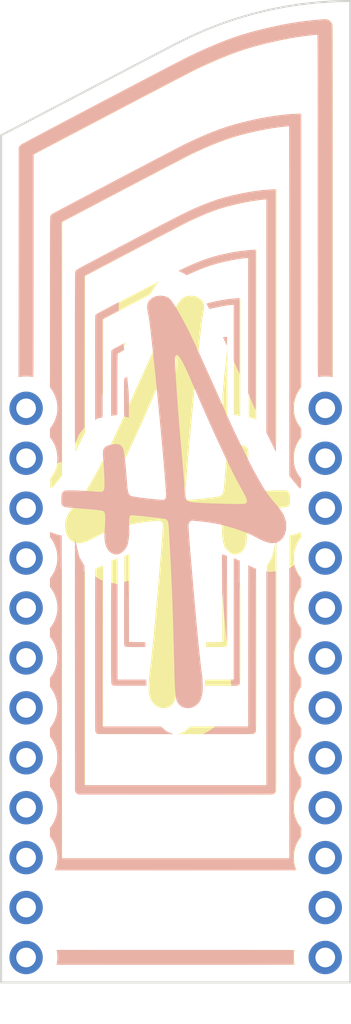
<source format=kicad_pcb>
(kicad_pcb (version 20171130) (host pcbnew "(5.1.4)-1")

  (general
    (thickness 1.6)
    (drawings 15)
    (tracks 0)
    (zones 0)
    (modules 3)
    (nets 1)
  )

  (page A4 portrait)
  (layers
    (0 F.Cu signal)
    (31 B.Cu signal)
    (32 B.Adhes user)
    (33 F.Adhes user)
    (34 B.Paste user)
    (35 F.Paste user)
    (36 B.SilkS user)
    (37 F.SilkS user)
    (38 B.Mask user)
    (39 F.Mask user)
    (40 Dwgs.User user)
    (41 Cmts.User user)
    (42 Eco1.User user)
    (43 Eco2.User user)
    (44 Edge.Cuts user)
    (45 Margin user)
    (46 B.CrtYd user)
    (47 F.CrtYd user)
    (48 B.Fab user)
    (49 F.Fab user)
  )

  (setup
    (last_trace_width 0.25)
    (trace_clearance 0.2)
    (zone_clearance 0.508)
    (zone_45_only no)
    (trace_min 0.2)
    (via_size 0.8)
    (via_drill 0.4)
    (via_min_size 0.4)
    (via_min_drill 0.3)
    (uvia_size 0.3)
    (uvia_drill 0.1)
    (uvias_allowed no)
    (uvia_min_size 0.2)
    (uvia_min_drill 0.1)
    (edge_width 0.2)
    (segment_width 0.2)
    (pcb_text_width 0.3)
    (pcb_text_size 1.5 1.5)
    (mod_edge_width 0.12)
    (mod_text_size 1 1)
    (mod_text_width 0.15)
    (pad_size 1.524 1.524)
    (pad_drill 0.762)
    (pad_to_mask_clearance 0.051)
    (solder_mask_min_width 0.25)
    (aux_axis_origin 0 0)
    (visible_elements 7EFFFFFF)
    (pcbplotparams
      (layerselection 0x010fc_ffffffff)
      (usegerberextensions true)
      (usegerberattributes false)
      (usegerberadvancedattributes false)
      (creategerberjobfile false)
      (excludeedgelayer true)
      (linewidth 0.100000)
      (plotframeref false)
      (viasonmask false)
      (mode 1)
      (useauxorigin false)
      (hpglpennumber 1)
      (hpglpenspeed 20)
      (hpglpendiameter 15.000000)
      (psnegative false)
      (psa4output false)
      (plotreference true)
      (plotvalue true)
      (plotinvisibletext false)
      (padsonsilk false)
      (subtractmaskfromsilk false)
      (outputformat 1)
      (mirror false)
      (drillshape 0)
      (scaleselection 1)
      (outputdirectory "../gerbers/"))
  )

  (net 0 "")

  (net_class Default "This is the default net class."
    (clearance 0.2)
    (trace_width 0.25)
    (via_dia 0.8)
    (via_drill 0.4)
    (uvia_dia 0.3)
    (uvia_drill 0.1)
  )

  (module logos:mcu-logo-right (layer F.Cu) (tedit 0) (tstamp 5FADDD30)
    (at 0 -9.7409)
    (fp_text reference G*** (at 0 0) (layer F.SilkS) hide
      (effects (font (size 1.524 1.524) (thickness 0.3)))
    )
    (fp_text value LOGO (at 0.75 0) (layer F.SilkS) hide
      (effects (font (size 1.524 1.524) (thickness 0.3)))
    )
    (fp_poly (pts (xy -2.623894 -7.389169) (xy -2.654173 -7.322741) (xy -2.682094 -7.260893) (xy -2.705282 -7.20893)
      (xy -2.721359 -7.172162) (xy -2.725877 -7.161408) (xy -2.738685 -7.137092) (xy -2.75832 -7.115957)
      (xy -2.789906 -7.093864) (xy -2.838568 -7.066673) (xy -2.851666 -7.059808) (xy -2.958799 -7.00405)
      (xy -2.95895 -6.82381) (xy -2.9591 -6.64357) (xy -3.111242 -6.30946) (xy -3.263383 -5.97535)
      (xy -3.263642 -6.561751) (xy -3.2639 -7.148152) (xy -3.231702 -7.186417) (xy -3.207668 -7.206904)
      (xy -3.163623 -7.236199) (xy -3.102611 -7.272449) (xy -3.027677 -7.313802) (xy -2.987227 -7.335145)
      (xy -2.909908 -7.37548) (xy -2.830681 -7.416985) (xy -2.756118 -7.456206) (xy -2.69279 -7.489689)
      (xy -2.657758 -7.508347) (xy -2.540566 -7.571088) (xy -2.623894 -7.389169)) (layer F.SilkS) (width 0.01))
    (fp_poly (pts (xy 7.685843 -24.019157) (xy 7.731767 -24.009862) (xy 7.775221 -23.994273) (xy 7.812056 -23.976806)
      (xy 7.86239 -23.941501) (xy 7.912345 -23.890398) (xy 7.954596 -23.832129) (xy 7.980996 -23.777784)
      (xy 7.98228 -23.772459) (xy 7.983509 -23.763827) (xy 7.984683 -23.751339) (xy 7.985804 -23.734451)
      (xy 7.986874 -23.712615) (xy 7.987892 -23.685286) (xy 7.988861 -23.651917) (xy 7.989782 -23.611962)
      (xy 7.990656 -23.564875) (xy 7.991483 -23.510108) (xy 7.992266 -23.447117) (xy 7.993006 -23.375354)
      (xy 7.993703 -23.294274) (xy 7.99436 -23.20333) (xy 7.994976 -23.101976) (xy 7.995554 -22.989665)
      (xy 7.996094 -22.865852) (xy 7.996599 -22.729989) (xy 7.997068 -22.581531) (xy 7.997503 -22.419932)
      (xy 7.997906 -22.244644) (xy 7.998278 -22.055122) (xy 7.99862 -21.85082) (xy 7.998932 -21.631191)
      (xy 7.999217 -21.395689) (xy 7.999476 -21.143768) (xy 7.999709 -20.87488) (xy 7.999918 -20.588481)
      (xy 8.000104 -20.284024) (xy 8.000269 -19.960962) (xy 8.000413 -19.618749) (xy 8.000538 -19.256839)
      (xy 8.000645 -18.874686) (xy 8.000735 -18.471743) (xy 8.00081 -18.047464) (xy 8.00087 -17.601302)
      (xy 8.000917 -17.132712) (xy 8.000953 -16.641147) (xy 8.000977 -16.126061) (xy 8.000992 -15.586908)
      (xy 8.000999 -15.023141) (xy 8.001 -14.767596) (xy 8.001 -5.816117) (xy 7.972425 -5.822611)
      (xy 7.895438 -5.836242) (xy 7.803104 -5.846532) (xy 7.702397 -5.853252) (xy 7.600291 -5.856174)
      (xy 7.503761 -5.855071) (xy 7.419781 -5.849712) (xy 7.367441 -5.842426) (xy 7.324462 -5.834985)
      (xy 7.28892 -5.830228) (xy 7.275366 -5.8293) (xy 7.273834 -5.829733) (xy 7.27237 -5.831405)
      (xy 7.270971 -5.834875) (xy 7.269638 -5.840703) (xy 7.268367 -5.849449) (xy 7.267157 -5.861671)
      (xy 7.266008 -5.877929) (xy 7.264916 -5.898784) (xy 7.263882 -5.924794) (xy 7.262903 -5.956519)
      (xy 7.261978 -5.994518) (xy 7.261105 -6.039352) (xy 7.260284 -6.091579) (xy 7.259511 -6.151759)
      (xy 7.258786 -6.220451) (xy 7.258107 -6.298215) (xy 7.257473 -6.385611) (xy 7.256882 -6.483198)
      (xy 7.256333 -6.591536) (xy 7.255824 -6.711184) (xy 7.255354 -6.842701) (xy 7.254921 -6.986648)
      (xy 7.254523 -7.143583) (xy 7.25416 -7.314066) (xy 7.253829 -7.498657) (xy 7.253529 -7.697915)
      (xy 7.253258 -7.9124) (xy 7.253016 -8.142671) (xy 7.2528 -8.389287) (xy 7.252608 -8.652809)
      (xy 7.252441 -8.933796) (xy 7.252295 -9.232807) (xy 7.252169 -9.550402) (xy 7.252063 -9.88714)
      (xy 7.251974 -10.243581) (xy 7.2519 -10.620284) (xy 7.251841 -11.017809) (xy 7.251795 -11.436715)
      (xy 7.25176 -11.877562) (xy 7.251734 -12.34091) (xy 7.251717 -12.827318) (xy 7.251707 -13.337344)
      (xy 7.251701 -13.87155) (xy 7.2517 -14.430495) (xy 7.2517 -14.53515) (xy 7.251692 -15.114317)
      (xy 7.25167 -15.668581) (xy 7.251631 -16.198437) (xy 7.251576 -16.704383) (xy 7.251503 -17.186915)
      (xy 7.25141 -17.646529) (xy 7.251298 -18.083722) (xy 7.251166 -18.498991) (xy 7.251011 -18.892832)
      (xy 7.250834 -19.265741) (xy 7.250634 -19.618215) (xy 7.250409 -19.950751) (xy 7.250159 -20.263845)
      (xy 7.249882 -20.557993) (xy 7.249579 -20.833692) (xy 7.249247 -21.091439) (xy 7.248886 -21.331729)
      (xy 7.248495 -21.55506) (xy 7.248073 -21.761929) (xy 7.247619 -21.95283) (xy 7.247133 -22.128262)
      (xy 7.246612 -22.28872) (xy 7.246057 -22.4347) (xy 7.245467 -22.566701) (xy 7.24484 -22.685217)
      (xy 7.244175 -22.790746) (xy 7.243472 -22.883784) (xy 7.24273 -22.964827) (xy 7.241948 -23.034372)
      (xy 7.241124 -23.092916) (xy 7.240258 -23.140954) (xy 7.239349 -23.178984) (xy 7.238397 -23.207502)
      (xy 7.237399 -23.227005) (xy 7.236356 -23.237988) (xy 7.235396 -23.241001) (xy 7.218679 -23.23973)
      (xy 7.180354 -23.236159) (xy 7.124072 -23.230649) (xy 7.053484 -23.223561) (xy 6.972244 -23.215258)
      (xy 6.908371 -23.208642) (xy 6.684661 -23.182901) (xy 6.444181 -23.150787) (xy 6.194416 -23.113472)
      (xy 5.942852 -23.072124) (xy 5.696972 -23.027915) (xy 5.48005 -22.985276) (xy 5.152481 -22.916127)
      (xy 4.842099 -22.846784) (xy 4.546115 -22.776303) (xy 4.261742 -22.70374) (xy 3.986193 -22.62815)
      (xy 3.71668 -22.548587) (xy 3.450414 -22.464106) (xy 3.18461 -22.373764) (xy 2.916478 -22.276614)
      (xy 2.643232 -22.171713) (xy 2.362084 -22.058115) (xy 2.070245 -21.934875) (xy 1.76493 -21.801048)
      (xy 1.44335 -21.65569) (xy 1.131318 -21.511237) (xy 1.092859 -21.492602) (xy 1.032647 -21.462509)
      (xy 0.951405 -21.421335) (xy 0.849855 -21.369455) (xy 0.728719 -21.307246) (xy 0.58872 -21.235083)
      (xy 0.430581 -21.153342) (xy 0.255023 -21.062399) (xy 0.062769 -20.96263) (xy -0.145458 -20.854411)
      (xy -0.368936 -20.738117) (xy -0.606942 -20.614125) (xy -0.858755 -20.482811) (xy -1.123651 -20.34455)
      (xy -1.400909 -20.199718) (xy -1.689806 -20.048692) (xy -1.989619 -19.891846) (xy -2.299626 -19.729557)
      (xy -2.619104 -19.562202) (xy -2.947332 -19.390155) (xy -3.216275 -19.249105) (xy -7.239001 -17.138839)
      (xy -7.239 -11.476864) (xy -7.239004 -11.024397) (xy -7.239015 -10.596639) (xy -7.239037 -10.1929)
      (xy -7.239072 -9.812489) (xy -7.239124 -9.454715) (xy -7.239195 -9.118887) (xy -7.239287 -8.804315)
      (xy -7.239404 -8.510308) (xy -7.239548 -8.236175) (xy -7.239722 -7.981226) (xy -7.239928 -7.74477)
      (xy -7.240169 -7.526116) (xy -7.240449 -7.324573) (xy -7.240769 -7.139451) (xy -7.241132 -6.970059)
      (xy -7.241542 -6.815706) (xy -7.242 -6.675702) (xy -7.24251 -6.549356) (xy -7.243074 -6.435976)
      (xy -7.243695 -6.334874) (xy -7.244375 -6.245356) (xy -7.245118 -6.166734) (xy -7.245927 -6.098317)
      (xy -7.246803 -6.039412) (xy -7.247749 -5.989331) (xy -7.248769 -5.947381) (xy -7.249864 -5.912874)
      (xy -7.251039 -5.885116) (xy -7.252294 -5.863419) (xy -7.253634 -5.847091) (xy -7.255061 -5.835442)
      (xy -7.256577 -5.82778) (xy -7.258185 -5.823416) (xy -7.259889 -5.821658) (xy -7.261225 -5.821633)
      (xy -7.320815 -5.834708) (xy -7.399487 -5.8447) (xy -7.491091 -5.851451) (xy -7.589479 -5.854804)
      (xy -7.688501 -5.8546) (xy -7.782008 -5.850684) (xy -7.863851 -5.842896) (xy -7.89628 -5.8379)
      (xy -7.98841 -5.821357) (xy -7.98518 -11.638754) (xy -7.98195 -17.45615) (xy -7.946251 -17.528848)
      (xy -7.918279 -17.576104) (xy -7.884193 -17.620535) (xy -7.861816 -17.643148) (xy -7.846305 -17.652701)
      (xy -7.809222 -17.673501) (xy -7.751517 -17.705051) (xy -7.674139 -17.746853) (xy -7.578037 -17.798409)
      (xy -7.464161 -17.859221) (xy -7.333459 -17.928792) (xy -7.186882 -18.006625) (xy -7.025378 -18.09222)
      (xy -6.849898 -18.185081) (xy -6.66139 -18.28471) (xy -6.460804 -18.390609) (xy -6.249089 -18.50228)
      (xy -6.027195 -18.619226) (xy -5.79607 -18.740948) (xy -5.556665 -18.866949) (xy -5.309929 -18.996732)
      (xy -5.056811 -19.129798) (xy -4.79826 -19.265649) (xy -4.535226 -19.403789) (xy -4.268658 -19.543719)
      (xy -3.999506 -19.684942) (xy -3.728719 -19.826959) (xy -3.457246 -19.969273) (xy -3.186037 -20.111386)
      (xy -2.91604 -20.252801) (xy -2.648207 -20.39302) (xy -2.383485 -20.531544) (xy -2.122824 -20.667877)
      (xy -1.867174 -20.801521) (xy -1.617484 -20.931977) (xy -1.374703 -21.058748) (xy -1.139781 -21.181336)
      (xy -0.913668 -21.299243) (xy -0.697311 -21.411973) (xy -0.491661 -21.519026) (xy -0.297668 -21.619906)
      (xy -0.11628 -21.714114) (xy 0.051553 -21.801153) (xy 0.204881 -21.880524) (xy 0.342756 -21.951731)
      (xy 0.464228 -22.014276) (xy 0.568347 -22.06766) (xy 0.654165 -22.111386) (xy 0.720731 -22.144956)
      (xy 0.767097 -22.167873) (xy 0.78105 -22.174545) (xy 1.112658 -22.328542) (xy 1.425197 -22.470212)
      (xy 1.721222 -22.600558) (xy 2.003286 -22.720581) (xy 2.273943 -22.831283) (xy 2.535748 -22.933664)
      (xy 2.791254 -23.028727) (xy 3.043016 -23.117472) (xy 3.293586 -23.200901) (xy 3.54552 -23.280017)
      (xy 3.772096 -23.347362) (xy 3.869097 -23.374684) (xy 3.98323 -23.405519) (xy 4.110162 -23.4388)
      (xy 4.245563 -23.473459) (xy 4.385098 -23.508428) (xy 4.524436 -23.542639) (xy 4.659245 -23.575024)
      (xy 4.785193 -23.604514) (xy 4.897947 -23.630043) (xy 4.993174 -23.650541) (xy 5.040587 -23.660076)
      (xy 5.069295 -23.665799) (xy 5.11865 -23.675821) (xy 5.18443 -23.689277) (xy 5.262413 -23.705301)
      (xy 5.348378 -23.723029) (xy 5.409435 -23.735657) (xy 5.631846 -23.778976) (xy 5.874664 -23.82129)
      (xy 6.132898 -23.861924) (xy 6.401558 -23.9002) (xy 6.675654 -23.935442) (xy 6.950194 -23.966975)
      (xy 7.220189 -23.99412) (xy 7.476585 -24.015891) (xy 7.563919 -24.021512) (xy 7.631783 -24.022821)
      (xy 7.685843 -24.019157)) (layer F.SilkS) (width 0.01))
    (fp_poly (pts (xy -0.866407 -10.673553) (xy -0.867424 -10.671478) (xy -0.869728 -10.66856) (xy -0.871398 -10.666491)
      (xy -0.964042 -10.544551) (xy -1.050801 -10.424354) (xy -1.128199 -10.310898) (xy -1.19276 -10.209176)
      (xy -1.211084 -10.178298) (xy -1.303634 -10.018996) (xy -3.68935 -8.7673) (xy -3.70205 -4.97205)
      (xy -3.824518 -4.69265) (xy -3.880775 -4.56505) (xy -3.931558 -4.451366) (xy -3.976184 -4.353061)
      (xy -4.013971 -4.271596) (xy -4.044235 -4.208435) (xy -4.066295 -4.16504) (xy -4.079468 -4.142872)
      (xy -4.082435 -4.1402) (xy -4.083149 -4.152693) (xy -4.08384 -4.189339) (xy -4.084504 -4.248894)
      (xy -4.085138 -4.330111) (xy -4.085737 -4.431745) (xy -4.0863 -4.552549) (xy -4.086821 -4.691278)
      (xy -4.087298 -4.846686) (xy -4.087727 -5.017527) (xy -4.088104 -5.202554) (xy -4.088427 -5.400524)
      (xy -4.088691 -5.610188) (xy -4.088893 -5.830302) (xy -4.08903 -6.05962) (xy -4.089097 -6.296896)
      (xy -4.089098 -6.505575) (xy -4.089002 -6.769872) (xy -4.088789 -7.024018) (xy -4.088462 -7.266944)
      (xy -4.088028 -7.497582) (xy -4.087491 -7.714865) (xy -4.086856 -7.917724) (xy -4.08613 -8.105091)
      (xy -4.085316 -8.275897) (xy -4.084421 -8.429075) (xy -4.08345 -8.563555) (xy -4.082407 -8.678271)
      (xy -4.081299 -8.772154) (xy -4.08013 -8.844135) (xy -4.078905 -8.893147) (xy -4.07763 -8.91812)
      (xy -4.077271 -8.920633) (xy -4.059968 -8.963659) (xy -4.033095 -9.002468) (xy -4.029949 -9.005723)
      (xy -4.01449 -9.015861) (xy -3.977867 -9.037033) (xy -3.921433 -9.068517) (xy -3.846538 -9.109588)
      (xy -3.754534 -9.159523) (xy -3.646771 -9.217598) (xy -3.524601 -9.283088) (xy -3.389375 -9.355272)
      (xy -3.242445 -9.433424) (xy -3.085161 -9.51682) (xy -2.918874 -9.604738) (xy -2.744937 -9.696453)
      (xy -2.564699 -9.791242) (xy -2.5019 -9.824211) (xy -2.276998 -9.942233) (xy -2.073529 -10.049005)
      (xy -1.890433 -10.145074) (xy -1.72665 -10.230988) (xy -1.581119 -10.307295) (xy -1.45278 -10.374542)
      (xy -1.340572 -10.433277) (xy -1.243437 -10.484049) (xy -1.160312 -10.527403) (xy -1.090138 -10.56389)
      (xy -1.031854 -10.594055) (xy -0.984401 -10.618447) (xy -0.946718 -10.637614) (xy -0.917744 -10.652103)
      (xy -0.896419 -10.662462) (xy -0.881684 -10.669239) (xy -0.872477 -10.672981) (xy -0.867738 -10.674236)
      (xy -0.866407 -10.673553)) (layer F.SilkS) (width 0.01))
    (fp_poly (pts (xy 3.2893 -6.840684) (xy 3.289276 -6.504158) (xy 3.289202 -6.192216) (xy 3.289074 -5.904042)
      (xy 3.288886 -5.638818) (xy 3.288636 -5.39573) (xy 3.288318 -5.173961) (xy 3.287928 -4.972694)
      (xy 3.287462 -4.791113) (xy 3.286915 -4.628402) (xy 3.286284 -4.483746) (xy 3.285563 -4.356326)
      (xy 3.284749 -4.245328) (xy 3.283836 -4.149936) (xy 3.282822 -4.069332) (xy 3.281701 -4.0027)
      (xy 3.28047 -3.949225) (xy 3.279123 -3.90809) (xy 3.277656 -3.878479) (xy 3.276066 -3.859576)
      (xy 3.274348 -3.850564) (xy 3.273425 -3.849513) (xy 3.255138 -3.852259) (xy 3.217577 -3.858636)
      (xy 3.166444 -3.867658) (xy 3.114675 -3.877013) (xy 2.9718 -3.903101) (xy 2.9718 -9.4996)
      (xy 2.940291 -9.4996) (xy 2.925091 -9.500508) (xy 2.91423 -9.506049) (xy 2.906089 -9.520446)
      (xy 2.899048 -9.547926) (xy 2.891487 -9.592713) (xy 2.883364 -9.648083) (xy 2.874354 -9.712008)
      (xy 2.870265 -9.755149) (xy 2.872738 -9.78191) (xy 2.883415 -9.796697) (xy 2.903937 -9.803913)
      (xy 2.935944 -9.807962) (xy 2.943225 -9.808712) (xy 2.987972 -9.812806) (xy 3.048479 -9.817595)
      (xy 3.115145 -9.822345) (xy 3.152775 -9.824786) (xy 3.2893 -9.833267) (xy 3.2893 -6.840684)) (layer F.SilkS) (width 0.01))
    (fp_poly (pts (xy 2.627384 -5.495925) (xy 2.627566 -5.246164) (xy 2.627632 -5.02072) (xy 2.627574 -4.81851)
      (xy 2.627383 -4.638452) (xy 2.62705 -4.479464) (xy 2.626564 -4.340462) (xy 2.625918 -4.220363)
      (xy 2.625101 -4.118086) (xy 2.624105 -4.032548) (xy 2.622921 -3.962666) (xy 2.621538 -3.907356)
      (xy 2.619948 -3.865538) (xy 2.618142 -3.836127) (xy 2.616111 -3.818042) (xy 2.613844 -3.8102)
      (xy 2.613025 -3.809674) (xy 2.593927 -3.806856) (xy 2.55699 -3.799638) (xy 2.50911 -3.789395)
      (xy 2.492375 -3.785651) (xy 2.3876 -3.761953) (xy 2.3876 -4.945075) (xy 2.451253 -5.574513)
      (xy 2.466238 -5.721291) (xy 2.482626 -5.879351) (xy 2.499815 -6.043033) (xy 2.5172 -6.206675)
      (xy 2.53418 -6.364617) (xy 2.550151 -6.511198) (xy 2.564511 -6.640757) (xy 2.570388 -6.6929)
      (xy 2.625869 -7.18185) (xy 2.627384 -5.495925)) (layer F.SilkS) (width 0.01))
    (fp_poly (pts (xy 4.1021 -7.97105) (xy 4.10209 -7.641162) (xy 4.102063 -7.317842) (xy 4.102019 -7.002011)
      (xy 4.101958 -6.694588) (xy 4.101881 -6.396497) (xy 4.101788 -6.108657) (xy 4.101681 -5.83199)
      (xy 4.101561 -5.567417) (xy 4.101427 -5.31586) (xy 4.10128 -5.078239) (xy 4.101122 -4.855476)
      (xy 4.100952 -4.648492) (xy 4.100772 -4.458207) (xy 4.100582 -4.285544) (xy 4.100383 -4.131422)
      (xy 4.100175 -3.996765) (xy 4.099959 -3.882492) (xy 4.099737 -3.789524) (xy 4.099508 -3.718784)
      (xy 4.099273 -3.671192) (xy 4.099033 -3.647669) (xy 4.098925 -3.645181) (xy 4.087203 -3.651196)
      (xy 4.059802 -3.666597) (xy 4.027023 -3.685513) (xy 3.958579 -3.71688) (xy 3.872767 -3.74036)
      (xy 3.842873 -3.746131) (xy 3.72745 -3.766695) (xy 3.724255 -7.826948) (xy 3.723988 -8.146442)
      (xy 3.723695 -8.45934) (xy 3.723378 -8.764692) (xy 3.72304 -9.061547) (xy 3.722682 -9.348954)
      (xy 3.722306 -9.625962) (xy 3.721914 -9.891619) (xy 3.721509 -10.144976) (xy 3.721091 -10.385081)
      (xy 3.720663 -10.610983) (xy 3.720227 -10.821731) (xy 3.719785 -11.016375) (xy 3.719339 -11.193963)
      (xy 3.71889 -11.353545) (xy 3.718441 -11.494169) (xy 3.717994 -11.614885) (xy 3.71755 -11.714741)
      (xy 3.717112 -11.792788) (xy 3.716681 -11.848073) (xy 3.71626 -11.879646) (xy 3.715941 -11.8872)
      (xy 3.693694 -11.885608) (xy 3.65111 -11.881227) (xy 3.593026 -11.874652) (xy 3.524277 -11.866477)
      (xy 3.449701 -11.857297) (xy 3.374133 -11.847706) (xy 3.302412 -11.838298) (xy 3.239372 -11.829669)
      (xy 3.19405 -11.823058) (xy 2.981171 -11.787312) (xy 2.759754 -11.744167) (xy 2.534284 -11.694789)
      (xy 2.309246 -11.640341) (xy 2.089124 -11.581991) (xy 1.878404 -11.520903) (xy 1.68157 -11.458244)
      (xy 1.503107 -11.395178) (xy 1.413092 -11.36021) (xy 1.388889 -11.351134) (xy 1.36745 -11.346349)
      (xy 1.342911 -11.34618) (xy 1.309404 -11.35095) (xy 1.261064 -11.360984) (xy 1.216242 -11.37109)
      (xy 1.16136 -11.382874) (xy 1.111209 -11.391639) (xy 1.060055 -11.397905) (xy 1.002163 -11.402192)
      (xy 0.9318 -11.405022) (xy 0.843233 -11.406913) (xy 0.817088 -11.407307) (xy 0.739724 -11.408502)
      (xy 0.671944 -11.409731) (xy 0.617493 -11.410909) (xy 0.580118 -11.411955) (xy 0.563562 -11.412785)
      (xy 0.563088 -11.412932) (xy 0.574772 -11.418432) (xy 0.606189 -11.432637) (xy 0.65384 -11.45398)
      (xy 0.714228 -11.480896) (xy 0.783853 -11.511818) (xy 0.8001 -11.51902) (xy 1.047457 -11.625514)
      (xy 1.283359 -11.720262) (xy 1.512986 -11.804887) (xy 1.741518 -11.881011) (xy 1.974135 -11.950258)
      (xy 2.216019 -12.014249) (xy 2.472349 -12.074607) (xy 2.748307 -12.132955) (xy 2.7813 -12.139562)
      (xy 3.026109 -12.184031) (xy 3.283316 -12.222827) (xy 3.543098 -12.254695) (xy 3.795637 -12.278379)
      (xy 3.946525 -12.288529) (xy 4.1021 -12.297199) (xy 4.1021 -7.97105)) (layer F.SilkS) (width 0.01))
    (fp_poly (pts (xy 5.1308 -8.908909) (xy 5.130783 -8.505112) (xy 5.130733 -8.107744) (xy 5.130651 -7.717558)
      (xy 5.130538 -7.335306) (xy 5.130395 -6.961741) (xy 5.130222 -6.597615) (xy 5.130022 -6.24368)
      (xy 5.129795 -5.900689) (xy 5.129542 -5.569394) (xy 5.129264 -5.250547) (xy 5.128962 -4.944902)
      (xy 5.128637 -4.65321) (xy 5.12829 -4.376225) (xy 5.127922 -4.114697) (xy 5.127534 -3.86938)
      (xy 5.127127 -3.641027) (xy 5.126702 -3.430389) (xy 5.126261 -3.238219) (xy 5.125803 -3.06527)
      (xy 5.125331 -2.912293) (xy 5.124845 -2.780042) (xy 5.124346 -2.669268) (xy 5.123835 -2.580725)
      (xy 5.123313 -2.515164) (xy 5.122782 -2.473338) (xy 5.122241 -2.456) (xy 5.122125 -2.455541)
      (xy 5.114809 -2.469535) (xy 5.099653 -2.503268) (xy 5.078302 -2.552918) (xy 5.052398 -2.61466)
      (xy 5.023587 -2.684672) (xy 5.022873 -2.686422) (xy 4.991019 -2.764151) (xy 4.965475 -2.823915)
      (xy 4.94297 -2.871271) (xy 4.92023 -2.911777) (xy 4.893983 -2.950988) (xy 4.860954 -2.994464)
      (xy 4.817872 -3.047761) (xy 4.790247 -3.081398) (xy 4.6482 -3.254167) (xy 4.6482 -14.859)
      (xy 4.611456 -14.859) (xy 4.554133 -14.856635) (xy 4.475573 -14.849895) (xy 4.379458 -14.83932)
      (xy 4.269472 -14.825448) (xy 4.149299 -14.808815) (xy 4.022621 -14.789959) (xy 3.893121 -14.769419)
      (xy 3.764484 -14.747732) (xy 3.640391 -14.725437) (xy 3.524527 -14.703069) (xy 3.477773 -14.693484)
      (xy 3.209393 -14.63535) (xy 2.95692 -14.576267) (xy 2.716886 -14.515036) (xy 2.485822 -14.450459)
      (xy 2.260259 -14.381338) (xy 2.036728 -14.306473) (xy 1.811761 -14.224667) (xy 1.581888 -14.134722)
      (xy 1.343642 -14.035438) (xy 1.093552 -13.925618) (xy 0.828151 -13.804064) (xy 0.6223 -13.707018)
      (xy 0.599772 -13.695751) (xy 0.556017 -13.673341) (xy 0.492295 -13.640446) (xy 0.40987 -13.59773)
      (xy 0.310003 -13.545851) (xy 0.193955 -13.48547) (xy 0.06299 -13.417249) (xy -0.081632 -13.341849)
      (xy -0.238647 -13.259928) (xy -0.406794 -13.17215) (xy -0.584811 -13.079173) (xy -0.771436 -12.98166)
      (xy -0.965407 -12.88027) (xy -1.165461 -12.775664) (xy -1.370338 -12.668503) (xy -1.578774 -12.559448)
      (xy -1.789507 -12.449159) (xy -2.001277 -12.338297) (xy -2.21282 -12.227523) (xy -2.422874 -12.117497)
      (xy -2.630178 -12.008881) (xy -2.83347 -11.902334) (xy -3.031488 -11.798518) (xy -3.222969 -11.698094)
      (xy -3.406651 -11.601721) (xy -3.581273 -11.510061) (xy -3.745572 -11.423774) (xy -3.898287 -11.343522)
      (xy -4.038155 -11.269964) (xy -4.163915 -11.203761) (xy -4.274303 -11.145575) (xy -4.36806 -11.096065)
      (xy -4.443921 -11.055894) (xy -4.500626 -11.02572) (xy -4.536912 -11.006205) (xy -4.543425 -11.00264)
      (xy -4.6228 -10.958857) (xy -4.622977 -6.974854) (xy -4.623154 -2.99085) (xy -5.103266 -2.02565)
      (xy -5.104055 -6.5913) (xy -5.104121 -6.996173) (xy -5.104175 -7.376427) (xy -5.104212 -7.732842)
      (xy -5.104228 -8.0662) (xy -5.104219 -8.377281) (xy -5.104182 -8.666867) (xy -5.104113 -8.935738)
      (xy -5.104007 -9.184676) (xy -5.103862 -9.41446) (xy -5.103674 -9.625873) (xy -5.103438 -9.819694)
      (xy -5.10315 -9.996705) (xy -5.102808 -10.157686) (xy -5.102407 -10.30342) (xy -5.101943 -10.434685)
      (xy -5.101412 -10.552264) (xy -5.100811 -10.656936) (xy -5.100136 -10.749484) (xy -5.099383 -10.830688)
      (xy -5.098549 -10.901329) (xy -5.097628 -10.962187) (xy -5.096619 -11.014044) (xy -5.095516 -11.05768)
      (xy -5.094316 -11.093876) (xy -5.093015 -11.123414) (xy -5.09161 -11.147074) (xy -5.090096 -11.165637)
      (xy -5.08847 -11.179883) (xy -5.086728 -11.190595) (xy -5.084866 -11.198552) (xy -5.082881 -11.204535)
      (xy -5.081515 -11.20775) (xy -5.061277 -11.244713) (xy -5.039612 -11.274187) (xy -5.034169 -11.279609)
      (xy -5.020593 -11.287579) (xy -4.985262 -11.306929) (xy -4.928929 -11.337264) (xy -4.852346 -11.378188)
      (xy -4.756262 -11.429306) (xy -4.641431 -11.490223) (xy -4.508603 -11.560541) (xy -4.358529 -11.639867)
      (xy -4.191962 -11.727805) (xy -4.009652 -11.823959) (xy -3.81235 -11.927932) (xy -3.60081 -12.039331)
      (xy -3.375781 -12.157759) (xy -3.138015 -12.28282) (xy -2.888263 -12.41412) (xy -2.627278 -12.551262)
      (xy -2.35581 -12.693851) (xy -2.074611 -12.841492) (xy -1.784431 -12.993788) (xy -1.486024 -13.150345)
      (xy -1.180139 -13.310766) (xy -0.867529 -13.474657) (xy -0.548945 -13.64162) (xy -0.225138 -13.811262)
      (xy -0.22225 -13.812775) (xy 0.123017 -13.990681) (xy 0.450785 -14.153346) (xy 0.763202 -14.301625)
      (xy 1.062419 -14.436371) (xy 1.350586 -14.558439) (xy 1.629852 -14.668682) (xy 1.902367 -14.767956)
      (xy 2.170281 -14.857114) (xy 2.435744 -14.937011) (xy 2.700905 -15.0085) (xy 2.921 -15.061765)
      (xy 3.278785 -15.140452) (xy 3.615652 -15.207072) (xy 3.932922 -15.261824) (xy 4.231917 -15.304909)
      (xy 4.513958 -15.336526) (xy 4.780368 -15.356876) (xy 4.911725 -15.363019) (xy 5.1308 -15.37095)
      (xy 5.1308 -8.908909)) (layer F.SilkS) (width 0.01))
    (fp_poly (pts (xy 6.4008 -5.297444) (xy 6.329549 -5.198247) (xy 6.224023 -5.029569) (xy 6.13886 -4.845718)
      (xy 6.074071 -4.646724) (xy 6.057242 -4.578083) (xy 6.04203 -4.489343) (xy 6.031946 -4.384884)
      (xy 6.027072 -4.272233) (xy 6.027488 -4.158917) (xy 6.033276 -4.05246) (xy 6.044516 -3.960391)
      (xy 6.050255 -3.93065) (xy 6.105707 -3.731311) (xy 6.181669 -3.54639) (xy 6.278727 -3.374552)
      (xy 6.320462 -3.313519) (xy 6.4008 -3.201636) (xy 6.4008 -2.757444) (xy 6.329549 -2.658247)
      (xy 6.258396 -2.548305) (xy 6.19158 -2.424757) (xy 6.135236 -2.299333) (xy 6.11798 -2.253983)
      (xy 6.080646 -2.130791) (xy 6.051678 -1.995634) (xy 6.032007 -1.856067) (xy 6.022562 -1.719644)
      (xy 6.024273 -1.593918) (xy 6.029695 -1.5367) (xy 6.035298 -1.490909) (xy 6.038976 -1.456409)
      (xy 6.040068 -1.439549) (xy 6.039931 -1.438868) (xy 6.02798 -1.441591) (xy 5.998341 -1.45117)
      (xy 5.957139 -1.465613) (xy 5.952081 -1.467443) (xy 5.90462 -1.483123) (xy 5.86261 -1.494314)
      (xy 5.835124 -1.4986) (xy 5.8039 -1.4986) (xy 5.8039 -18.592166) (xy 5.768975 -18.586421)
      (xy 5.744592 -18.58323) (xy 5.70017 -18.578187) (xy 5.640954 -18.571856) (xy 5.572188 -18.564806)
      (xy 5.53085 -18.560694) (xy 5.322954 -18.537104) (xy 5.095724 -18.505623) (xy 4.853653 -18.467144)
      (xy 4.60124 -18.422564) (xy 4.342981 -18.372777) (xy 4.08337 -18.318678) (xy 3.826905 -18.261162)
      (xy 3.578083 -18.201123) (xy 3.341398 -18.139458) (xy 3.163889 -18.089578) (xy 2.921991 -18.016291)
      (xy 2.68006 -17.937234) (xy 2.435351 -17.851324) (xy 2.18512 -17.757479) (xy 1.92662 -17.654616)
      (xy 1.657108 -17.541653) (xy 1.373837 -17.417506) (xy 1.074065 -17.281093) (xy 0.85725 -17.179763)
      (xy 0.827095 -17.16494) (xy 0.775486 -17.138842) (xy 0.703455 -17.102007) (xy 0.612031 -17.054975)
      (xy 0.502247 -16.998284) (xy 0.375134 -16.932473) (xy 0.231722 -16.858081) (xy 0.073042 -16.775648)
      (xy -0.099874 -16.685712) (xy -0.285994 -16.588811) (xy -0.484289 -16.485486) (xy -0.693727 -16.376274)
      (xy -0.913277 -16.261715) (xy -1.141907 -16.142347) (xy -1.378587 -16.01871) (xy -1.622286 -15.891343)
      (xy -1.871972 -15.760784) (xy -2.126614 -15.627572) (xy -2.385181 -15.492246) (xy -2.646642 -15.355346)
      (xy -2.909967 -15.217409) (xy -3.174123 -15.078976) (xy -3.438079 -14.940584) (xy -3.700806 -14.802773)
      (xy -3.961271 -14.666082) (xy -4.218443 -14.531049) (xy -4.471291 -14.398214) (xy -4.718785 -14.268116)
      (xy -4.959893 -14.141292) (xy -5.193583 -14.018283) (xy -5.418826 -13.899628) (xy -5.44195 -13.88744)
      (xy -5.78485 -13.706709) (xy -5.788038 -7.258584) (xy -5.791225 -0.810459) (xy -5.864786 -0.703458)
      (xy -5.889739 -0.669249) (xy -5.925614 -0.622881) (xy -5.969875 -0.567373) (xy -6.019988 -0.505746)
      (xy -6.073418 -0.441018) (xy -6.12763 -0.376207) (xy -6.180087 -0.314334) (xy -6.228257 -0.258417)
      (xy -6.269602 -0.211475) (xy -6.301589 -0.176527) (xy -6.321683 -0.156593) (xy -6.326911 -0.153098)
      (xy -6.339273 -0.161943) (xy -6.358412 -0.184584) (xy -6.361836 -0.189286) (xy -6.371501 -0.204745)
      (xy -6.378466 -0.222581) (xy -6.383169 -0.246999) (xy -6.386044 -0.282205) (xy -6.387528 -0.332405)
      (xy -6.388058 -0.401804) (xy -6.3881 -0.442613) (xy -6.3881 -0.659055) (xy -6.32538 -0.741921)
      (xy -6.215501 -0.904372) (xy -6.129659 -1.070611) (xy -6.066989 -1.243251) (xy -6.026628 -1.424908)
      (xy -6.00771 -1.618196) (xy -6.005958 -1.70815) (xy -6.018348 -1.914791) (xy -6.05445 -2.112361)
      (xy -6.114323 -2.301044) (xy -6.198026 -2.481025) (xy -6.305618 -2.652489) (xy -6.307818 -2.655559)
      (xy -6.3881 -2.767365) (xy -6.3881 -3.199055) (xy -6.32538 -3.281921) (xy -6.214979 -3.445348)
      (xy -6.12878 -3.612847) (xy -6.065973 -3.786862) (xy -6.025745 -3.969836) (xy -6.007286 -4.164213)
      (xy -6.005812 -4.244249) (xy -6.018079 -4.451387) (xy -6.054183 -4.649842) (xy -6.11408 -4.839477)
      (xy -6.197726 -5.020152) (xy -6.305077 -5.19173) (xy -6.307891 -5.19566) (xy -6.388247 -5.307569)
      (xy -6.384999 -9.64196) (xy -6.38175 -13.97635) (xy -6.346777 -14.035846) (xy -6.31982 -14.075195)
      (xy -6.290479 -14.108548) (xy -6.276927 -14.120161) (xy -6.260611 -14.129662) (xy -6.222841 -14.150347)
      (xy -6.164684 -14.181656) (xy -6.087207 -14.223031) (xy -5.991479 -14.273913) (xy -5.878568 -14.333743)
      (xy -5.749541 -14.401961) (xy -5.605465 -14.478008) (xy -5.44741 -14.561327) (xy -5.276442 -14.651357)
      (xy -5.09363 -14.74754) (xy -4.900041 -14.849317) (xy -4.696743 -14.956129) (xy -4.484804 -15.067417)
      (xy -4.265292 -15.182621) (xy -4.039275 -15.301184) (xy -3.80782 -15.422545) (xy -3.571996 -15.546147)
      (xy -3.332869 -15.67143) (xy -3.091508 -15.797834) (xy -2.848982 -15.924802) (xy -2.606356 -16.051774)
      (xy -2.3647 -16.178191) (xy -2.125082 -16.303494) (xy -1.888568 -16.427125) (xy -1.656227 -16.548524)
      (xy -1.429127 -16.667132) (xy -1.208336 -16.78239) (xy -0.99492 -16.89374) (xy -0.789949 -17.000622)
      (xy -0.59449 -17.102477) (xy -0.409611 -17.198747) (xy -0.236379 -17.288873) (xy -0.075863 -17.372294)
      (xy 0.07087 -17.448454) (xy 0.202751 -17.516792) (xy 0.318714 -17.576749) (xy 0.41769 -17.627767)
      (xy 0.498612 -17.669287) (xy 0.560411 -17.700749) (xy 0.60202 -17.721596) (xy 0.61595 -17.728351)
      (xy 0.940508 -17.879499) (xy 1.247226 -18.017614) (xy 1.539364 -18.1438) (xy 1.820185 -18.259162)
      (xy 2.092949 -18.364804) (xy 2.360918 -18.461828) (xy 2.627353 -18.551341) (xy 2.895516 -18.634445)
      (xy 3.168669 -18.712244) (xy 3.450072 -18.785843) (xy 3.742988 -18.856346) (xy 4.050678 -18.924856)
      (xy 4.31165 -18.979378) (xy 4.522998 -19.02002) (xy 4.745137 -19.058348) (xy 4.97343 -19.093777)
      (xy 5.203241 -19.125723) (xy 5.429935 -19.1536) (xy 5.648875 -19.176823) (xy 5.855425 -19.194809)
      (xy 6.044949 -19.206971) (xy 6.149975 -19.211274) (xy 6.4008 -19.218928) (xy 6.4008 -5.297444)) (layer F.SilkS) (width 0.01))
    (fp_poly (pts (xy -2.365472 4.179937) (xy -2.370064 5.14985) (xy -2.455088 6.07695) (xy -2.479637 6.343632)
      (xy -2.502057 6.585115) (xy -2.522359 6.801509) (xy -2.540556 6.992926) (xy -2.556657 7.159477)
      (xy -2.570673 7.30127) (xy -2.582616 7.418418) (xy -2.592496 7.511032) (xy -2.600325 7.579221)
      (xy -2.606113 7.623096) (xy -2.609872 7.642769) (xy -2.610428 7.64386) (xy -2.611034 7.632008)
      (xy -2.611587 7.596049) (xy -2.612084 7.537274) (xy -2.612523 7.456975) (xy -2.612904 7.356445)
      (xy -2.613225 7.236976) (xy -2.613484 7.09986) (xy -2.61368 6.946389) (xy -2.61381 6.777856)
      (xy -2.613874 6.595552) (xy -2.61387 6.40077) (xy -2.613797 6.194801) (xy -2.613652 5.978938)
      (xy -2.613434 5.754474) (xy -2.613143 5.5227) (xy -2.613062 5.466425) (xy -2.60985 3.283144)
      (xy -2.531628 3.255264) (xy -2.482193 3.23888) (xy -2.434833 3.225201) (xy -2.407143 3.218704)
      (xy -2.360881 3.210025) (xy -2.365472 4.179937)) (layer F.SilkS) (width 0.01))
    (fp_poly (pts (xy 2.412967 4.55058) (xy 2.447065 4.559125) (xy 2.493282 4.571257) (xy 2.5146 4.576985)
      (xy 2.62255 4.606185) (xy 2.625855 6.205167) (xy 2.626312 6.457802) (xy 2.626583 6.68594)
      (xy 2.62666 6.89048) (xy 2.626539 7.072325) (xy 2.626213 7.232376) (xy 2.625675 7.371535)
      (xy 2.62492 7.490702) (xy 2.62394 7.590778) (xy 2.622731 7.672666) (xy 2.621285 7.737267)
      (xy 2.619596 7.785481) (xy 2.617659 7.818211) (xy 2.615466 7.836357) (xy 2.614541 7.839673)
      (xy 2.606687 7.857187) (xy 2.597315 7.871624) (xy 2.584063 7.88328) (xy 2.564568 7.892453)
      (xy 2.536469 7.89944) (xy 2.497405 7.904538) (xy 2.445013 7.908044) (xy 2.376932 7.910257)
      (xy 2.2908 7.911472) (xy 2.184256 7.911987) (xy 2.054937 7.912099) (xy 2.03898 7.9121)
      (xy 1.5494 7.9121) (xy 1.5494 7.671147) (xy 1.965325 7.667798) (xy 2.38125 7.66445)
      (xy 2.384475 6.105525) (xy 2.384957 5.908799) (xy 2.38557 5.719261) (xy 2.386301 5.538444)
      (xy 2.387136 5.367882) (xy 2.388065 5.20911) (xy 2.389073 5.063661) (xy 2.390149 4.933068)
      (xy 2.391281 4.818867) (xy 2.392455 4.72259) (xy 2.393659 4.645771) (xy 2.394881 4.589945)
      (xy 2.396108 4.556645) (xy 2.397175 4.547192) (xy 2.412967 4.55058)) (layer F.SilkS) (width 0.01))
    (fp_poly (pts (xy 3.275354 4.652836) (xy 3.277132 4.666901) (xy 3.278761 4.691437) (xy 3.280249 4.727326)
      (xy 3.281601 4.775453) (xy 3.282822 4.836702) (xy 3.283918 4.911955) (xy 3.284893 5.002097)
      (xy 3.285755 5.108012) (xy 3.286508 5.230583) (xy 3.287158 5.370693) (xy 3.287709 5.529227)
      (xy 3.288169 5.707068) (xy 3.288542 5.9051) (xy 3.288834 6.124207) (xy 3.28905 6.365272)
      (xy 3.289196 6.629179) (xy 3.289277 6.916812) (xy 3.2893 7.194957) (xy 3.289319 7.498443)
      (xy 3.289356 7.777561) (xy 3.289381 8.033345) (xy 3.289364 8.266827) (xy 3.289273 8.479041)
      (xy 3.289078 8.67102) (xy 3.288748 8.843795) (xy 3.288254 8.998401) (xy 3.287564 9.135869)
      (xy 3.286649 9.257233) (xy 3.285476 9.363526) (xy 3.284017 9.45578) (xy 3.28224 9.535028)
      (xy 3.280115 9.602304) (xy 3.277611 9.658639) (xy 3.274699 9.705067) (xy 3.271346 9.742621)
      (xy 3.267524 9.772334) (xy 3.2632 9.795238) (xy 3.258346 9.812366) (xy 3.25293 9.824751)
      (xy 3.246921 9.833426) (xy 3.24029 9.839424) (xy 3.233005 9.843778) (xy 3.225036 9.84752)
      (xy 3.216353 9.851684) (xy 3.210689 9.854874) (xy 3.201722 9.859964) (xy 3.191499 9.864332)
      (xy 3.178123 9.868033) (xy 3.159696 9.871122) (xy 3.13432 9.873656) (xy 3.100098 9.875689)
      (xy 3.055133 9.877277) (xy 2.997527 9.878475) (xy 2.925382 9.879339) (xy 2.836802 9.879925)
      (xy 2.729889 9.880286) (xy 2.602745 9.88048) (xy 2.453473 9.880561) (xy 2.33045 9.880581)
      (xy 1.49225 9.880656) (xy 1.495631 9.756803) (xy 1.497741 9.700078) (xy 1.500604 9.650376)
      (xy 1.503756 9.614946) (xy 1.505398 9.604375) (xy 1.511783 9.5758) (xy 2.9718 9.5758)
      (xy 2.9718 4.7117) (xy 3.000464 4.7117) (xy 3.025125 4.708397) (xy 3.066894 4.69956)
      (xy 3.118503 4.686797) (xy 3.143339 4.680107) (xy 3.195103 4.666221) (xy 3.238385 4.655408)
      (xy 3.266802 4.649225) (xy 3.273425 4.648357) (xy 3.275354 4.652836)) (layer F.SilkS) (width 0.01))
    (fp_poly (pts (xy -2.967767 3.416475) (xy -2.966929 3.453267) (xy -2.966116 3.513278) (xy -2.96533 3.595417)
      (xy -2.964575 3.698594) (xy -2.963854 3.821718) (xy -2.963171 3.963699) (xy -2.962529 4.123446)
      (xy -2.961931 4.299868) (xy -2.961381 4.491876) (xy -2.960881 4.698378) (xy -2.960437 4.918284)
      (xy -2.96005 5.150504) (xy -2.959724 5.393946) (xy -2.959463 5.647521) (xy -2.95927 5.910137)
      (xy -2.959148 6.180705) (xy -2.959101 6.458133) (xy -2.9591 6.4897) (xy -2.9591 9.5758)
      (xy -2.8194 9.5758) (xy -2.8194 9.631033) (xy -2.820518 9.671988) (xy -2.82345 9.726501)
      (xy -2.827565 9.782847) (xy -2.827614 9.783433) (xy -2.835828 9.8806) (xy -2.995889 9.880262)
      (xy -3.067992 9.879389) (xy -3.119499 9.876773) (xy -3.155183 9.871882) (xy -3.17982 9.864184)
      (xy -3.190258 9.858645) (xy -3.220986 9.831621) (xy -3.244762 9.798658) (xy -3.246924 9.792916)
      (xy -3.248924 9.783676) (xy -3.250764 9.770007) (xy -3.252452 9.750975) (xy -3.25399 9.725649)
      (xy -3.255385 9.693095) (xy -3.256641 9.652381) (xy -3.257762 9.602574) (xy -3.258755 9.542743)
      (xy -3.259623 9.471954) (xy -3.260371 9.389275) (xy -3.261005 9.293774) (xy -3.26153 9.184517)
      (xy -3.261949 9.060573) (xy -3.262269 8.921009) (xy -3.262493 8.764892) (xy -3.262627 8.59129)
      (xy -3.262676 8.39927) (xy -3.262644 8.1879) (xy -3.262537 7.956247) (xy -3.262359 7.703379)
      (xy -3.262115 7.428363) (xy -3.26181 7.130267) (xy -3.261449 6.808158) (xy -3.261254 6.642153)
      (xy -3.25755 3.524357) (xy -3.11785 3.464371) (xy -3.062777 3.441016) (xy -3.016265 3.42184)
      (xy -2.983233 3.408836) (xy -2.968625 3.403992) (xy -2.967767 3.416475)) (layer F.SilkS) (width 0.01))
    (fp_poly (pts (xy 0.923865 -9.947253) (xy 1.04017 -9.91824) (xy 1.1303 -9.877303) (xy 1.232632 -9.812495)
      (xy 1.314195 -9.743695) (xy 1.375833 -9.668559) (xy 1.418394 -9.58474) (xy 1.442723 -9.48989)
      (xy 1.449667 -9.381663) (xy 1.440072 -9.257712) (xy 1.414785 -9.115692) (xy 1.411062 -9.098779)
      (xy 1.399172 -9.042724) (xy 1.387072 -8.979491) (xy 1.374588 -8.907733) (xy 1.361551 -8.826107)
      (xy 1.347788 -8.733265) (xy 1.333127 -8.627863) (xy 1.317398 -8.508555) (xy 1.300427 -8.373997)
      (xy 1.282045 -8.222842) (xy 1.262079 -8.053746) (xy 1.240357 -7.865362) (xy 1.216708 -7.656345)
      (xy 1.190961 -7.425351) (xy 1.162943 -7.171033) (xy 1.149536 -7.0485) (xy 1.113746 -6.717015)
      (xy 1.076638 -6.366104) (xy 1.038485 -5.998642) (xy 0.999563 -5.617502) (xy 0.960144 -5.225557)
      (xy 0.920504 -4.825682) (xy 0.880916 -4.420749) (xy 0.841655 -4.013634) (xy 0.802995 -3.607208)
      (xy 0.76521 -3.204347) (xy 0.728575 -2.807923) (xy 0.693363 -2.42081) (xy 0.659849 -2.045882)
      (xy 0.628307 -1.686013) (xy 0.599011 -1.344075) (xy 0.572236 -1.022943) (xy 0.55894 -0.859416)
      (xy 0.546542 -0.704777) (xy 0.534733 -0.556216) (xy 0.523675 -0.415871) (xy 0.513532 -0.285884)
      (xy 0.504469 -0.168394) (xy 0.496649 -0.065542) (xy 0.490237 0.020533) (xy 0.485397 0.087691)
      (xy 0.482292 0.13379) (xy 0.481088 0.156584) (xy 0.484675 0.249803) (xy 0.499997 0.322218)
      (xy 0.527497 0.375778) (xy 0.532232 0.381748) (xy 0.557029 0.406972) (xy 0.583989 0.420692)
      (xy 0.623421 0.427556) (xy 0.63653 0.428753) (xy 0.679284 0.429593) (xy 0.744069 0.427241)
      (xy 0.827761 0.422022) (xy 0.927237 0.414264) (xy 1.039372 0.404293) (xy 1.161042 0.392435)
      (xy 1.289125 0.379016) (xy 1.420495 0.364364) (xy 1.552028 0.348805) (xy 1.680602 0.332664)
      (xy 1.803092 0.31627) (xy 1.916374 0.299947) (xy 2.010506 0.285155) (xy 2.099001 0.270379)
      (xy 2.166198 0.258539) (xy 2.215883 0.248606) (xy 2.251848 0.239554) (xy 2.277882 0.230354)
      (xy 2.297773 0.219982) (xy 2.315312 0.207408) (xy 2.3242 0.200128) (xy 2.351589 0.173929)
      (xy 2.375336 0.143019) (xy 2.395916 0.105185) (xy 2.413806 0.058217) (xy 2.42948 -0.000097)
      (xy 2.443413 -0.071968) (xy 2.45608 -0.159606) (xy 2.467957 -0.265223) (xy 2.479519 -0.39103)
      (xy 2.49124 -0.539239) (xy 2.495474 -0.5969) (xy 2.510907 -0.804865) (xy 2.525599 -0.990822)
      (xy 2.539874 -1.158144) (xy 2.554059 -1.310201) (xy 2.56848 -1.450364) (xy 2.58346 -1.582003)
      (xy 2.599326 -1.708491) (xy 2.611311 -1.79705) (xy 2.625677 -1.898914) (xy 2.63757 -1.979225)
      (xy 2.647766 -2.041625) (xy 2.657037 -2.089753) (xy 2.666158 -2.127249) (xy 2.675903 -2.157753)
      (xy 2.687045 -2.184906) (xy 2.699067 -2.2098) (xy 2.750328 -2.289101) (xy 2.814192 -2.347067)
      (xy 2.893362 -2.385757) (xy 2.949801 -2.400666) (xy 2.98345 -2.406755) (xy 3.013615 -2.410036)
      (xy 3.045516 -2.410172) (xy 3.084377 -2.406823) (xy 3.135417 -2.399654) (xy 3.20386 -2.388325)
      (xy 3.241692 -2.381787) (xy 3.342729 -2.362645) (xy 3.422657 -2.343292) (xy 3.485714 -2.321887)
      (xy 3.536138 -2.296591) (xy 3.578168 -2.265564) (xy 3.616043 -2.226966) (xy 3.626199 -2.214895)
      (xy 3.65061 -2.182642) (xy 3.669803 -2.150027) (xy 3.684089 -2.113958) (xy 3.69378 -2.071345)
      (xy 3.699186 -2.019098) (xy 3.70062 -1.954126) (xy 3.698391 -1.873339) (xy 3.692813 -1.773646)
      (xy 3.684196 -1.651956) (xy 3.683646 -1.64465) (xy 3.667377 -1.419568) (xy 3.653433 -1.207414)
      (xy 3.641902 -1.01004) (xy 3.632871 -0.829294) (xy 3.626425 -0.667027) (xy 3.622653 -0.525089)
      (xy 3.62164 -0.405329) (xy 3.622506 -0.340121) (xy 3.624611 -0.259363) (xy 3.626802 -0.199559)
      (xy 3.629746 -0.15627) (xy 3.634114 -0.125055) (xy 3.640574 -0.101477) (xy 3.649796 -0.081095)
      (xy 3.662449 -0.059471) (xy 3.665574 -0.054406) (xy 3.696817 -0.012056) (xy 3.727059 0.010027)
      (xy 3.740672 0.014338) (xy 3.79472 0.02107) (xy 3.872073 0.023351) (xy 3.971034 0.021209)
      (xy 4.089907 0.014672) (xy 4.193539 0.006696) (xy 4.346685 -0.00543) (xy 4.509156 -0.016655)
      (xy 4.675759 -0.026719) (xy 4.841302 -0.035367) (xy 5.000595 -0.042341) (xy 5.148445 -0.047384)
      (xy 5.27966 -0.050239) (xy 5.354874 -0.050801) (xy 5.457276 -0.050178) (xy 5.53775 -0.047833)
      (xy 5.599748 -0.043052) (xy 5.646722 -0.035122) (xy 5.682123 -0.023329) (xy 5.709404 -0.006959)
      (xy 5.732017 0.014702) (xy 5.744142 0.029691) (xy 5.772063 0.072413) (xy 5.792826 0.11963)
      (xy 5.807317 0.175693) (xy 5.816421 0.244953) (xy 5.821022 0.331762) (xy 5.822053 0.41275)
      (xy 5.821844 0.490795) (xy 5.820674 0.548146) (xy 5.81805 0.589503) (xy 5.813478 0.619566)
      (xy 5.806466 0.643037) (xy 5.79652 0.664616) (xy 5.795398 0.66675) (xy 5.774578 0.702687)
      (xy 5.752158 0.73169) (xy 5.725056 0.754809) (xy 5.690188 0.773096) (xy 5.644473 0.787602)
      (xy 5.584826 0.799376) (xy 5.508167 0.809471) (xy 5.41141 0.818937) (xy 5.328618 0.825869)
      (xy 5.237626 0.833172) (xy 5.127881 0.841947) (xy 5.005951 0.851671) (xy 4.878403 0.861822)
      (xy 4.751805 0.871876) (xy 4.632727 0.881309) (xy 4.6228 0.882094) (xy 4.445353 0.896401)
      (xy 4.291538 0.909418) (xy 4.159631 0.921327) (xy 4.047907 0.932308) (xy 3.954641 0.942544)
      (xy 3.878108 0.952216) (xy 3.816583 0.961505) (xy 3.768341 0.970593) (xy 3.756371 0.973268)
      (xy 3.709445 0.985443) (xy 3.679163 0.998388) (xy 3.657161 1.017306) (xy 3.635073 1.047402)
      (xy 3.633571 1.049663) (xy 3.611481 1.088814) (xy 3.597573 1.130807) (xy 3.588851 1.185565)
      (xy 3.586997 1.203818) (xy 3.584012 1.258991) (xy 3.583066 1.335006) (xy 3.584011 1.427402)
      (xy 3.586696 1.531717) (xy 3.590974 1.643487) (xy 3.596694 1.75825) (xy 3.603709 1.871544)
      (xy 3.611869 1.978906) (xy 3.613511 1.997981) (xy 3.624607 2.183507) (xy 3.623325 2.351455)
      (xy 3.60946 2.506538) (xy 3.585482 2.6416) (xy 3.567156 2.717331) (xy 3.547839 2.778461)
      (xy 3.523507 2.835607) (xy 3.490137 2.899388) (xy 3.482906 2.912311) (xy 3.450131 2.968968)
      (xy 3.423576 3.009298) (xy 3.397817 3.039546) (xy 3.367428 3.065958) (xy 3.326985 3.094781)
      (xy 3.320803 3.098966) (xy 3.243665 3.144668) (xy 3.165905 3.175915) (xy 3.126021 3.187234)
      (xy 3.023108 3.21351) (xy 2.912795 3.18473) (xy 2.864847 3.171572) (xy 2.828245 3.158699)
      (xy 2.796551 3.142368) (xy 2.763329 3.118832) (xy 2.722143 3.084348) (xy 2.687038 3.053387)
      (xy 2.605631 2.973725) (xy 2.541778 2.893008) (xy 2.492221 2.805372) (xy 2.453704 2.704959)
      (xy 2.422968 2.585905) (xy 2.420383 2.573647) (xy 2.410758 2.520032) (xy 2.401102 2.45347)
      (xy 2.391804 2.378346) (xy 2.383253 2.299046) (xy 2.37584 2.219957) (xy 2.369953 2.145465)
      (xy 2.365983 2.079955) (xy 2.36432 2.027814) (xy 2.365352 1.993429) (xy 2.36785 1.982331)
      (xy 2.36986 1.966938) (xy 2.371735 1.929838) (xy 2.373379 1.874723) (xy 2.374697 1.805287)
      (xy 2.375592 1.725221) (xy 2.375885 1.673714) (xy 2.375929 1.572147) (xy 2.375087 1.492239)
      (xy 2.373159 1.430257) (xy 2.369944 1.38247) (xy 2.36524 1.345147) (xy 2.358847 1.314554)
      (xy 2.355977 1.304069) (xy 2.338278 1.254971) (xy 2.316034 1.225489) (xy 2.282787 1.21092)
      (xy 2.232077 1.206563) (xy 2.221954 1.2065) (xy 2.175646 1.208129) (xy 2.105767 1.212907)
      (xy 2.013932 1.220672) (xy 1.901752 1.231258) (xy 1.77084 1.244503) (xy 1.622811 1.260243)
      (xy 1.459276 1.278314) (xy 1.281848 1.298553) (xy 1.09214 1.320795) (xy 1.07315 1.323053)
      (xy 0.941146 1.338814) (xy 0.831942 1.35204) (xy 0.743109 1.363138) (xy 0.672219 1.372514)
      (xy 0.616842 1.380572) (xy 0.574549 1.387721) (xy 0.542911 1.394364) (xy 0.519499 1.40091)
      (xy 0.501884 1.407763) (xy 0.487637 1.415329) (xy 0.47599 1.422878) (xy 0.434176 1.462194)
      (xy 0.401484 1.5181) (xy 0.37684 1.59317) (xy 0.359171 1.689978) (xy 0.356794 1.708701)
      (xy 0.353641 1.742568) (xy 0.349401 1.80015) (xy 0.344163 1.879789) (xy 0.338012 1.979829)
      (xy 0.331036 2.098612) (xy 0.323323 2.23448) (xy 0.314959 2.385775) (xy 0.306032 2.550841)
      (xy 0.296628 2.728019) (xy 0.286835 2.915653) (xy 0.27674 3.112084) (xy 0.26643 3.315655)
      (xy 0.255992 3.524709) (xy 0.245514 3.737588) (xy 0.235082 3.952634) (xy 0.224784 4.16819)
      (xy 0.214707 4.382598) (xy 0.204938 4.594202) (xy 0.203922 4.61645) (xy 0.192323 4.88077)
      (xy 0.180573 5.168149) (xy 0.168743 5.476246) (xy 0.156909 5.80272) (xy 0.145141 6.145231)
      (xy 0.133514 6.501439) (xy 0.122099 6.869002) (xy 0.110971 7.24558) (xy 0.100202 7.628833)
      (xy 0.089865 8.016419) (xy 0.080033 8.406) (xy 0.070779 8.795233) (xy 0.063402 9.12495)
      (xy 0.060036 9.261653) (xy 0.055811 9.40382) (xy 0.050918 9.546658) (xy 0.045547 9.685376)
      (xy 0.039888 9.815181) (xy 0.034133 9.931282) (xy 0.028471 10.028887) (xy 0.026057 10.06475)
      (xy 0.014358 10.215018) (xy 0.00185 10.34268) (xy -0.012255 10.450528) (xy -0.028745 10.541354)
      (xy -0.048409 10.617952) (xy -0.072035 10.683115) (xy -0.100412 10.739635) (xy -0.134328 10.790305)
      (xy -0.174571 10.837918) (xy -0.19945 10.863579) (xy -0.281373 10.931369) (xy -0.372319 10.979983)
      (xy -0.474674 11.010043) (xy -0.590823 11.02217) (xy -0.723156 11.016987) (xy -0.76835 11.011897)
      (xy -0.842176 10.992865) (xy -0.923412 10.955445) (xy -1.0063 10.902969) (xy -1.08508 10.838768)
      (xy -1.11125 10.813505) (xy -1.174578 10.743943) (xy -1.22453 10.675) (xy -1.264311 10.600474)
      (xy -1.297129 10.514161) (xy -1.326189 10.409857) (xy -1.331674 10.386967) (xy -1.345943 10.324417)
      (xy -1.35638 10.272326) (xy -1.363608 10.224463) (xy -1.368251 10.174596) (xy -1.370932 10.116492)
      (xy -1.372273 10.04392) (xy -1.372776 9.97585) (xy -1.372946 9.885179) (xy -1.372249 9.804144)
      (xy -1.370382 9.728841) (xy -1.367045 9.655362) (xy -1.361934 9.579801) (xy -1.354748 9.498253)
      (xy -1.345185 9.40681) (xy -1.332943 9.301567) (xy -1.31772 9.178617) (xy -1.301112 9.04875)
      (xy -1.289106 8.952589) (xy -1.275128 8.8353) (xy -1.25964 8.701036) (xy -1.2431 8.553952)
      (xy -1.225968 8.398201) (xy -1.208703 8.237938) (xy -1.191766 8.077318) (xy -1.175615 7.920495)
      (xy -1.168568 7.850691) (xy -1.152086 7.684215) (xy -1.134256 7.500321) (xy -1.115221 7.300653)
      (xy -1.095123 7.086857) (xy -1.074104 6.860576) (xy -1.052307 6.623454) (xy -1.029874 6.377137)
      (xy -1.006947 6.123267) (xy -0.983669 5.86349) (xy -0.960182 5.599449) (xy -0.936628 5.33279)
      (xy -0.913149 5.065155) (xy -0.889888 4.798191) (xy -0.866987 4.53354) (xy -0.844589 4.272847)
      (xy -0.822835 4.017756) (xy -0.801868 3.769912) (xy -0.78183 3.53096) (xy -0.762864 3.302542)
      (xy -0.745111 3.086304) (xy -0.728715 2.88389) (xy -0.713817 2.696944) (xy -0.70056 2.52711)
      (xy -0.689086 2.376033) (xy -0.679537 2.245356) (xy -0.672056 2.136725) (xy -0.666893 2.053672)
      (xy -0.646739 1.700695) (xy -0.674893 1.62348) (xy -0.70952 1.55387) (xy -0.754079 1.507028)
      (xy -0.808024 1.483388) (xy -0.853861 1.481105) (xy -1.123528 1.506778) (xy -1.370667 1.533807)
      (xy -1.598132 1.562636) (xy -1.808778 1.593709) (xy -2.005461 1.627471) (xy -2.191033 1.664365)
      (xy -2.368352 1.704837) (xy -2.4892 1.735562) (xy -2.787003 1.81797) (xy -3.060809 1.901084)
      (xy -3.312021 1.985421) (xy -3.542042 2.071498) (xy -3.752275 2.159831) (xy -3.944122 2.250936)
      (xy -4.070229 2.317746) (xy -4.24515 2.411013) (xy -4.402415 2.486785) (xy -4.54256 2.545293)
      (xy -4.666118 2.586771) (xy -4.717787 2.600257) (xy -4.780271 2.614394) (xy -4.827928 2.623074)
      (xy -4.869707 2.626886) (xy -4.914558 2.626416) (xy -4.971429 2.622251) (xy -5.005427 2.619131)
      (xy -5.153103 2.605241) (xy -5.265885 2.535145) (xy -5.322427 2.498373) (xy -5.364833 2.465469)
      (xy -5.401093 2.428978) (xy -5.439197 2.38145) (xy -5.458002 2.355951) (xy -5.494505 2.303865)
      (xy -5.521454 2.25924) (xy -5.542814 2.213783) (xy -5.562546 2.159199) (xy -5.581719 2.097007)
      (xy -5.599164 2.036658) (xy -5.611318 1.988573) (xy -5.619124 1.945492) (xy -5.623531 1.900154)
      (xy -5.625483 1.8453) (xy -5.625927 1.773667) (xy -5.625919 1.757805) (xy -5.625737 1.56845)
      (xy -5.564212 1.376029) (xy -5.539665 1.300673) (xy -5.518946 1.242596) (xy -5.498613 1.194736)
      (xy -5.475226 1.150034) (xy -5.445343 1.101431) (xy -5.405523 1.041867) (xy -5.390867 1.020429)
      (xy -5.347956 0.960665) (xy -5.292521 0.887744) (xy -5.22907 0.807353) (xy -5.16211 0.725179)
      (xy -5.096149 0.646909) (xy -5.08037 0.62865) (xy -4.977917 0.509746) (xy -4.939624 0.464264)
      (xy -3.629949 0.464264) (xy -3.629941 0.522275) (xy -3.619118 0.562771) (xy -3.594459 0.592414)
      (xy -3.562537 0.612898) (xy -3.538475 0.622025) (xy -3.502483 0.629524) (xy -3.453069 0.635432)
      (xy -3.388739 0.639781) (xy -3.307999 0.642608) (xy -3.209358 0.643946) (xy -3.091321 0.643831)
      (xy -2.952395 0.642297) (xy -2.791088 0.639378) (xy -2.606182 0.635117) (xy -2.324867 0.627677)
      (xy -2.068259 0.62) (xy -1.835663 0.612062) (xy -1.626387 0.603833) (xy -1.439737 0.595287)
      (xy -1.275021 0.586396) (xy -1.131545 0.577133) (xy -1.1303 0.577045) (xy -0.997369 0.566751)
      (xy -0.887251 0.555971) (xy -0.797366 0.543845) (xy -0.72513 0.529513) (xy -0.66796 0.512115)
      (xy -0.623274 0.490793) (xy -0.58849 0.464685) (xy -0.561024 0.432933) (xy -0.538294 0.394676)
      (xy -0.529863 0.377171) (xy -0.523004 0.361718) (xy -0.516878 0.345927) (xy -0.511267 0.327899)
      (xy -0.505953 0.305738) (xy -0.500717 0.277545) (xy -0.495341 0.241423) (xy -0.489607 0.195474)
      (xy -0.483296 0.137801) (xy -0.476191 0.066505) (xy -0.468071 -0.02031) (xy -0.458721 -0.124543)
      (xy -0.44792 -0.248091) (xy -0.43545 -0.392851) (xy -0.421095 -0.560722) (xy -0.418624 -0.589665)
      (xy -0.403367 -0.767813) (xy -0.386328 -0.965704) (xy -0.36799 -1.177781) (xy -0.348836 -1.398489)
      (xy -0.329352 -1.622271) (xy -0.310019 -1.843571) (xy -0.291322 -2.056833) (xy -0.273744 -2.256501)
      (xy -0.260463 -2.40665) (xy -0.239706 -2.644013) (xy -0.218889 -2.888347) (xy -0.198132 -3.137957)
      (xy -0.177555 -3.391147) (xy -0.157275 -3.646219) (xy -0.137413 -3.90148) (xy -0.118087 -4.155231)
      (xy -0.099416 -4.405777) (xy -0.08152 -4.651422) (xy -0.064517 -4.890469) (xy -0.048527 -5.121223)
      (xy -0.033668 -5.341987) (xy -0.02006 -5.551065) (xy -0.007822 -5.746761) (xy 0.002927 -5.927378)
      (xy 0.012068 -6.091221) (xy 0.019483 -6.236594) (xy 0.025051 -6.3618) (xy 0.028654 -6.465142)
      (xy 0.030173 -6.544926) (xy 0.030184 -6.54685) (xy 0.030607 -6.638217) (xy 0.030491 -6.708044)
      (xy 0.029495 -6.760194) (xy 0.02728 -6.798525) (xy 0.023507 -6.826899) (xy 0.017835 -6.849175)
      (xy 0.009924 -6.869216) (xy 0 -6.88975) (xy -0.0211 -6.925538) (xy -0.041717 -6.950274)
      (xy -0.052743 -6.957119) (xy -0.078439 -6.950341) (xy -0.113887 -6.924719) (xy -0.155852 -6.883237)
      (xy -0.201095 -6.828878) (xy -0.220811 -6.802205) (xy -0.260122 -6.744188) (xy -0.301618 -6.676942)
      (xy -0.345996 -6.599021) (xy -0.393954 -6.50898) (xy -0.446187 -6.405374) (xy -0.503394 -6.286757)
      (xy -0.56627 -6.151685) (xy -0.635514 -5.998711) (xy -0.711821 -5.82639) (xy -0.79589 -5.633278)
      (xy -0.888416 -5.417928) (xy -0.889005 -5.41655) (xy -1.072129 -4.990006) (xy -1.25294 -4.572802)
      (xy -1.431001 -4.165875) (xy -1.605874 -3.770165) (xy -1.777121 -3.386611) (xy -1.944306 -3.01615)
      (xy -2.10699 -2.659723) (xy -2.264737 -2.318268) (xy -2.417108 -1.992723) (xy -2.563667 -1.684027)
      (xy -2.703976 -1.393119) (xy -2.837597 -1.120938) (xy -2.964093 -0.868422) (xy -3.083027 -0.636511)
      (xy -3.193961 -0.426142) (xy -3.296458 -0.238256) (xy -3.32961 -0.179126) (xy -3.375863 -0.096196)
      (xy -3.424717 -0.006766) (xy -3.472122 0.081627) (xy -3.514028 0.161447) (xy -3.540305 0.212934)
      (xy -3.574582 0.282673) (xy -3.598614 0.335575) (xy -3.614345 0.377087) (xy -3.623717 0.412657)
      (xy -3.628675 0.447732) (xy -3.629949 0.464264) (xy -4.939624 0.464264) (xy -4.890508 0.405929)
      (xy -4.815584 0.313972) (xy -4.750585 0.230652) (xy -4.692951 0.152743) (xy -4.640124 0.07702)
      (xy -4.626765 0.05715) (xy -4.581009 -0.013632) (xy -4.525227 -0.103577) (xy -4.461307 -0.209415)
      (xy -4.391136 -0.327878) (xy -4.3166 -0.455694) (xy -4.239586 -0.589595) (xy -4.161981 -0.726309)
      (xy -4.085672 -0.862568) (xy -4.012546 -0.995101) (xy -3.94449 -1.120639) (xy -3.912243 -1.1811)
      (xy -3.820678 -1.356094) (xy -3.720627 -1.551319) (xy -3.613585 -1.763652) (xy -3.501046 -1.989967)
      (xy -3.384505 -2.227139) (xy -3.265458 -2.472044) (xy -3.145399 -2.721557) (xy -3.025821 -2.972553)
      (xy -2.908222 -3.221907) (xy -2.794094 -3.466494) (xy -2.684933 -3.703189) (xy -2.582234 -3.928868)
      (xy -2.487491 -4.140406) (xy -2.402199 -4.334677) (xy -2.387434 -4.3688) (xy -2.334287 -4.491262)
      (xy -2.272696 -4.632004) (xy -2.204795 -4.786215) (xy -2.132719 -4.949084) (xy -2.058604 -5.115797)
      (xy -1.984585 -5.281545) (xy -1.912796 -5.441516) (xy -1.845373 -5.590897) (xy -1.835175 -5.6134)
      (xy -1.774846 -5.746498) (xy -1.714593 -5.879514) (xy -1.65578 -6.009431) (xy -1.59977 -6.133234)
      (xy -1.547928 -6.247909) (xy -1.501615 -6.35044) (xy -1.462197 -6.437811) (xy -1.431035 -6.507007)
      (xy -1.415992 -6.5405) (xy -1.262248 -6.881233) (xy -1.116096 -7.200703) (xy -0.977701 -7.498561)
      (xy -0.847231 -7.774462) (xy -0.724852 -8.028056) (xy -0.61073 -8.258996) (xy -0.505033 -8.466936)
      (xy -0.407927 -8.651526) (xy -0.375336 -8.711769) (xy -0.269913 -8.903621) (xy -0.174625 -9.073868)
      (xy -0.088649 -9.223821) (xy -0.011161 -9.35479) (xy 0.058662 -9.468086) (xy 0.121644 -9.565017)
      (xy 0.17861 -9.646894) (xy 0.230382 -9.715027) (xy 0.277784 -9.770726) (xy 0.314044 -9.80811)
      (xy 0.396338 -9.869788) (xy 0.497817 -9.915121) (xy 0.618132 -9.944001) (xy 0.756938 -9.95632)
      (xy 0.792957 -9.9568) (xy 0.923865 -9.947253)) (layer F.SilkS) (width 0.01))
    (fp_poly (pts (xy 4.095809 4.343238) (xy 4.096344 4.380211) (xy 4.096866 4.440651) (xy 4.097373 4.523592)
      (xy 4.097864 4.628068) (xy 4.098336 4.753112) (xy 4.098789 4.897758) (xy 4.099219 5.06104)
      (xy 4.099627 5.241991) (xy 4.10001 5.439645) (xy 4.100366 5.653037) (xy 4.100693 5.881198)
      (xy 4.100991 6.123164) (xy 4.101257 6.377967) (xy 4.10149 6.644642) (xy 4.101688 6.922222)
      (xy 4.101849 7.209741) (xy 4.101972 7.506233) (xy 4.102054 7.81073) (xy 4.102095 8.122268)
      (xy 4.1021 8.262605) (xy 4.102092 8.638948) (xy 4.102067 8.990723) (xy 4.102019 9.318761)
      (xy 4.101946 9.623896) (xy 4.101841 9.906958) (xy 4.101702 10.168779) (xy 4.101523 10.410193)
      (xy 4.1013 10.632029) (xy 4.10103 10.835121) (xy 4.100707 11.0203) (xy 4.100328 11.188399)
      (xy 4.099887 11.340248) (xy 4.099382 11.476681) (xy 4.098806 11.598529) (xy 4.098157 11.706623)
      (xy 4.09743 11.801796) (xy 4.09662 11.88488) (xy 4.095724 11.956707) (xy 4.094736 12.018108)
      (xy 4.093653 12.069916) (xy 4.09247 12.112962) (xy 4.091183 12.148078) (xy 4.089788 12.176097)
      (xy 4.08828 12.19785) (xy 4.086655 12.214169) (xy 4.084909 12.225886) (xy 4.083037 12.233833)
      (xy 4.081484 12.237955) (xy 4.056156 12.275886) (xy 4.022967 12.308406) (xy 4.021159 12.309725)
      (xy 3.98145 12.33805) (xy 2.0574 12.340524) (xy 0.13335 12.342999) (xy 0.2921 12.2802)
      (xy 0.355066 12.254743) (xy 0.404062 12.232792) (xy 0.445429 12.210452) (xy 0.485505 12.183828)
      (xy 0.530632 12.149026) (xy 0.58715 12.10215) (xy 0.601068 12.0904) (xy 0.751286 11.9634)
      (xy 3.721057 11.9634) (xy 3.724253 8.247773) (xy 3.72745 4.532146) (xy 3.79095 4.510404)
      (xy 3.828513 4.49392) (xy 3.879024 4.466857) (xy 3.934824 4.433491) (xy 3.971437 4.409681)
      (xy 4.018998 4.377962) (xy 4.058546 4.352323) (xy 4.085546 4.335654) (xy 4.095262 4.3307)
      (xy 4.095809 4.343238)) (layer F.SilkS) (width 0.01))
    (fp_poly (pts (xy -3.695662 11.9634) (xy -2.016454 11.9634) (xy -1.875194 12.068175) (xy -1.806541 12.116091)
      (xy -1.725201 12.168249) (xy -1.641539 12.218225) (xy -1.568642 12.258193) (xy -1.40335 12.343437)
      (xy -2.667 12.343421) (xy -2.881148 12.343363) (xy -3.071252 12.343185) (xy -3.23867 12.342867)
      (xy -3.384759 12.342393) (xy -3.510875 12.341744) (xy -3.618376 12.340904) (xy -3.708618 12.339854)
      (xy -3.782958 12.338577) (xy -3.842753 12.337054) (xy -3.889359 12.33527) (xy -3.924134 12.333205)
      (xy -3.948435 12.330842) (xy -3.963617 12.328164) (xy -3.96875 12.326472) (xy -4.024543 12.288366)
      (xy -4.063179 12.232302) (xy -4.075412 12.19835) (xy -4.076834 12.184379) (xy -4.078171 12.15294)
      (xy -4.079425 12.103618) (xy -4.080597 12.036002) (xy -4.081688 11.949678) (xy -4.0827 11.844232)
      (xy -4.083635 11.719252) (xy -4.084492 11.574324) (xy -4.085275 11.409035) (xy -4.085984 11.222973)
      (xy -4.086621 11.015723) (xy -4.087187 10.786873) (xy -4.087683 10.53601) (xy -4.088111 10.262721)
      (xy -4.088473 9.966591) (xy -4.088769 9.647209) (xy -4.089001 9.304162) (xy -4.08917 8.937035)
      (xy -4.089279 8.545415) (xy -4.089327 8.128891) (xy -4.08933 8.043802) (xy -4.0894 3.940055)
      (xy -3.895725 3.851172) (xy -3.70205 3.762288) (xy -3.695662 11.9634)) (layer F.SilkS) (width 0.01))
    (fp_poly (pts (xy 5.125625 2.464606) (xy 5.125953 2.501468) (xy 5.126264 2.562216) (xy 5.126555 2.646096)
      (xy 5.126828 2.752348) (xy 5.127082 2.880219) (xy 5.127316 3.02895) (xy 5.12753 3.197785)
      (xy 5.127725 3.385968) (xy 5.127899 3.592742) (xy 5.128052 3.81735) (xy 5.128185 4.059037)
      (xy 5.128296 4.317045) (xy 5.128386 4.590618) (xy 5.128455 4.878999) (xy 5.128501 5.181433)
      (xy 5.128525 5.497161) (xy 5.128527 5.825429) (xy 5.128505 6.165479) (xy 5.128461 6.516554)
      (xy 5.128393 6.877899) (xy 5.128301 7.248756) (xy 5.128185 7.628369) (xy 5.128045 8.015982)
      (xy 5.127881 8.410838) (xy 5.127692 8.812181) (xy 5.127674 8.846558) (xy 5.12445 15.24635)
      (xy 5.092836 15.30157) (xy 5.057507 15.34772) (xy 5.013389 15.384726) (xy 5.00917 15.387295)
      (xy 4.957118 15.4178) (xy 0.011584 15.417721) (xy -0.41272 15.417708) (xy -0.812357 15.417679)
      (xy -1.188064 15.417633) (xy -1.540573 15.417566) (xy -1.870619 15.417475) (xy -2.178938 15.417357)
      (xy -2.466262 15.417209) (xy -2.733326 15.417029) (xy -2.980866 15.416814) (xy -3.209614 15.416559)
      (xy -3.420305 15.416264) (xy -3.613674 15.415924) (xy -3.790455 15.415536) (xy -3.951382 15.415099)
      (xy -4.09719 15.414608) (xy -4.228612 15.414061) (xy -4.346384 15.413456) (xy -4.45124 15.412788)
      (xy -4.543913 15.412055) (xy -4.625138 15.411254) (xy -4.69565 15.410383) (xy -4.756183 15.409438)
      (xy -4.807472 15.408416) (xy -4.850249 15.407314) (xy -4.885251 15.40613) (xy -4.913211 15.404861)
      (xy -4.934863 15.403503) (xy -4.950942 15.402054) (xy -4.962182 15.40051) (xy -4.969318 15.398869)
      (xy -4.972022 15.397792) (xy -5.024495 15.364053) (xy -5.060799 15.322852) (xy -5.081515 15.28445)
      (xy -5.083391 15.279778) (xy -5.085164 15.273691) (xy -5.086836 15.265485) (xy -5.088411 15.254456)
      (xy -5.089892 15.239897) (xy -5.091282 15.221106) (xy -5.092583 15.197376) (xy -5.093799 15.168004)
      (xy -5.094932 15.132286) (xy -5.095986 15.089515) (xy -5.096963 15.038989) (xy -5.097867 14.980001)
      (xy -5.0987 14.911849) (xy -5.099465 14.833826) (xy -5.100166 14.745229) (xy -5.100804 14.645353)
      (xy -5.101384 14.533492) (xy -5.101908 14.408944) (xy -5.102379 14.271002) (xy -5.1028 14.118963)
      (xy -5.103174 13.952122) (xy -5.103504 13.769774) (xy -5.103792 13.571214) (xy -5.104043 13.355739)
      (xy -5.104258 13.122643) (xy -5.104441 12.871222) (xy -5.104594 12.600771) (xy -5.104722 12.310586)
      (xy -5.104825 11.999961) (xy -5.104909 11.668193) (xy -5.104974 11.314577) (xy -5.105025 10.938409)
      (xy -5.105065 10.538982) (xy -5.105096 10.115594) (xy -5.105121 9.667539) (xy -5.105122 9.648674)
      (xy -5.1054 4.063699) (xy -5.057775 4.070135) (xy -4.943443 4.084328) (xy -4.852759 4.092759)
      (xy -4.784652 4.095489) (xy -4.738046 4.092583) (xy -4.724484 4.089656) (xy -4.686 4.080732)
      (xy -4.653016 4.076717) (xy -4.651459 4.0767) (xy -4.6228 4.0767) (xy -4.6228 14.9479)
      (xy 4.6482 14.9479) (xy 4.6482 3.793776) (xy 4.780959 3.561902) (xy 4.913719 3.330028)
      (xy 5.016688 2.894018) (xy 5.040742 2.792662) (xy 5.063117 2.699334) (xy 5.083115 2.616871)
      (xy 5.100039 2.548109) (xy 5.113191 2.495884) (xy 5.121874 2.463033) (xy 5.125278 2.452388)
      (xy 5.125625 2.464606)) (layer F.SilkS) (width 0.01))
    (fp_poly (pts (xy 6.397874 2.0819) (xy 6.399559 2.113707) (xy 6.400587 2.160127) (xy 6.4008 2.196328)
      (xy 6.4008 2.322556) (xy 6.329549 2.421753) (xy 6.230551 2.57963) (xy 6.147689 2.753855)
      (xy 6.083022 2.939636) (xy 6.049805 3.0734) (xy 6.037233 3.156137) (xy 6.0294 3.255512)
      (xy 6.026309 3.363654) (xy 6.027964 3.472695) (xy 6.034368 3.574763) (xy 6.045523 3.661989)
      (xy 6.049566 3.683) (xy 6.103909 3.881891) (xy 6.180162 4.069302) (xy 6.277614 4.243613)
      (xy 6.325612 4.313792) (xy 6.4008 4.417535) (xy 6.4008 4.862556) (xy 6.329549 4.961753)
      (xy 6.230551 5.11963) (xy 6.147689 5.293855) (xy 6.083022 5.479636) (xy 6.049805 5.6134)
      (xy 6.037233 5.696137) (xy 6.0294 5.795512) (xy 6.026309 5.903654) (xy 6.027964 6.012695)
      (xy 6.034368 6.114763) (xy 6.045523 6.201989) (xy 6.049566 6.223) (xy 6.103909 6.421891)
      (xy 6.180162 6.609302) (xy 6.277614 6.783613) (xy 6.325612 6.853792) (xy 6.4008 6.957535)
      (xy 6.4008 7.402556) (xy 6.329543 7.501753) (xy 6.224903 7.669025) (xy 6.139861 7.851935)
      (xy 6.074866 8.049434) (xy 6.049677 8.15499) (xy 6.03718 8.236774) (xy 6.02939 8.335432)
      (xy 6.02631 8.443072) (xy 6.027941 8.551798) (xy 6.034284 8.653717) (xy 6.045341 8.740933)
      (xy 6.049566 8.763) (xy 6.103909 8.961891) (xy 6.180162 9.149302) (xy 6.277614 9.323613)
      (xy 6.325612 9.393792) (xy 6.4008 9.497535) (xy 6.4008 9.942556) (xy 6.329543 10.041753)
      (xy 6.224781 10.209263) (xy 6.139473 10.39294) (xy 6.073764 10.592452) (xy 6.050603 10.687419)
      (xy 6.03915 10.759865) (xy 6.03157 10.850158) (xy 6.027865 10.951041) (xy 6.028036 11.055258)
      (xy 6.032086 11.155552) (xy 6.040015 11.244667) (xy 6.050477 11.30935) (xy 6.10564 11.507182)
      (xy 6.182487 11.693915) (xy 6.280025 11.867299) (xy 6.325612 11.933792) (xy 6.400799 12.037535)
      (xy 6.400799 12.266418) (xy 6.400089 12.352707) (xy 6.398042 12.421687) (xy 6.394784 12.471051)
      (xy 6.390441 12.498493) (xy 6.387896 12.503275) (xy 6.371054 12.520638) (xy 6.345123 12.55561)
      (xy 6.313102 12.603466) (xy 6.277993 12.659476) (xy 6.242795 12.718914) (xy 6.210511 12.777053)
      (xy 6.194388 12.808143) (xy 6.125616 12.967092) (xy 6.070842 13.142773) (xy 6.050603 13.227419)
      (xy 6.03915 13.299865) (xy 6.03157 13.390158) (xy 6.027865 13.491041) (xy 6.028036 13.595258)
      (xy 6.032086 13.695552) (xy 6.040015 13.784667) (xy 6.050477 13.84935) (xy 6.10564 14.047182)
      (xy 6.182487 14.233915) (xy 6.280025 14.407299) (xy 6.325612 14.473792) (xy 6.400799 14.577535)
      (xy 6.4008 14.800237) (xy 6.4008 15.022938) (xy 6.337796 15.107223) (xy 6.253145 15.236674)
      (xy 6.177441 15.384984) (xy 6.113166 15.546444) (xy 6.062803 15.71535) (xy 6.050603 15.767419)
      (xy 6.03915 15.839865) (xy 6.03157 15.930158) (xy 6.027865 16.031041) (xy 6.028036 16.135258)
      (xy 6.032086 16.235552) (xy 6.040015 16.324667) (xy 6.050477 16.38935) (xy 6.10564 16.587182)
      (xy 6.182487 16.773915) (xy 6.280025 16.947299) (xy 6.325612 17.013792) (xy 6.400799 17.117535)
      (xy 6.4008 17.340675) (xy 6.4008 17.563816) (xy 6.345676 17.636983) (xy 6.242573 17.793724)
      (xy 6.158708 17.963016) (xy 6.094521 18.141739) (xy 6.050449 18.32677) (xy 6.026933 18.51499)
      (xy 6.02441 18.703277) (xy 6.043319 18.888509) (xy 6.084099 19.067566) (xy 6.127231 19.190865)
      (xy 6.156661 19.263292) (xy 6.118393 19.270946) (xy 6.103415 19.271423) (xy 6.063987 19.271878)
      (xy 6.001061 19.272313) (xy 5.915585 19.272726) (xy 5.808512 19.273119) (xy 5.68079 19.273491)
      (xy 5.533371 19.273843) (xy 5.367204 19.274174) (xy 5.183241 19.274485) (xy 4.982431 19.274776)
      (xy 4.765726 19.275046) (xy 4.534074 19.275297) (xy 4.288428 19.275527) (xy 4.029737 19.275738)
      (xy 3.758952 19.275929) (xy 3.477022 19.276101) (xy 3.184899 19.276253) (xy 2.883533 19.276386)
      (xy 2.573874 19.276499) (xy 2.256873 19.276594) (xy 1.93348 19.27667) (xy 1.604645 19.276726)
      (xy 1.271319 19.276764) (xy 0.934453 19.276783) (xy 0.594996 19.276784) (xy 0.253899 19.276766)
      (xy -0.087887 19.27673) (xy -0.429413 19.276676) (xy -0.769727 19.276603) (xy -1.10788 19.276513)
      (xy -1.44292 19.276405) (xy -1.773898 19.276279) (xy -2.099863 19.276135) (xy -2.419865 19.275974)
      (xy -2.732953 19.275795) (xy -3.038177 19.275599) (xy -3.334587 19.275386) (xy -3.621232 19.275156)
      (xy -3.897161 19.274908) (xy -4.161425 19.274644) (xy -4.413072 19.274363) (xy -4.651153 19.274066)
      (xy -4.874718 19.273752) (xy -5.082814 19.273421) (xy -5.274494 19.273074) (xy -5.448805 19.272711)
      (xy -5.604797 19.272332) (xy -5.741521 19.271937) (xy -5.858025 19.271526) (xy -5.953359 19.271099)
      (xy -6.026574 19.270657) (xy -6.076718 19.270199) (xy -6.102841 19.269726) (xy -6.106496 19.269509)
      (xy -6.127494 19.260413) (xy -6.126954 19.242664) (xy -6.065052 19.068028) (xy -6.025277 18.884055)
      (xy -6.007251 18.688785) (xy -6.006009 18.6182) (xy -6.017761 18.410853) (xy -6.05291 18.213275)
      (xy -6.111599 18.025022) (xy -6.193969 17.845652) (xy -6.300161 17.674721) (xy -6.312519 17.657493)
      (xy -6.3881 17.553464) (xy -6.3881 17.117524) (xy -6.345115 17.064587) (xy -6.242433 16.919751)
      (xy -6.154898 16.758521) (xy -6.084988 16.586514) (xy -6.035181 16.40935) (xy -6.019412 16.32585)
      (xy -6.01127 16.250871) (xy -6.006995 16.15913) (xy -6.006487 16.058952) (xy -6.009646 15.958661)
      (xy -6.016372 15.866585) (xy -6.025761 15.795512) (xy -6.072286 15.602259) (xy -6.141954 15.415157)
      (xy -6.232992 15.238401) (xy -6.312519 15.117493) (xy -6.3881 15.013464) (xy -6.3881 14.577524)
      (xy -6.345115 14.524587) (xy -6.242433 14.379751) (xy -6.154898 14.218521) (xy -6.084988 14.046514)
      (xy -6.035181 13.86935) (xy -6.019412 13.78585) (xy -6.01127 13.710871) (xy -6.006995 13.61913)
      (xy -6.006487 13.518952) (xy -6.009646 13.418661) (xy -6.016372 13.326585) (xy -6.025761 13.255512)
      (xy -6.072286 13.062259) (xy -6.141954 12.875157) (xy -6.232992 12.698401) (xy -6.312519 12.577493)
      (xy -6.388101 12.473464) (xy -6.388101 12.037524) (xy -6.345115 11.984587) (xy -6.242433 11.839751)
      (xy -6.154898 11.678521) (xy -6.084988 11.506514) (xy -6.035181 11.32935) (xy -6.019412 11.24585)
      (xy -6.01127 11.170871) (xy -6.006995 11.07913) (xy -6.006487 10.978952) (xy -6.009646 10.878661)
      (xy -6.016372 10.786585) (xy -6.025761 10.715512) (xy -6.072286 10.522259) (xy -6.141954 10.335157)
      (xy -6.232992 10.158401) (xy -6.312519 10.037493) (xy -6.3881 9.933464) (xy -6.3881 9.497524)
      (xy -6.345115 9.444587) (xy -6.242433 9.299751) (xy -6.154898 9.138521) (xy -6.084988 8.966514)
      (xy -6.035181 8.78935) (xy -6.019412 8.70585) (xy -6.01127 8.630871) (xy -6.006995 8.53913)
      (xy -6.006487 8.438952) (xy -6.009646 8.338661) (xy -6.016372 8.246585) (xy -6.025761 8.175512)
      (xy -6.072286 7.982259) (xy -6.141954 7.795157) (xy -6.232992 7.618401) (xy -6.312519 7.497493)
      (xy -6.3881 7.393464) (xy -6.3881 6.957524) (xy -6.345115 6.904587) (xy -6.242433 6.759751)
      (xy -6.154898 6.598521) (xy -6.084988 6.426514) (xy -6.035181 6.24935) (xy -6.019412 6.16585)
      (xy -6.011144 6.089628) (xy -6.006882 5.996683) (xy -6.006519 5.895358) (xy -6.009948 5.793994)
      (xy -6.01706 5.700934) (xy -6.026286 5.632505) (xy -6.072122 5.442857) (xy -6.141165 5.257622)
      (xy -6.231232 5.081979) (xy -6.307818 4.964441) (xy -6.3881 4.852635) (xy -6.388101 4.63679)
      (xy -6.388101 4.420945) (xy -6.32538 4.338079) (xy -6.214912 4.17333) (xy -6.12731 4.001712)
      (xy -6.064929 3.829505) (xy -6.043891 3.757136) (xy -6.013197 3.777248) (xy -5.98828 3.793055)
      (xy -5.94886 3.817501) (xy -5.902182 3.846105) (xy -5.886852 3.855431) (xy -5.7912 3.913502)
      (xy -5.7912 18.669) (xy 5.80388 18.669) (xy 5.81025 2.24155) (xy 5.87375 2.234306)
      (xy 5.906203 2.227805) (xy 5.957371 2.214195) (xy 6.022078 2.195005) (xy 6.095153 2.171762)
      (xy 6.163973 2.148581) (xy 6.235169 2.124024) (xy 6.297741 2.10261) (xy 6.347884 2.085627)
      (xy 6.381793 2.074363) (xy 6.395665 2.070106) (xy 6.395748 2.0701) (xy 6.397874 2.0819)) (layer F.SilkS) (width 0.01))
    (fp_poly (pts (xy 6.052863 23.370957) (xy 6.034851 23.491398) (xy 6.025521 23.623427) (xy 6.024913 23.758183)
      (xy 6.033069 23.886802) (xy 6.049908 23.999825) (xy 6.066295 24.0792) (xy 0.009691 24.0792)
      (xy -0.458705 24.079197) (xy -0.902368 24.079186) (xy -1.321968 24.079166) (xy -1.718171 24.079133)
      (xy -2.091646 24.079086) (xy -2.443061 24.079021) (xy -2.773083 24.078936) (xy -3.08238 24.07883)
      (xy -3.37162 24.078698) (xy -3.641472 24.07854) (xy -3.892602 24.078352) (xy -4.125679 24.078132)
      (xy -4.341371 24.077877) (xy -4.540346 24.077586) (xy -4.723271 24.077255) (xy -4.890815 24.076882)
      (xy -5.043645 24.076466) (xy -5.18243 24.076002) (xy -5.307836 24.075489) (xy -5.420533 24.074925)
      (xy -5.521188 24.074306) (xy -5.610468 24.073631) (xy -5.689043 24.072897) (xy -5.757579 24.072102)
      (xy -5.816744 24.071242) (xy -5.867207 24.070316) (xy -5.909635 24.069322) (xy -5.944697 24.068256)
      (xy -5.973059 24.067117) (xy -5.995391 24.065901) (xy -6.01236 24.064606) (xy -6.024633 24.063231)
      (xy -6.03288 24.061772) (xy -6.037767 24.060227) (xy -6.039962 24.058594) (xy -6.040168 24.056975)
      (xy -6.027812 24.000637) (xy -6.018031 23.925249) (xy -6.011039 23.837053) (xy -6.007048 23.742287)
      (xy -6.006271 23.647191) (xy -6.008919 23.558007) (xy -6.015206 23.480974) (xy -6.019511 23.45055)
      (xy -6.02645 23.405915) (xy -6.031143 23.369104) (xy -6.032427 23.352125) (xy -6.031631 23.350404)
      (xy -6.028785 23.348775) (xy -6.023221 23.347234) (xy -6.014268 23.345779) (xy -6.001258 23.344408)
      (xy -5.983521 23.343117) (xy -5.960389 23.341905) (xy -5.931191 23.34077) (xy -5.89526 23.339708)
      (xy -5.851926 23.338717) (xy -5.800519 23.337795) (xy -5.74037 23.33694) (xy -5.670811 23.336148)
      (xy -5.591172 23.335417) (xy -5.500783 23.334746) (xy -5.398976 23.334131) (xy -5.285082 23.33357)
      (xy -5.158431 23.33306) (xy -5.018354 23.3326) (xy -4.864183 23.332186) (xy -4.695246 23.331816)
      (xy -4.510877 23.331489) (xy -4.310405 23.3312) (xy -4.093161 23.330948) (xy -3.858476 23.33073)
      (xy -3.605681 23.330545) (xy -3.334106 23.330389) (xy -3.043083 23.330259) (xy -2.731943 23.330154)
      (xy -2.400015 23.330072) (xy -2.046631 23.330008) (xy -1.671122 23.329962) (xy -1.272819 23.329931)
      (xy -0.851052 23.329911) (xy -0.405152 23.329902) (xy 0.014287 23.3299) (xy 6.061075 23.3299)
      (xy 6.052863 23.370957)) (layer F.SilkS) (width 0.01))
  )

  (module logos:mcu-logo-left (layer B.Cu) (tedit 0) (tstamp 5FADDEF1)
    (at 0 -9.7409 180)
    (fp_text reference G*** (at 0 0) (layer B.SilkS) hide
      (effects (font (size 1.524 1.524) (thickness 0.3)) (justify mirror))
    )
    (fp_text value LOGO (at 0.75 0) (layer B.SilkS) hide
      (effects (font (size 1.524 1.524) (thickness 0.3)) (justify mirror))
    )
    (fp_poly (pts (xy -2.568575 7.860359) (xy -2.522817 7.857477) (xy -2.473959 7.851676) (xy -2.468631 7.850834)
      (xy -2.416311 7.84225) (xy -2.508305 7.64171) (xy -2.538776 7.575801) (xy -2.565915 7.51807)
      (xy -2.587846 7.472434) (xy -2.60269 7.442808) (xy -2.60825 7.433218) (xy -2.610837 7.442552)
      (xy -2.613072 7.47338) (xy -2.614808 7.521794) (xy -2.615896 7.583888) (xy -2.6162 7.643284)
      (xy -2.6162 7.8613) (xy -2.568575 7.860359)) (layer B.SilkS) (width 0.01))
    (fp_poly (pts (xy -3.121025 9.824572) (xy -2.928701 9.810208) (xy -2.741619 9.79091) (xy -2.55407 9.765822)
      (xy -2.360341 9.73409) (xy -2.154721 9.694856) (xy -1.931499 9.647264) (xy -1.9177 9.644186)
      (xy -1.808275 9.619319) (xy -1.722074 9.598768) (xy -1.657375 9.582052) (xy -1.612459 9.568695)
      (xy -1.585605 9.558216) (xy -1.575093 9.550138) (xy -1.5748 9.548757) (xy -1.58059 9.534085)
      (xy -1.5959 9.503054) (xy -1.617645 9.461357) (xy -1.642738 9.414686) (xy -1.668092 9.368732)
      (xy -1.690621 9.329189) (xy -1.707237 9.301747) (xy -1.713494 9.292999) (xy -1.728597 9.292106)
      (xy -1.763355 9.296657) (xy -1.812808 9.305829) (xy -1.871996 9.318795) (xy -1.880462 9.32079)
      (xy -2.087034 9.36757) (xy -2.288587 9.408655) (xy -2.480745 9.443274) (xy -2.659134 9.470653)
      (xy -2.81938 9.490021) (xy -2.860675 9.493926) (xy -2.9591 9.502585) (xy -2.9591 6.64357)
      (xy -3.111242 6.30946) (xy -3.263383 5.97535) (xy -3.263642 7.904383) (xy -3.2639 9.833416)
      (xy -3.121025 9.824572)) (layer B.SilkS) (width 0.01))
    (fp_poly (pts (xy -7.547514 24.020566) (xy -7.484452 24.017131) (xy -7.406635 24.011495) (xy -7.311975 24.003524)
      (xy -7.198386 23.993082) (xy -7.063781 23.980034) (xy -6.90607 23.964247) (xy -6.90245 23.96388)
      (xy -6.615041 23.931575) (xy -6.313672 23.891763) (xy -6.007256 23.845811) (xy -5.704709 23.79509)
      (xy -5.414946 23.740967) (xy -5.301776 23.718084) (xy -4.956727 23.644736) (xy -4.629273 23.571044)
      (xy -4.316637 23.496058) (xy -4.016036 23.418829) (xy -3.72469 23.338405) (xy -3.439821 23.253836)
      (xy -3.158647 23.164171) (xy -2.878388 23.068462) (xy -2.596264 22.965756) (xy -2.309495 22.855105)
      (xy -2.0153 22.735557) (xy -1.710899 22.606162) (xy -1.393512 22.46597) (xy -1.06036 22.31403)
      (xy -0.708661 22.149393) (xy -0.6985 22.144582) (xy -0.654723 22.123273) (xy -0.59065 22.091235)
      (xy -0.507232 22.048965) (xy -0.40542 21.996964) (xy -0.286165 21.93573) (xy -0.150416 21.865763)
      (xy 0.000874 21.787562) (xy 0.166756 21.701626) (xy 0.346278 21.608453) (xy 0.538491 21.508544)
      (xy 0.742442 21.402398) (xy 0.957181 21.290513) (xy 1.181758 21.173389) (xy 1.415222 21.051525)
      (xy 1.656621 20.92542) (xy 1.905006 20.795573) (xy 2.159426 20.662483) (xy 2.418929 20.52665)
      (xy 2.682566 20.388573) (xy 2.949385 20.248751) (xy 3.218435 20.107682) (xy 3.488766 19.965867)
      (xy 3.759427 19.823804) (xy 4.029468 19.681992) (xy 4.297937 19.540931) (xy 4.563884 19.40112)
      (xy 4.826358 19.263058) (xy 5.084408 19.127244) (xy 5.337084 18.994178) (xy 5.583435 18.864357)
      (xy 5.82251 18.738282) (xy 6.053358 18.616452) (xy 6.275029 18.499366) (xy 6.486572 18.387523)
      (xy 6.687036 18.281422) (xy 6.87547 18.181563) (xy 7.050924 18.088444) (xy 7.212447 18.002564)
      (xy 7.359088 17.924424) (xy 7.489896 17.854521) (xy 7.603921 17.793356) (xy 7.700212 17.741427)
      (xy 7.777818 17.699233) (xy 7.835788 17.667274) (xy 7.873172 17.646049) (xy 7.889019 17.636057)
      (xy 7.889165 17.635923) (xy 7.924702 17.596217) (xy 7.957109 17.550649) (xy 7.965365 17.536411)
      (xy 7.99465 17.48155) (xy 7.997879 11.64882) (xy 8.001109 5.816089) (xy 7.972479 5.822597)
      (xy 7.895478 5.836234) (xy 7.803131 5.846528) (xy 7.702411 5.853251) (xy 7.600294 5.856175)
      (xy 7.503754 5.855072) (xy 7.419766 5.849711) (xy 7.367441 5.842426) (xy 7.324465 5.834985)
      (xy 7.28893 5.830229) (xy 7.27538 5.8293) (xy 7.273491 5.829769) (xy 7.271704 5.831637)
      (xy 7.270017 5.8356) (xy 7.268425 5.842349) (xy 7.266926 5.852581) (xy 7.265516 5.866988)
      (xy 7.264193 5.886265) (xy 7.262952 5.911105) (xy 7.26179 5.942202) (xy 7.260705 5.980252)
      (xy 7.259692 6.025946) (xy 7.258749 6.07998) (xy 7.257873 6.143047) (xy 7.257059 6.215841)
      (xy 7.256305 6.299056) (xy 7.255607 6.393387) (xy 7.254963 6.499526) (xy 7.254368 6.618169)
      (xy 7.25382 6.750009) (xy 7.253315 6.895739) (xy 7.25285 7.056055) (xy 7.252422 7.231649)
      (xy 7.252027 7.423216) (xy 7.251662 7.63145) (xy 7.251324 7.857044) (xy 7.251009 8.100693)
      (xy 7.250714 8.363091) (xy 7.250437 8.644931) (xy 7.250173 8.946908) (xy 7.249919 9.269715)
      (xy 7.249672 9.614047) (xy 7.249429 9.980597) (xy 7.249187 10.370059) (xy 7.248941 10.783127)
      (xy 7.24869 11.220496) (xy 7.248539 11.487817) (xy 7.24535 17.146334) (xy 6.7056 17.429505)
      (xy 6.650057 17.458645) (xy 6.573068 17.499039) (xy 6.475679 17.550136) (xy 6.358937 17.611389)
      (xy 6.223888 17.682247) (xy 6.071576 17.762164) (xy 5.903049 17.850588) (xy 5.719353 17.946973)
      (xy 5.521533 18.050768) (xy 5.310636 18.161426) (xy 5.087707 18.278396) (xy 4.853793 18.401131)
      (xy 4.609939 18.529081) (xy 4.357193 18.661698) (xy 4.096599 18.798433) (xy 3.829203 18.938736)
      (xy 3.556053 19.08206) (xy 3.278193 19.227854) (xy 2.99667 19.375571) (xy 2.712531 19.524662)
      (xy 2.7051 19.528561) (xy 2.316587 19.732342) (xy 1.947584 19.925737) (xy 1.598273 20.108652)
      (xy 1.268836 20.280992) (xy 0.959456 20.442662) (xy 0.670316 20.593568) (xy 0.401597 20.733614)
      (xy 0.153483 20.862705) (xy -0.073845 20.980748) (xy -0.280203 21.087647) (xy -0.465409 21.183308)
      (xy -0.629281 21.267635) (xy -0.771635 21.340534) (xy -0.89229 21.401911) (xy -0.991064 21.45167)
      (xy -1.067772 21.489716) (xy -1.122234 21.515956) (xy -1.12395 21.51676) (xy -1.46162 21.673058)
      (xy -1.780524 21.816962) (xy -2.083503 21.94943) (xy -2.373398 22.071422) (xy -2.653051 22.183898)
      (xy -2.9253 22.287818) (xy -3.192987 22.384141) (xy -3.458954 22.473827) (xy -3.726039 22.557835)
      (xy -3.997084 22.637124) (xy -4.27493 22.712656) (xy -4.562417 22.785389) (xy -4.862387 22.856282)
      (xy -5.177678 22.926297) (xy -5.49275 22.992615) (xy -5.715734 23.036179) (xy -5.953025 23.078369)
      (xy -6.196859 23.117981) (xy -6.439475 23.153807) (xy -6.673109 23.184644) (xy -6.884654 23.208735)
      (xy -6.971925 23.217664) (xy -7.051507 23.225645) (xy -7.11969 23.232318) (xy -7.172762 23.237326)
      (xy -7.207012 23.240309) (xy -7.218029 23.241) (xy -7.219389 23.239851) (xy -7.22069 23.236033)
      (xy -7.221933 23.228992) (xy -7.223118 23.218173) (xy -7.224247 23.203023) (xy -7.225322 23.182987)
      (xy -7.226344 23.15751) (xy -7.227314 23.126039) (xy -7.228233 23.088018) (xy -7.229103 23.042895)
      (xy -7.229926 22.990113) (xy -7.230702 22.929119) (xy -7.231433 22.859359) (xy -7.23212 22.780278)
      (xy -7.232765 22.691322) (xy -7.233369 22.591936) (xy -7.233933 22.481566) (xy -7.234458 22.359658)
      (xy -7.234946 22.225658) (xy -7.235399 22.07901) (xy -7.235817 21.919162) (xy -7.236202 21.745557)
      (xy -7.236555 21.557643) (xy -7.236878 21.354864) (xy -7.237171 21.136667) (xy -7.237437 20.902496)
      (xy -7.237676 20.651799) (xy -7.23789 20.384019) (xy -7.238081 20.098604) (xy -7.238249 19.794998)
      (xy -7.238396 19.472647) (xy -7.238523 19.130997) (xy -7.238632 18.769493) (xy -7.238723 18.387582)
      (xy -7.238799 17.984709) (xy -7.238861 17.560319) (xy -7.238909 17.113858) (xy -7.238945 16.644772)
      (xy -7.238971 16.152506) (xy -7.238988 15.636506) (xy -7.238998 15.096219) (xy -7.239 14.531088)
      (xy -7.239 14.527945) (xy -7.239002 13.963654) (xy -7.239009 13.424207) (xy -7.239022 12.909045)
      (xy -7.239043 12.417612) (xy -7.239073 11.949351) (xy -7.239114 11.503704) (xy -7.239167 11.080115)
      (xy -7.239233 10.678026) (xy -7.239314 10.296881) (xy -7.239411 9.936121) (xy -7.239526 9.595191)
      (xy -7.239659 9.273533) (xy -7.239814 8.97059) (xy -7.23999 8.685805) (xy -7.24019 8.41862)
      (xy -7.240415 8.168479) (xy -7.240665 7.934825) (xy -7.240944 7.7171) (xy -7.241251 7.514748)
      (xy -7.241589 7.327211) (xy -7.241959 7.153932) (xy -7.242362 6.994354) (xy -7.2428 6.847921)
      (xy -7.243275 6.714074) (xy -7.243786 6.592257) (xy -7.244337 6.481913) (xy -7.244928 6.382485)
      (xy -7.245561 6.293416) (xy -7.246238 6.214148) (xy -7.246959 6.144124) (xy -7.247726 6.082788)
      (xy -7.24854 6.029582) (xy -7.249404 5.983949) (xy -7.250318 5.945333) (xy -7.251284 5.913175)
      (xy -7.252303 5.88692) (xy -7.253377 5.866009) (xy -7.254507 5.849886) (xy -7.255694 5.837993)
      (xy -7.25694 5.829775) (xy -7.258247 5.824672) (xy -7.259615 5.822129) (xy -7.261047 5.821589)
      (xy -7.261225 5.821633) (xy -7.320805 5.834706) (xy -7.399467 5.844697) (xy -7.491061 5.851449)
      (xy -7.589437 5.854803) (xy -7.688448 5.854603) (xy -7.781942 5.85069) (xy -7.863772 5.842908)
      (xy -7.896225 5.837909) (xy -7.9883 5.821375) (xy -7.9883 14.757483) (xy -7.988296 15.334793)
      (xy -7.988281 15.887239) (xy -7.988256 16.415358) (xy -7.988218 16.919687) (xy -7.988167 17.400762)
      (xy -7.988101 17.85912) (xy -7.98802 18.295297) (xy -7.987922 18.709829) (xy -7.987807 19.103254)
      (xy -7.987672 19.476107) (xy -7.987518 19.828926) (xy -7.987342 20.162246) (xy -7.987145 20.476605)
      (xy -7.986924 20.772538) (xy -7.986679 21.050583) (xy -7.986408 21.311276) (xy -7.98611 21.555153)
      (xy -7.985785 21.782751) (xy -7.985431 21.994607) (xy -7.985047 22.191256) (xy -7.984632 22.373236)
      (xy -7.984185 22.541083) (xy -7.983704 22.695334) (xy -7.983189 22.836525) (xy -7.982638 22.965192)
      (xy -7.982051 23.081872) (xy -7.981426 23.187102) (xy -7.980762 23.281419) (xy -7.980059 23.365358)
      (xy -7.979314 23.439456) (xy -7.978527 23.50425) (xy -7.977697 23.560276) (xy -7.976822 23.608071)
      (xy -7.975902 23.648171) (xy -7.974935 23.681113) (xy -7.97392 23.707434) (xy -7.972857 23.727669)
      (xy -7.971744 23.742356) (xy -7.970579 23.752031) (xy -7.969671 23.756321) (xy -7.932424 23.839972)
      (xy -7.875802 23.912512) (xy -7.804251 23.96977) (xy -7.722216 24.007575) (xy -7.693969 24.014993)
      (xy -7.66905 24.019013) (xy -7.637726 24.021372) (xy -7.59791 24.021935) (xy -7.547514 24.020566)) (layer B.SilkS) (width 0.01))
    (fp_poly (pts (xy -3.92303 12.288616) (xy -3.65677 12.268921) (xy -3.374321 12.237574) (xy -3.081501 12.195602)
      (xy -2.78413 12.144033) (xy -2.488026 12.083895) (xy -2.19901 12.016215) (xy -1.9229 11.942021)
      (xy -1.866116 11.925416) (xy -1.6325 11.852094) (xy -1.395748 11.769693) (xy -1.152536 11.676888)
      (xy -0.89954 11.572357) (xy -0.633438 11.454774) (xy -0.350907 11.322815) (xy -0.33655 11.315941)
      (xy -0.14605 11.22463) (xy -0.32385 11.135499) (xy -0.387287 11.103003) (xy -0.444321 11.072497)
      (xy -0.490269 11.046582) (xy -0.520446 11.027862) (xy -0.528235 11.02194) (xy -0.537901 11.013847)
      (xy -0.54837 11.00935) (xy -0.563008 11.009492) (xy -0.585178 11.01532) (xy -0.618244 11.027877)
      (xy -0.66557 11.048208) (xy -0.730521 11.077359) (xy -0.782235 11.100828) (xy -1.034171 11.212429)
      (xy -1.270184 11.310805) (xy -1.494912 11.397648) (xy -1.712991 11.474648) (xy -1.929061 11.543494)
      (xy -2.147759 11.605876) (xy -2.2225 11.625645) (xy -2.360547 11.659906) (xy -2.510437 11.694317)
      (xy -2.667633 11.728025) (xy -2.827601 11.760179) (xy -2.985804 11.789925) (xy -3.137707 11.816411)
      (xy -3.278774 11.838785) (xy -3.404469 11.856195) (xy -3.510256 11.867787) (xy -3.51155 11.867902)
      (xy -3.564831 11.872998) (xy -3.615244 11.878461) (xy -3.648075 11.882597) (xy -3.6957 11.889433)
      (xy -3.6957 4.999561) (xy -3.815401 4.719106) (xy -3.862199 4.610378) (xy -3.907342 4.507232)
      (xy -3.949711 4.412094) (xy -3.988185 4.327393) (xy -4.021642 4.255558) (xy -4.048963 4.199016)
      (xy -4.069026 4.160197) (xy -4.080711 4.141527) (xy -4.082571 4.1402) (xy -4.083107 4.152742)
      (xy -4.083633 4.189735) (xy -4.084145 4.250231) (xy -4.084643 4.33328) (xy -4.085126 4.437934)
      (xy -4.085591 4.563244) (xy -4.086037 4.708261) (xy -4.086463 4.872037) (xy -4.086866 5.053623)
      (xy -4.087246 5.252069) (xy -4.0876 5.466428) (xy -4.087927 5.69575) (xy -4.088226 5.939086)
      (xy -4.088495 6.195488) (xy -4.088732 6.464008) (xy -4.088936 6.743695) (xy -4.089105 7.033602)
      (xy -4.089237 7.332779) (xy -4.089332 7.640279) (xy -4.089386 7.955151) (xy -4.0894 8.2188)
      (xy -4.0894 12.297399) (xy -3.92303 12.288616)) (layer B.SilkS) (width 0.01))
    (fp_poly (pts (xy 2.945695 7.367881) (xy 3.046947 7.313788) (xy 3.129906 7.267535) (xy 3.193377 7.22983)
      (xy 3.236161 7.201384) (xy 3.256845 7.183205) (xy 3.260615 7.177884) (xy 3.264006 7.171669)
      (xy 3.267042 7.163247) (xy 3.269744 7.151304) (xy 3.272138 7.134525) (xy 3.274244 7.111598)
      (xy 3.276087 7.081208) (xy 3.277689 7.042041) (xy 3.279073 6.992782) (xy 3.280262 6.932119)
      (xy 3.281279 6.858738) (xy 3.282148 6.771323) (xy 3.28289 6.668562) (xy 3.28353 6.54914)
      (xy 3.284089 6.411744) (xy 3.284592 6.255059) (xy 3.285061 6.077772) (xy 3.285518 5.878568)
      (xy 3.285988 5.656134) (xy 3.286311 5.498172) (xy 3.28677 5.252032) (xy 3.287088 5.030179)
      (xy 3.287257 4.8315) (xy 3.287268 4.654884) (xy 3.287112 4.499216) (xy 3.28678 4.363385)
      (xy 3.286265 4.246278) (xy 3.285557 4.146783) (xy 3.284649 4.063786) (xy 3.28353 3.996176)
      (xy 3.282194 3.942839) (xy 3.280631 3.902663) (xy 3.278833 3.874536) (xy 3.276791 3.857344)
      (xy 3.274496 3.849976) (xy 3.273611 3.849513) (xy 3.255246 3.852259) (xy 3.217615 3.858639)
      (xy 3.166432 3.867662) (xy 3.114675 3.877013) (xy 2.9718 3.903101) (xy 2.9718 7.008602)
      (xy 2.805087 7.095226) (xy 2.745856 7.126854) (xy 2.695013 7.155613) (xy 2.656726 7.179022)
      (xy 2.635163 7.194597) (xy 2.63206 7.198293) (xy 2.630988 7.216777) (xy 2.632759 7.254862)
      (xy 2.637002 7.306954) (xy 2.643198 7.366165) (xy 2.66065 7.517594) (xy 2.945695 7.367881)) (layer B.SilkS) (width 0.01))
    (fp_poly (pts (xy 2.486439 5.820945) (xy 2.512015 5.807489) (xy 2.533716 5.795534) (xy 2.551276 5.786323)
      (xy 2.566545 5.778505) (xy 2.579681 5.770344) (xy 2.590844 5.760108) (xy 2.600194 5.746061)
      (xy 2.607889 5.726469) (xy 2.614089 5.699598) (xy 2.618954 5.663715) (xy 2.622643 5.617084)
      (xy 2.625314 5.557971) (xy 2.627129 5.484643) (xy 2.628245 5.395365) (xy 2.628822 5.288403)
      (xy 2.62902 5.162022) (xy 2.628997 5.014488) (xy 2.628914 4.844068) (xy 2.6289 4.759675)
      (xy 2.628819 4.574891) (xy 2.628563 4.414083) (xy 2.628106 4.275824) (xy 2.627425 4.158689)
      (xy 2.626496 4.061255) (xy 2.625295 3.982094) (xy 2.623799 3.919784) (xy 2.621984 3.872899)
      (xy 2.619825 3.840013) (xy 2.6173 3.819702) (xy 2.614384 3.81054) (xy 2.613025 3.809674)
      (xy 2.593927 3.806856) (xy 2.55699 3.799638) (xy 2.50911 3.789395) (xy 2.492375 3.785651)
      (xy 2.3876 3.761953) (xy 2.387654 4.354302) (xy 2.387707 4.493251) (xy 2.387947 4.610592)
      (xy 2.388539 4.710119) (xy 2.389645 4.795624) (xy 2.391429 4.870899) (xy 2.394055 4.939737)
      (xy 2.397684 5.00593) (xy 2.402482 5.073271) (xy 2.408611 5.145553) (xy 2.416235 5.226569)
      (xy 2.425518 5.32011) (xy 2.43205 5.3848) (xy 2.442418 5.487297) (xy 2.451928 5.581411)
      (xy 2.46029 5.664248) (xy 2.467211 5.732917) (xy 2.472399 5.784525) (xy 2.475564 5.816179)
      (xy 2.476445 5.825231) (xy 2.486439 5.820945)) (layer B.SilkS) (width 0.01))
    (fp_poly (pts (xy 2.906442 9.620284) (xy 2.927886 9.610416) (xy 2.968362 9.590231) (xy 3.025206 9.561144)
      (xy 3.095754 9.524572) (xy 3.177343 9.481932) (xy 3.267311 9.434639) (xy 3.362994 9.38411)
      (xy 3.461728 9.331762) (xy 3.56085 9.27901) (xy 3.657697 9.22727) (xy 3.749606 9.17796)
      (xy 3.833914 9.132496) (xy 3.907956 9.092293) (xy 3.969071 9.058768) (xy 4.014593 9.033338)
      (xy 4.041861 9.017418) (xy 4.048338 9.013034) (xy 4.071825 8.982336) (xy 4.08948 8.943756)
      (xy 4.090136 8.941561) (xy 4.091864 8.923191) (xy 4.093431 8.880605) (xy 4.094835 8.813714)
      (xy 4.096078 8.72243) (xy 4.09716 8.606667) (xy 4.09808 8.466336) (xy 4.09884 8.30135)
      (xy 4.099439 8.111621) (xy 4.099878 7.897062) (xy 4.100157 7.657584) (xy 4.100277 7.393101)
      (xy 4.100237 7.103525) (xy 4.100039 6.788768) (xy 4.099682 6.448742) (xy 4.099447 6.271279)
      (xy 4.09575 3.646208) (xy 4.027023 3.685887) (xy 3.954532 3.718307) (xy 3.862502 3.742441)
      (xy 3.842873 3.74613) (xy 3.72745 3.766695) (xy 3.7211 6.265732) (xy 3.71475 8.76477)
      (xy 3.3147 8.974497) (xy 3.221774 9.023337) (xy 3.135911 9.068699) (xy 3.059729 9.109185)
      (xy 2.995845 9.143392) (xy 2.946876 9.16992) (xy 2.915438 9.187368) (xy 2.904283 9.194164)
      (xy 2.900775 9.210491) (xy 2.900189 9.245718) (xy 2.902515 9.293516) (xy 2.904462 9.316927)
      (xy 2.908626 9.425435) (xy 2.901409 9.527522) (xy 2.901253 9.528652) (xy 2.894909 9.578117)
      (xy 2.89308 9.607026) (xy 2.89602 9.619866) (xy 2.903983 9.62112) (xy 2.906442 9.620284)) (layer B.SilkS) (width 0.01))
    (fp_poly (pts (xy -4.886325 15.362882) (xy -4.612827 15.346704) (xy -4.318622 15.317635) (xy -4.004788 15.275842)
      (xy -3.672406 15.221489) (xy -3.322557 15.154741) (xy -2.956321 15.075764) (xy -2.850768 15.051431)
      (xy -2.485053 14.957634) (xy -2.114209 14.845812) (xy -1.73595 14.715179) (xy -1.347988 14.564949)
      (xy -0.976546 14.406991) (xy -0.912688 14.378563) (xy -0.848876 14.349788) (xy -0.784111 14.320153)
      (xy -0.717393 14.28915) (xy -0.647723 14.256267) (xy -0.574099 14.220994) (xy -0.495524 14.18282)
      (xy -0.410998 14.141234) (xy -0.31952 14.095727) (xy -0.220091 14.045788) (xy -0.111712 13.990906)
      (xy 0.006617 13.93057) (xy 0.135897 13.864271) (xy 0.277125 13.791497) (xy 0.431303 13.711738)
      (xy 0.599429 13.624484) (xy 0.782504 13.529223) (xy 0.981527 13.425446) (xy 1.197498 13.312642)
      (xy 1.431416 13.1903) (xy 1.684281 13.05791) (xy 1.957092 12.914961) (xy 2.25085 12.760943)
      (xy 2.413 12.675897) (xy 2.712467 12.518771) (xy 2.990111 12.373001) (xy 3.246636 12.238212)
      (xy 3.482744 12.11403) (xy 3.699141 12.000077) (xy 3.896531 11.895979) (xy 4.075617 11.801359)
      (xy 4.237103 11.715843) (xy 4.381695 11.639054) (xy 4.510095 11.570617) (xy 4.623008 11.510156)
      (xy 4.721138 11.457296) (xy 4.805189 11.411661) (xy 4.875865 11.372875) (xy 4.93387 11.340563)
      (xy 4.979909 11.314349) (xy 5.014684 11.293858) (xy 5.038902 11.278713) (xy 5.053265 11.26854)
      (xy 5.056734 11.265449) (xy 5.087219 11.226983) (xy 5.11075 11.185038) (xy 5.116988 11.168083)
      (xy 5.117989 11.152013) (xy 5.118959 11.111866) (xy 5.119899 11.048759) (xy 5.120806 10.963809)
      (xy 5.121681 10.858132) (xy 5.122523 10.732846) (xy 5.12333 10.589067) (xy 5.124104 10.427913)
      (xy 5.124842 10.250499) (xy 5.125544 10.057943) (xy 5.12621 9.851361) (xy 5.126838 9.631871)
      (xy 5.127429 9.400588) (xy 5.127981 9.158631) (xy 5.128495 8.907115) (xy 5.128968 8.647158)
      (xy 5.129401 8.379876) (xy 5.129793 8.106386) (xy 5.130143 7.827805) (xy 5.130451 7.54525)
      (xy 5.130715 7.259837) (xy 5.130936 6.972684) (xy 5.131112 6.684907) (xy 5.131244 6.397623)
      (xy 5.131329 6.111948) (xy 5.131369 5.829001) (xy 5.131361 5.549896) (xy 5.131306 5.275752)
      (xy 5.131202 5.007684) (xy 5.131049 4.746811) (xy 5.130847 4.494248) (xy 5.130594 4.251112)
      (xy 5.13029 4.018521) (xy 5.129935 3.79759) (xy 5.129527 3.589438) (xy 5.129066 3.39518)
      (xy 5.128552 3.215933) (xy 5.127984 3.052815) (xy 5.12736 2.906941) (xy 5.126681 2.77943)
      (xy 5.125946 2.671397) (xy 5.125154 2.58396) (xy 5.124304 2.518235) (xy 5.123396 2.475338)
      (xy 5.122429 2.456388) (xy 5.122125 2.455541) (xy 5.114811 2.469533) (xy 5.099656 2.503268)
      (xy 5.078301 2.552926) (xy 5.052388 2.614689) (xy 5.02356 2.684737) (xy 5.022712 2.686818)
      (xy 4.99081 2.764659) (xy 4.965261 2.82446) (xy 4.942838 2.871706) (xy 4.920317 2.911884)
      (xy 4.894475 2.950478) (xy 4.862084 2.992975) (xy 4.819922 3.04486) (xy 4.793261 3.077136)
      (xy 4.65455 3.24485) (xy 4.64185 10.962428) (xy 4.3815 11.09918) (xy 3.91357 11.344923)
      (xy 3.468068 11.578798) (xy 3.044972 11.800819) (xy 2.644258 12.010996) (xy 2.265904 12.209342)
      (xy 1.909887 12.395869) (xy 1.576184 12.570589) (xy 1.264771 12.733513) (xy 0.975627 12.884654)
      (xy 0.708728 13.024023) (xy 0.464051 13.151633) (xy 0.241574 13.267495) (xy 0.041274 13.371621)
      (xy -0.136872 13.464023) (xy -0.292888 13.544714) (xy -0.426796 13.613705) (xy -0.538618 13.671007)
      (xy -0.628378 13.716634) (xy -0.696098 13.750596) (xy -0.741802 13.772907) (xy -0.7493 13.776437)
      (xy -1.01428 13.898169) (xy -1.261186 14.007829) (xy -1.493592 14.106629) (xy -1.715076 14.19578)
      (xy -1.929212 14.276492) (xy -2.139575 14.349978) (xy -2.349743 14.417449) (xy -2.56329 14.480115)
      (xy -2.783791 14.539189) (xy -3.014823 14.595881) (xy -3.25996 14.651403) (xy -3.4544 14.692834)
      (xy -3.570363 14.715987) (xy -3.694966 14.739106) (xy -3.824591 14.761659) (xy -3.955617 14.783111)
      (xy -4.084424 14.802929) (xy -4.207391 14.820579) (xy -4.320899 14.835527) (xy -4.421328 14.84724)
      (xy -4.505058 14.855184) (xy -4.568467 14.858824) (xy -4.581509 14.859) (xy -4.6228 14.859)
      (xy -4.623154 2.99085) (xy -5.103266 2.02565) (xy -5.1054 15.37095) (xy -4.886325 15.362882)) (layer B.SilkS) (width 0.01))
    (fp_poly (pts (xy -6.124575 19.211048) (xy -5.930523 19.201862) (xy -5.716673 19.185699) (xy -5.487478 19.163133)
      (xy -5.247394 19.134737) (xy -5.000873 19.101084) (xy -4.752371 19.062746) (xy -4.506342 19.020297)
      (xy -4.267238 18.97431) (xy -4.238602 18.968453) (xy -3.915904 18.899749) (xy -3.610239 18.829757)
      (xy -3.318392 18.757371) (xy -3.037148 18.681486) (xy -2.763293 18.600997) (xy -2.49361 18.5148)
      (xy -2.224885 18.421789) (xy -1.953904 18.32086) (xy -1.677452 18.210907) (xy -1.392313 18.090826)
      (xy -1.095273 17.959512) (xy -0.783118 17.815859) (xy -0.51435 17.688435) (xy -0.472052 17.66764)
      (xy -0.409639 17.636213) (xy -0.32818 17.594716) (xy -0.228748 17.543711) (xy -0.112412 17.48376)
      (xy 0.019758 17.415425) (xy 0.166692 17.339267) (xy 0.327318 17.25585) (xy 0.500567 17.165734)
      (xy 0.685368 17.069482) (xy 0.880651 16.967656) (xy 1.085346 16.860817) (xy 1.298382 16.749528)
      (xy 1.518689 16.634351) (xy 1.745196 16.515847) (xy 1.976834 16.394578) (xy 2.212531 16.271107)
      (xy 2.451219 16.145996) (xy 2.691825 16.019806) (xy 2.93328 15.893099) (xy 3.174514 15.766438)
      (xy 3.414455 15.640384) (xy 3.652035 15.515499) (xy 3.886182 15.392345) (xy 4.115827 15.271485)
      (xy 4.339898 15.15348) (xy 4.557326 15.038891) (xy 4.767039 14.928282) (xy 4.967969 14.822214)
      (xy 5.159044 14.721249) (xy 5.339194 14.625949) (xy 5.507349 14.536876) (xy 5.662438 14.454591)
      (xy 5.803392 14.379658) (xy 5.929139 14.312637) (xy 6.03861 14.254091) (xy 6.130733 14.204582)
      (xy 6.20444 14.164672) (xy 6.258658 14.134922) (xy 6.292319 14.115895) (xy 6.303884 14.108643)
      (xy 6.339224 14.072238) (xy 6.369193 14.029892) (xy 6.37663 14.015641) (xy 6.378777 14.010353)
      (xy 6.38079 14.003711) (xy 6.382674 13.994911) (xy 6.384432 13.983153) (xy 6.386069 13.967633)
      (xy 6.38759 13.947548) (xy 6.388999 13.922096) (xy 6.390299 13.890474) (xy 6.391497 13.85188)
      (xy 6.392595 13.805511) (xy 6.393599 13.750565) (xy 6.394512 13.686239) (xy 6.395339 13.61173)
      (xy 6.396085 13.526235) (xy 6.396754 13.428953) (xy 6.39735 13.319081) (xy 6.397877 13.195816)
      (xy 6.39834 13.058355) (xy 6.398744 12.905895) (xy 6.399092 12.737635) (xy 6.399389 12.552772)
      (xy 6.39964 12.350503) (xy 6.399849 12.130025) (xy 6.400019 11.890536) (xy 6.400156 11.631233)
      (xy 6.400265 11.351314) (xy 6.400348 11.049976) (xy 6.400411 10.726417) (xy 6.400458 10.379833)
      (xy 6.400493 10.009423) (xy 6.400521 9.630547) (xy 6.4008 5.297444) (xy 6.329549 5.198247)
      (xy 6.224023 5.029569) (xy 6.13886 4.845718) (xy 6.074071 4.646724) (xy 6.057242 4.578083)
      (xy 6.04203 4.489343) (xy 6.031946 4.384884) (xy 6.027072 4.272233) (xy 6.027488 4.158917)
      (xy 6.033276 4.05246) (xy 6.044516 3.960391) (xy 6.050255 3.93065) (xy 6.105707 3.731311)
      (xy 6.181669 3.54639) (xy 6.278727 3.374552) (xy 6.320462 3.313519) (xy 6.4008 3.201636)
      (xy 6.4008 2.757444) (xy 6.329549 2.658247) (xy 6.258396 2.548305) (xy 6.19158 2.424757)
      (xy 6.135236 2.299333) (xy 6.11798 2.253983) (xy 6.080646 2.130791) (xy 6.051678 1.995634)
      (xy 6.032007 1.856067) (xy 6.022562 1.719644) (xy 6.024273 1.593918) (xy 6.029695 1.5367)
      (xy 6.035298 1.490909) (xy 6.038976 1.456409) (xy 6.040068 1.439549) (xy 6.039931 1.438868)
      (xy 6.02798 1.441591) (xy 5.998341 1.45117) (xy 5.957139 1.465613) (xy 5.952081 1.467443)
      (xy 5.90462 1.483123) (xy 5.86261 1.494314) (xy 5.835124 1.4986) (xy 5.8039 1.4986)
      (xy 5.803412 13.70965) (xy 5.521081 13.857312) (xy 5.484889 13.876259) (xy 5.427261 13.906451)
      (xy 5.349255 13.947334) (xy 5.251928 13.998355) (xy 5.136336 14.058957) (xy 5.003537 14.128588)
      (xy 4.854587 14.206693) (xy 4.690544 14.292717) (xy 4.512465 14.386106) (xy 4.321407 14.486306)
      (xy 4.118426 14.592763) (xy 3.904581 14.704921) (xy 3.680928 14.822227) (xy 3.448523 14.944126)
      (xy 3.208425 15.070064) (xy 2.96169 15.199486) (xy 2.709376 15.331839) (xy 2.452538 15.466567)
      (xy 2.3114 15.540605) (xy 2.052821 15.676194) (xy 1.798301 15.809544) (xy 1.548889 15.940109)
      (xy 1.305632 16.067344) (xy 1.069582 16.190704) (xy 0.841787 16.309643) (xy 0.623296 16.423614)
      (xy 0.415159 16.532073) (xy 0.218425 16.634474) (xy 0.034144 16.730272) (xy -0.136636 16.818919)
      (xy -0.292866 16.899872) (xy -0.433495 16.972585) (xy -0.557474 17.036511) (xy -0.663755 17.091105)
      (xy -0.751288 17.135822) (xy -0.819023 17.170115) (xy -0.865912 17.19344) (xy -0.88265 17.201497)
      (xy -1.183336 17.340837) (xy -1.46547 17.467553) (xy -1.731872 17.582751) (xy -1.985363 17.687535)
      (xy -2.22876 17.783011) (xy -2.464884 17.870283) (xy -2.696555 17.950456) (xy -2.926591 18.024634)
      (xy -3.157812 18.093924) (xy -3.166072 18.096306) (xy -3.376809 18.154421) (xy -3.606575 18.213138)
      (xy -3.849076 18.27107) (xy -4.098019 18.326833) (xy -4.347112 18.379039) (xy -4.59006 18.426303)
      (xy -4.82057 18.467239) (xy -4.93395 18.485646) (xy -5.01922 18.498481) (xy -5.112768 18.511695)
      (xy -5.211284 18.524904) (xy -5.31146 18.537723) (xy -5.409983 18.549768) (xy -5.503545 18.560655)
      (xy -5.588834 18.57) (xy -5.662542 18.577419) (xy -5.721357 18.582528) (xy -5.76197 18.584943)
      (xy -5.781071 18.584279) (xy -5.781675 18.584025) (xy -5.782184 18.571141) (xy -5.782688 18.5335)
      (xy -5.783186 18.471746) (xy -5.783677 18.386522) (xy -5.78416 18.278471) (xy -5.784635 18.148237)
      (xy -5.785102 17.996463) (xy -5.785558 17.823792) (xy -5.786005 17.630867) (xy -5.78644 17.418332)
      (xy -5.786863 17.18683) (xy -5.787274 16.937005) (xy -5.787671 16.669499) (xy -5.788055 16.384957)
      (xy -5.788423 16.084021) (xy -5.788776 15.767335) (xy -5.789113 15.435541) (xy -5.789433 15.089284)
      (xy -5.789736 14.729207) (xy -5.79002 14.355952) (xy -5.790285 13.970164) (xy -5.79053 13.572486)
      (xy -5.790755 13.16356) (xy -5.790958 12.744031) (xy -5.791139 12.314541) (xy -5.791298 11.875733)
      (xy -5.791433 11.428252) (xy -5.791543 10.972741) (xy -5.791629 10.509842) (xy -5.79169 10.0402)
      (xy -5.791717 9.692526) (xy -5.792234 0.80645) (xy -5.865551 0.701152) (xy -5.89082 0.666828)
      (xy -5.926953 0.620413) (xy -5.971412 0.564924) (xy -6.021657 0.503377) (xy -6.075148 0.438789)
      (xy -6.129348 0.374177) (xy -6.181715 0.312555) (xy -6.229712 0.256942) (xy -6.270799 0.210353)
      (xy -6.302437 0.175804) (xy -6.322086 0.156312) (xy -6.326911 0.153098) (xy -6.339273 0.161943)
      (xy -6.358412 0.184584) (xy -6.361836 0.189286) (xy -6.371501 0.204745) (xy -6.378466 0.222581)
      (xy -6.383169 0.246999) (xy -6.386044 0.282205) (xy -6.387528 0.332405) (xy -6.388058 0.401804)
      (xy -6.3881 0.442613) (xy -6.3881 0.659055) (xy -6.32538 0.741921) (xy -6.215501 0.904372)
      (xy -6.129659 1.070611) (xy -6.066989 1.243251) (xy -6.026628 1.424908) (xy -6.00771 1.618196)
      (xy -6.005958 1.70815) (xy -6.018348 1.914791) (xy -6.05445 2.112361) (xy -6.114323 2.301044)
      (xy -6.198026 2.481025) (xy -6.305618 2.652489) (xy -6.307818 2.655559) (xy -6.3881 2.767365)
      (xy -6.3881 3.199055) (xy -6.32538 3.281921) (xy -6.214979 3.445348) (xy -6.12878 3.612847)
      (xy -6.065973 3.786862) (xy -6.025745 3.969836) (xy -6.007286 4.164213) (xy -6.005812 4.244249)
      (xy -6.018081 4.451383) (xy -6.054187 4.649845) (xy -6.114082 4.839484) (xy -6.197719 5.02015)
      (xy -6.305049 5.191692) (xy -6.307818 5.195559) (xy -6.3881 5.307365) (xy -6.3881 19.218994)
      (xy -6.124575 19.211048)) (layer B.SilkS) (width 0.01))
    (fp_poly (pts (xy -2.365472 -4.179937) (xy -2.370064 -5.14985) (xy -2.455088 -6.07695) (xy -2.479637 -6.343632)
      (xy -2.502057 -6.585115) (xy -2.522359 -6.801509) (xy -2.540556 -6.992926) (xy -2.556657 -7.159477)
      (xy -2.570673 -7.30127) (xy -2.582616 -7.418418) (xy -2.592496 -7.511032) (xy -2.600325 -7.579221)
      (xy -2.606113 -7.623096) (xy -2.609872 -7.642769) (xy -2.610428 -7.64386) (xy -2.611034 -7.632008)
      (xy -2.611587 -7.596049) (xy -2.612084 -7.537274) (xy -2.612523 -7.456975) (xy -2.612904 -7.356445)
      (xy -2.613225 -7.236976) (xy -2.613484 -7.09986) (xy -2.61368 -6.946389) (xy -2.61381 -6.777856)
      (xy -2.613874 -6.595552) (xy -2.61387 -6.40077) (xy -2.613797 -6.194801) (xy -2.613652 -5.978938)
      (xy -2.613434 -5.754474) (xy -2.613143 -5.5227) (xy -2.613062 -5.466425) (xy -2.60985 -3.283144)
      (xy -2.531628 -3.255264) (xy -2.482193 -3.23888) (xy -2.434833 -3.225201) (xy -2.407143 -3.218704)
      (xy -2.360881 -3.210025) (xy -2.365472 -4.179937)) (layer B.SilkS) (width 0.01))
    (fp_poly (pts (xy 2.412967 -4.55058) (xy 2.447065 -4.559125) (xy 2.493282 -4.571257) (xy 2.5146 -4.576985)
      (xy 2.62255 -4.606185) (xy 2.625855 -6.205167) (xy 2.626312 -6.457802) (xy 2.626583 -6.68594)
      (xy 2.62666 -6.89048) (xy 2.626539 -7.072325) (xy 2.626213 -7.232376) (xy 2.625675 -7.371535)
      (xy 2.62492 -7.490702) (xy 2.62394 -7.590778) (xy 2.622731 -7.672666) (xy 2.621285 -7.737267)
      (xy 2.619596 -7.785481) (xy 2.617659 -7.818211) (xy 2.615466 -7.836357) (xy 2.614541 -7.839673)
      (xy 2.606687 -7.857187) (xy 2.597315 -7.871624) (xy 2.584063 -7.88328) (xy 2.564568 -7.892453)
      (xy 2.536469 -7.89944) (xy 2.497405 -7.904538) (xy 2.445013 -7.908044) (xy 2.376932 -7.910257)
      (xy 2.2908 -7.911472) (xy 2.184256 -7.911987) (xy 2.054937 -7.912099) (xy 2.03898 -7.9121)
      (xy 1.5494 -7.9121) (xy 1.5494 -7.671147) (xy 1.965325 -7.667798) (xy 2.38125 -7.66445)
      (xy 2.384475 -6.105525) (xy 2.384957 -5.908799) (xy 2.38557 -5.719261) (xy 2.386301 -5.538444)
      (xy 2.387136 -5.367882) (xy 2.388065 -5.20911) (xy 2.389073 -5.063661) (xy 2.390149 -4.933068)
      (xy 2.391281 -4.818867) (xy 2.392455 -4.72259) (xy 2.393659 -4.645771) (xy 2.394881 -4.589945)
      (xy 2.396108 -4.556645) (xy 2.397175 -4.547192) (xy 2.412967 -4.55058)) (layer B.SilkS) (width 0.01))
    (fp_poly (pts (xy 3.275354 -4.652836) (xy 3.277132 -4.666901) (xy 3.278761 -4.691437) (xy 3.280249 -4.727326)
      (xy 3.281601 -4.775453) (xy 3.282822 -4.836702) (xy 3.283918 -4.911955) (xy 3.284893 -5.002097)
      (xy 3.285755 -5.108012) (xy 3.286508 -5.230583) (xy 3.287158 -5.370693) (xy 3.287709 -5.529227)
      (xy 3.288169 -5.707068) (xy 3.288542 -5.9051) (xy 3.288834 -6.124207) (xy 3.28905 -6.365272)
      (xy 3.289196 -6.629179) (xy 3.289277 -6.916812) (xy 3.2893 -7.194957) (xy 3.289319 -7.498443)
      (xy 3.289356 -7.777561) (xy 3.289381 -8.033345) (xy 3.289364 -8.266827) (xy 3.289273 -8.479041)
      (xy 3.289078 -8.67102) (xy 3.288748 -8.843795) (xy 3.288254 -8.998401) (xy 3.287564 -9.135869)
      (xy 3.286649 -9.257233) (xy 3.285476 -9.363526) (xy 3.284017 -9.45578) (xy 3.28224 -9.535028)
      (xy 3.280115 -9.602304) (xy 3.277611 -9.658639) (xy 3.274699 -9.705067) (xy 3.271346 -9.742621)
      (xy 3.267524 -9.772334) (xy 3.2632 -9.795238) (xy 3.258346 -9.812366) (xy 3.25293 -9.824751)
      (xy 3.246921 -9.833426) (xy 3.24029 -9.839424) (xy 3.233005 -9.843778) (xy 3.225036 -9.84752)
      (xy 3.216353 -9.851684) (xy 3.210689 -9.854874) (xy 3.201722 -9.859964) (xy 3.191499 -9.864332)
      (xy 3.178123 -9.868033) (xy 3.159696 -9.871122) (xy 3.13432 -9.873656) (xy 3.100098 -9.875689)
      (xy 3.055133 -9.877277) (xy 2.997527 -9.878475) (xy 2.925382 -9.879339) (xy 2.836802 -9.879925)
      (xy 2.729889 -9.880286) (xy 2.602745 -9.88048) (xy 2.453473 -9.880561) (xy 2.33045 -9.880581)
      (xy 1.49225 -9.880656) (xy 1.495631 -9.756803) (xy 1.497741 -9.700078) (xy 1.500604 -9.650376)
      (xy 1.503756 -9.614946) (xy 1.505398 -9.604375) (xy 1.511783 -9.5758) (xy 2.9718 -9.5758)
      (xy 2.9718 -4.7117) (xy 3.000464 -4.7117) (xy 3.025125 -4.708397) (xy 3.066894 -4.69956)
      (xy 3.118503 -4.686797) (xy 3.143339 -4.680107) (xy 3.195103 -4.666221) (xy 3.238385 -4.655408)
      (xy 3.266802 -4.649225) (xy 3.273425 -4.648357) (xy 3.275354 -4.652836)) (layer B.SilkS) (width 0.01))
    (fp_poly (pts (xy -2.967767 -3.416475) (xy -2.966929 -3.453267) (xy -2.966116 -3.513278) (xy -2.96533 -3.595417)
      (xy -2.964575 -3.698594) (xy -2.963854 -3.821718) (xy -2.963171 -3.963699) (xy -2.962529 -4.123446)
      (xy -2.961931 -4.299868) (xy -2.961381 -4.491876) (xy -2.960881 -4.698378) (xy -2.960437 -4.918284)
      (xy -2.96005 -5.150504) (xy -2.959724 -5.393946) (xy -2.959463 -5.647521) (xy -2.95927 -5.910137)
      (xy -2.959148 -6.180705) (xy -2.959101 -6.458133) (xy -2.9591 -6.4897) (xy -2.9591 -9.5758)
      (xy -2.8194 -9.5758) (xy -2.8194 -9.631033) (xy -2.820518 -9.671988) (xy -2.82345 -9.726501)
      (xy -2.827565 -9.782847) (xy -2.827614 -9.783433) (xy -2.835828 -9.8806) (xy -2.995889 -9.880262)
      (xy -3.067992 -9.879389) (xy -3.119499 -9.876773) (xy -3.155183 -9.871882) (xy -3.17982 -9.864184)
      (xy -3.190258 -9.858645) (xy -3.220986 -9.831621) (xy -3.244762 -9.798658) (xy -3.246924 -9.792916)
      (xy -3.248924 -9.783676) (xy -3.250764 -9.770007) (xy -3.252452 -9.750975) (xy -3.25399 -9.725649)
      (xy -3.255385 -9.693095) (xy -3.256641 -9.652381) (xy -3.257762 -9.602574) (xy -3.258755 -9.542743)
      (xy -3.259623 -9.471954) (xy -3.260371 -9.389275) (xy -3.261005 -9.293774) (xy -3.26153 -9.184517)
      (xy -3.261949 -9.060573) (xy -3.262269 -8.921009) (xy -3.262493 -8.764892) (xy -3.262627 -8.59129)
      (xy -3.262676 -8.39927) (xy -3.262644 -8.1879) (xy -3.262537 -7.956247) (xy -3.262359 -7.703379)
      (xy -3.262115 -7.428363) (xy -3.26181 -7.130267) (xy -3.261449 -6.808158) (xy -3.261254 -6.642153)
      (xy -3.25755 -3.524357) (xy -3.11785 -3.464371) (xy -3.062777 -3.441016) (xy -3.016265 -3.42184)
      (xy -2.983233 -3.408836) (xy -2.968625 -3.403992) (xy -2.967767 -3.416475)) (layer B.SilkS) (width 0.01))
    (fp_poly (pts (xy 0.923865 9.947253) (xy 1.04017 9.91824) (xy 1.1303 9.877303) (xy 1.232632 9.812495)
      (xy 1.314195 9.743695) (xy 1.375833 9.668559) (xy 1.418394 9.58474) (xy 1.442723 9.48989)
      (xy 1.449667 9.381663) (xy 1.440072 9.257712) (xy 1.414785 9.115692) (xy 1.411062 9.098779)
      (xy 1.399172 9.042724) (xy 1.387072 8.979491) (xy 1.374588 8.907733) (xy 1.361551 8.826107)
      (xy 1.347788 8.733265) (xy 1.333127 8.627863) (xy 1.317398 8.508555) (xy 1.300427 8.373997)
      (xy 1.282045 8.222842) (xy 1.262079 8.053746) (xy 1.240357 7.865362) (xy 1.216708 7.656345)
      (xy 1.190961 7.425351) (xy 1.162943 7.171033) (xy 1.149536 7.0485) (xy 1.113746 6.717015)
      (xy 1.076638 6.366104) (xy 1.038485 5.998642) (xy 0.999563 5.617502) (xy 0.960144 5.225557)
      (xy 0.920504 4.825682) (xy 0.880916 4.420749) (xy 0.841655 4.013634) (xy 0.802995 3.607208)
      (xy 0.76521 3.204347) (xy 0.728575 2.807923) (xy 0.693363 2.42081) (xy 0.659849 2.045882)
      (xy 0.628307 1.686013) (xy 0.599011 1.344075) (xy 0.572236 1.022943) (xy 0.55894 0.859416)
      (xy 0.546542 0.704777) (xy 0.534733 0.556216) (xy 0.523675 0.415871) (xy 0.513532 0.285884)
      (xy 0.504469 0.168394) (xy 0.496649 0.065542) (xy 0.490237 -0.020533) (xy 0.485397 -0.087691)
      (xy 0.482292 -0.13379) (xy 0.481088 -0.156584) (xy 0.484675 -0.249803) (xy 0.499997 -0.322218)
      (xy 0.527497 -0.375778) (xy 0.532232 -0.381748) (xy 0.557029 -0.406972) (xy 0.583989 -0.420692)
      (xy 0.623421 -0.427556) (xy 0.63653 -0.428753) (xy 0.679284 -0.429593) (xy 0.744069 -0.427241)
      (xy 0.827761 -0.422022) (xy 0.927237 -0.414264) (xy 1.039372 -0.404293) (xy 1.161042 -0.392435)
      (xy 1.289125 -0.379016) (xy 1.420495 -0.364364) (xy 1.552028 -0.348805) (xy 1.680602 -0.332664)
      (xy 1.803092 -0.31627) (xy 1.916374 -0.299947) (xy 2.010506 -0.285155) (xy 2.099001 -0.270379)
      (xy 2.166198 -0.258539) (xy 2.215883 -0.248606) (xy 2.251848 -0.239554) (xy 2.277882 -0.230354)
      (xy 2.297773 -0.219982) (xy 2.315312 -0.207408) (xy 2.3242 -0.200128) (xy 2.351589 -0.173929)
      (xy 2.375336 -0.143019) (xy 2.395916 -0.105185) (xy 2.413806 -0.058217) (xy 2.42948 0.000097)
      (xy 2.443413 0.071968) (xy 2.45608 0.159606) (xy 2.467957 0.265223) (xy 2.479519 0.39103)
      (xy 2.49124 0.539239) (xy 2.495474 0.5969) (xy 2.510907 0.804865) (xy 2.525599 0.990822)
      (xy 2.539874 1.158144) (xy 2.554059 1.310201) (xy 2.56848 1.450364) (xy 2.58346 1.582003)
      (xy 2.599326 1.708491) (xy 2.611311 1.79705) (xy 2.625677 1.898914) (xy 2.63757 1.979225)
      (xy 2.647766 2.041625) (xy 2.657037 2.089753) (xy 2.666158 2.127249) (xy 2.675903 2.157753)
      (xy 2.687045 2.184906) (xy 2.699067 2.2098) (xy 2.750328 2.289101) (xy 2.814192 2.347067)
      (xy 2.893362 2.385757) (xy 2.949801 2.400666) (xy 2.98345 2.406755) (xy 3.013615 2.410036)
      (xy 3.045516 2.410172) (xy 3.084377 2.406823) (xy 3.135417 2.399654) (xy 3.20386 2.388325)
      (xy 3.241692 2.381787) (xy 3.342729 2.362645) (xy 3.422657 2.343292) (xy 3.485714 2.321887)
      (xy 3.536138 2.296591) (xy 3.578168 2.265564) (xy 3.616043 2.226966) (xy 3.626199 2.214895)
      (xy 3.65061 2.182642) (xy 3.669803 2.150027) (xy 3.684089 2.113958) (xy 3.69378 2.071345)
      (xy 3.699186 2.019098) (xy 3.70062 1.954126) (xy 3.698391 1.873339) (xy 3.692813 1.773646)
      (xy 3.684196 1.651956) (xy 3.683646 1.64465) (xy 3.667377 1.419568) (xy 3.653433 1.207414)
      (xy 3.641902 1.01004) (xy 3.632871 0.829294) (xy 3.626425 0.667027) (xy 3.622653 0.525089)
      (xy 3.62164 0.405329) (xy 3.622506 0.340121) (xy 3.624611 0.259363) (xy 3.626802 0.199559)
      (xy 3.629746 0.15627) (xy 3.634114 0.125055) (xy 3.640574 0.101477) (xy 3.649796 0.081095)
      (xy 3.662449 0.059471) (xy 3.665574 0.054406) (xy 3.696817 0.012056) (xy 3.727059 -0.010027)
      (xy 3.740672 -0.014338) (xy 3.79472 -0.02107) (xy 3.872073 -0.023351) (xy 3.971034 -0.021209)
      (xy 4.089907 -0.014672) (xy 4.193539 -0.006696) (xy 4.346685 0.00543) (xy 4.509156 0.016655)
      (xy 4.675759 0.026719) (xy 4.841302 0.035367) (xy 5.000595 0.042341) (xy 5.148445 0.047384)
      (xy 5.27966 0.050239) (xy 5.354874 0.050801) (xy 5.457276 0.050178) (xy 5.53775 0.047833)
      (xy 5.599748 0.043052) (xy 5.646722 0.035122) (xy 5.682123 0.023329) (xy 5.709404 0.006959)
      (xy 5.732017 -0.014702) (xy 5.744142 -0.029691) (xy 5.772063 -0.072413) (xy 5.792826 -0.11963)
      (xy 5.807317 -0.175693) (xy 5.816421 -0.244953) (xy 5.821022 -0.331762) (xy 5.822053 -0.41275)
      (xy 5.821844 -0.490795) (xy 5.820674 -0.548146) (xy 5.81805 -0.589503) (xy 5.813478 -0.619566)
      (xy 5.806466 -0.643037) (xy 5.79652 -0.664616) (xy 5.795398 -0.66675) (xy 5.774578 -0.702687)
      (xy 5.752158 -0.73169) (xy 5.725056 -0.754809) (xy 5.690188 -0.773096) (xy 5.644473 -0.787602)
      (xy 5.584826 -0.799376) (xy 5.508167 -0.809471) (xy 5.41141 -0.818937) (xy 5.328618 -0.825869)
      (xy 5.237626 -0.833172) (xy 5.127881 -0.841947) (xy 5.005951 -0.851671) (xy 4.878403 -0.861822)
      (xy 4.751805 -0.871876) (xy 4.632727 -0.881309) (xy 4.6228 -0.882094) (xy 4.445353 -0.896401)
      (xy 4.291538 -0.909418) (xy 4.159631 -0.921327) (xy 4.047907 -0.932308) (xy 3.954641 -0.942544)
      (xy 3.878108 -0.952216) (xy 3.816583 -0.961505) (xy 3.768341 -0.970593) (xy 3.756371 -0.973268)
      (xy 3.709445 -0.985443) (xy 3.679163 -0.998388) (xy 3.657161 -1.017306) (xy 3.635073 -1.047402)
      (xy 3.633571 -1.049663) (xy 3.611481 -1.088814) (xy 3.597573 -1.130807) (xy 3.588851 -1.185565)
      (xy 3.586997 -1.203818) (xy 3.584012 -1.258991) (xy 3.583066 -1.335006) (xy 3.584011 -1.427402)
      (xy 3.586696 -1.531717) (xy 3.590974 -1.643487) (xy 3.596694 -1.75825) (xy 3.603709 -1.871544)
      (xy 3.611869 -1.978906) (xy 3.613511 -1.997981) (xy 3.624607 -2.183507) (xy 3.623325 -2.351455)
      (xy 3.60946 -2.506538) (xy 3.585482 -2.6416) (xy 3.567156 -2.717331) (xy 3.547839 -2.778461)
      (xy 3.523507 -2.835607) (xy 3.490137 -2.899388) (xy 3.482906 -2.912311) (xy 3.450131 -2.968968)
      (xy 3.423576 -3.009298) (xy 3.397817 -3.039546) (xy 3.367428 -3.065958) (xy 3.326985 -3.094781)
      (xy 3.320803 -3.098966) (xy 3.243665 -3.144668) (xy 3.165905 -3.175915) (xy 3.126021 -3.187234)
      (xy 3.023108 -3.21351) (xy 2.912795 -3.18473) (xy 2.864847 -3.171572) (xy 2.828245 -3.158699)
      (xy 2.796551 -3.142368) (xy 2.763329 -3.118832) (xy 2.722143 -3.084348) (xy 2.687038 -3.053387)
      (xy 2.605631 -2.973725) (xy 2.541778 -2.893008) (xy 2.492221 -2.805372) (xy 2.453704 -2.704959)
      (xy 2.422968 -2.585905) (xy 2.420383 -2.573647) (xy 2.410758 -2.520032) (xy 2.401102 -2.45347)
      (xy 2.391804 -2.378346) (xy 2.383253 -2.299046) (xy 2.37584 -2.219957) (xy 2.369953 -2.145465)
      (xy 2.365983 -2.079955) (xy 2.36432 -2.027814) (xy 2.365352 -1.993429) (xy 2.36785 -1.982331)
      (xy 2.36986 -1.966938) (xy 2.371735 -1.929838) (xy 2.373379 -1.874723) (xy 2.374697 -1.805287)
      (xy 2.375592 -1.725221) (xy 2.375885 -1.673714) (xy 2.375929 -1.572147) (xy 2.375087 -1.492239)
      (xy 2.373159 -1.430257) (xy 2.369944 -1.38247) (xy 2.36524 -1.345147) (xy 2.358847 -1.314554)
      (xy 2.355977 -1.304069) (xy 2.338278 -1.254971) (xy 2.316034 -1.225489) (xy 2.282787 -1.21092)
      (xy 2.232077 -1.206563) (xy 2.221954 -1.2065) (xy 2.175646 -1.208129) (xy 2.105767 -1.212907)
      (xy 2.013932 -1.220672) (xy 1.901752 -1.231258) (xy 1.77084 -1.244503) (xy 1.622811 -1.260243)
      (xy 1.459276 -1.278314) (xy 1.281848 -1.298553) (xy 1.09214 -1.320795) (xy 1.07315 -1.323053)
      (xy 0.941146 -1.338814) (xy 0.831942 -1.35204) (xy 0.743109 -1.363138) (xy 0.672219 -1.372514)
      (xy 0.616842 -1.380572) (xy 0.574549 -1.387721) (xy 0.542911 -1.394364) (xy 0.519499 -1.40091)
      (xy 0.501884 -1.407763) (xy 0.487637 -1.415329) (xy 0.47599 -1.422878) (xy 0.434176 -1.462194)
      (xy 0.401484 -1.5181) (xy 0.37684 -1.59317) (xy 0.359171 -1.689978) (xy 0.356794 -1.708701)
      (xy 0.353641 -1.742568) (xy 0.349401 -1.80015) (xy 0.344163 -1.879789) (xy 0.338012 -1.979829)
      (xy 0.331036 -2.098612) (xy 0.323323 -2.23448) (xy 0.314959 -2.385775) (xy 0.306032 -2.550841)
      (xy 0.296628 -2.728019) (xy 0.286835 -2.915653) (xy 0.27674 -3.112084) (xy 0.26643 -3.315655)
      (xy 0.255992 -3.524709) (xy 0.245514 -3.737588) (xy 0.235082 -3.952634) (xy 0.224784 -4.16819)
      (xy 0.214707 -4.382598) (xy 0.204938 -4.594202) (xy 0.203922 -4.61645) (xy 0.192323 -4.88077)
      (xy 0.180573 -5.168149) (xy 0.168743 -5.476246) (xy 0.156909 -5.80272) (xy 0.145141 -6.145231)
      (xy 0.133514 -6.501439) (xy 0.122099 -6.869002) (xy 0.110971 -7.24558) (xy 0.100202 -7.628833)
      (xy 0.089865 -8.016419) (xy 0.080033 -8.406) (xy 0.070779 -8.795233) (xy 0.063402 -9.12495)
      (xy 0.060036 -9.261653) (xy 0.055811 -9.40382) (xy 0.050918 -9.546658) (xy 0.045547 -9.685376)
      (xy 0.039888 -9.815181) (xy 0.034133 -9.931282) (xy 0.028471 -10.028887) (xy 0.026057 -10.06475)
      (xy 0.014358 -10.215018) (xy 0.00185 -10.34268) (xy -0.012255 -10.450528) (xy -0.028745 -10.541354)
      (xy -0.048409 -10.617952) (xy -0.072035 -10.683115) (xy -0.100412 -10.739635) (xy -0.134328 -10.790305)
      (xy -0.174571 -10.837918) (xy -0.19945 -10.863579) (xy -0.281373 -10.931369) (xy -0.372319 -10.979983)
      (xy -0.474674 -11.010043) (xy -0.590823 -11.02217) (xy -0.723156 -11.016987) (xy -0.76835 -11.011897)
      (xy -0.842176 -10.992865) (xy -0.923412 -10.955445) (xy -1.0063 -10.902969) (xy -1.08508 -10.838768)
      (xy -1.11125 -10.813505) (xy -1.174578 -10.743943) (xy -1.22453 -10.675) (xy -1.264311 -10.600474)
      (xy -1.297129 -10.514161) (xy -1.326189 -10.409857) (xy -1.331674 -10.386967) (xy -1.345943 -10.324417)
      (xy -1.35638 -10.272326) (xy -1.363608 -10.224463) (xy -1.368251 -10.174596) (xy -1.370932 -10.116492)
      (xy -1.372273 -10.04392) (xy -1.372776 -9.97585) (xy -1.372946 -9.885179) (xy -1.372249 -9.804144)
      (xy -1.370382 -9.728841) (xy -1.367045 -9.655362) (xy -1.361934 -9.579801) (xy -1.354748 -9.498253)
      (xy -1.345185 -9.40681) (xy -1.332943 -9.301567) (xy -1.31772 -9.178617) (xy -1.301112 -9.04875)
      (xy -1.289106 -8.952589) (xy -1.275128 -8.8353) (xy -1.25964 -8.701036) (xy -1.2431 -8.553952)
      (xy -1.225968 -8.398201) (xy -1.208703 -8.237938) (xy -1.191766 -8.077318) (xy -1.175615 -7.920495)
      (xy -1.168568 -7.850691) (xy -1.152086 -7.684215) (xy -1.134256 -7.500321) (xy -1.115221 -7.300653)
      (xy -1.095123 -7.086857) (xy -1.074104 -6.860576) (xy -1.052307 -6.623454) (xy -1.029874 -6.377137)
      (xy -1.006947 -6.123267) (xy -0.983669 -5.86349) (xy -0.960182 -5.599449) (xy -0.936628 -5.33279)
      (xy -0.913149 -5.065155) (xy -0.889888 -4.798191) (xy -0.866987 -4.53354) (xy -0.844589 -4.272847)
      (xy -0.822835 -4.017756) (xy -0.801868 -3.769912) (xy -0.78183 -3.53096) (xy -0.762864 -3.302542)
      (xy -0.745111 -3.086304) (xy -0.728715 -2.88389) (xy -0.713817 -2.696944) (xy -0.70056 -2.52711)
      (xy -0.689086 -2.376033) (xy -0.679537 -2.245356) (xy -0.672056 -2.136725) (xy -0.666893 -2.053672)
      (xy -0.646739 -1.700695) (xy -0.674893 -1.62348) (xy -0.70952 -1.55387) (xy -0.754079 -1.507028)
      (xy -0.808024 -1.483388) (xy -0.853861 -1.481105) (xy -1.123528 -1.506778) (xy -1.370667 -1.533807)
      (xy -1.598132 -1.562636) (xy -1.808778 -1.593709) (xy -2.005461 -1.627471) (xy -2.191033 -1.664365)
      (xy -2.368352 -1.704837) (xy -2.4892 -1.735562) (xy -2.787003 -1.81797) (xy -3.060809 -1.901084)
      (xy -3.312021 -1.985421) (xy -3.542042 -2.071498) (xy -3.752275 -2.159831) (xy -3.944122 -2.250936)
      (xy -4.070229 -2.317746) (xy -4.24515 -2.411013) (xy -4.402415 -2.486785) (xy -4.54256 -2.545293)
      (xy -4.666118 -2.586771) (xy -4.717787 -2.600257) (xy -4.780271 -2.614394) (xy -4.827928 -2.623074)
      (xy -4.869707 -2.626886) (xy -4.914558 -2.626416) (xy -4.971429 -2.622251) (xy -5.005427 -2.619131)
      (xy -5.153103 -2.605241) (xy -5.265885 -2.535145) (xy -5.322427 -2.498373) (xy -5.364833 -2.465469)
      (xy -5.401093 -2.428978) (xy -5.439197 -2.38145) (xy -5.458002 -2.355951) (xy -5.494505 -2.303865)
      (xy -5.521454 -2.25924) (xy -5.542814 -2.213783) (xy -5.562546 -2.159199) (xy -5.581719 -2.097007)
      (xy -5.599164 -2.036658) (xy -5.611318 -1.988573) (xy -5.619124 -1.945492) (xy -5.623531 -1.900154)
      (xy -5.625483 -1.8453) (xy -5.625927 -1.773667) (xy -5.625919 -1.757805) (xy -5.625737 -1.56845)
      (xy -5.564212 -1.376029) (xy -5.539665 -1.300673) (xy -5.518946 -1.242596) (xy -5.498613 -1.194736)
      (xy -5.475226 -1.150034) (xy -5.445343 -1.101431) (xy -5.405523 -1.041867) (xy -5.390867 -1.020429)
      (xy -5.347956 -0.960665) (xy -5.292521 -0.887744) (xy -5.22907 -0.807353) (xy -5.16211 -0.725179)
      (xy -5.096149 -0.646909) (xy -5.08037 -0.62865) (xy -4.977917 -0.509746) (xy -4.939624 -0.464264)
      (xy -3.629949 -0.464264) (xy -3.629941 -0.522275) (xy -3.619118 -0.562771) (xy -3.594459 -0.592414)
      (xy -3.562537 -0.612898) (xy -3.538475 -0.622025) (xy -3.502483 -0.629524) (xy -3.453069 -0.635432)
      (xy -3.388739 -0.639781) (xy -3.307999 -0.642608) (xy -3.209358 -0.643946) (xy -3.091321 -0.643831)
      (xy -2.952395 -0.642297) (xy -2.791088 -0.639378) (xy -2.606182 -0.635117) (xy -2.324867 -0.627677)
      (xy -2.068259 -0.62) (xy -1.835663 -0.612062) (xy -1.626387 -0.603833) (xy -1.439737 -0.595287)
      (xy -1.275021 -0.586396) (xy -1.131545 -0.577133) (xy -1.1303 -0.577045) (xy -0.997369 -0.566751)
      (xy -0.887251 -0.555971) (xy -0.797366 -0.543845) (xy -0.72513 -0.529513) (xy -0.66796 -0.512115)
      (xy -0.623274 -0.490793) (xy -0.58849 -0.464685) (xy -0.561024 -0.432933) (xy -0.538294 -0.394676)
      (xy -0.529863 -0.377171) (xy -0.523004 -0.361718) (xy -0.516878 -0.345927) (xy -0.511267 -0.327899)
      (xy -0.505953 -0.305738) (xy -0.500717 -0.277545) (xy -0.495341 -0.241423) (xy -0.489607 -0.195474)
      (xy -0.483296 -0.137801) (xy -0.476191 -0.066505) (xy -0.468071 0.02031) (xy -0.458721 0.124543)
      (xy -0.44792 0.248091) (xy -0.43545 0.392851) (xy -0.421095 0.560722) (xy -0.418624 0.589665)
      (xy -0.403367 0.767813) (xy -0.386328 0.965704) (xy -0.36799 1.177781) (xy -0.348836 1.398489)
      (xy -0.329352 1.622271) (xy -0.310019 1.843571) (xy -0.291322 2.056833) (xy -0.273744 2.256501)
      (xy -0.260463 2.40665) (xy -0.239706 2.644013) (xy -0.218889 2.888347) (xy -0.198132 3.137957)
      (xy -0.177555 3.391147) (xy -0.157275 3.646219) (xy -0.137413 3.90148) (xy -0.118087 4.155231)
      (xy -0.099416 4.405777) (xy -0.08152 4.651422) (xy -0.064517 4.890469) (xy -0.048527 5.121223)
      (xy -0.033668 5.341987) (xy -0.02006 5.551065) (xy -0.007822 5.746761) (xy 0.002927 5.927378)
      (xy 0.012068 6.091221) (xy 0.019483 6.236594) (xy 0.025051 6.3618) (xy 0.028654 6.465142)
      (xy 0.030173 6.544926) (xy 0.030184 6.54685) (xy 0.030607 6.638217) (xy 0.030491 6.708044)
      (xy 0.029495 6.760194) (xy 0.02728 6.798525) (xy 0.023507 6.826899) (xy 0.017835 6.849175)
      (xy 0.009924 6.869216) (xy 0 6.88975) (xy -0.0211 6.925538) (xy -0.041717 6.950274)
      (xy -0.052743 6.957119) (xy -0.078439 6.950341) (xy -0.113887 6.924719) (xy -0.155852 6.883237)
      (xy -0.201095 6.828878) (xy -0.220811 6.802205) (xy -0.260122 6.744188) (xy -0.301618 6.676942)
      (xy -0.345996 6.599021) (xy -0.393954 6.50898) (xy -0.446187 6.405374) (xy -0.503394 6.286757)
      (xy -0.56627 6.151685) (xy -0.635514 5.998711) (xy -0.711821 5.82639) (xy -0.79589 5.633278)
      (xy -0.888416 5.417928) (xy -0.889005 5.41655) (xy -1.072129 4.990006) (xy -1.25294 4.572802)
      (xy -1.431001 4.165875) (xy -1.605874 3.770165) (xy -1.777121 3.386611) (xy -1.944306 3.01615)
      (xy -2.10699 2.659723) (xy -2.264737 2.318268) (xy -2.417108 1.992723) (xy -2.563667 1.684027)
      (xy -2.703976 1.393119) (xy -2.837597 1.120938) (xy -2.964093 0.868422) (xy -3.083027 0.636511)
      (xy -3.193961 0.426142) (xy -3.296458 0.238256) (xy -3.32961 0.179126) (xy -3.375863 0.096196)
      (xy -3.424717 0.006766) (xy -3.472122 -0.081627) (xy -3.514028 -0.161447) (xy -3.540305 -0.212934)
      (xy -3.574582 -0.282673) (xy -3.598614 -0.335575) (xy -3.614345 -0.377087) (xy -3.623717 -0.412657)
      (xy -3.628675 -0.447732) (xy -3.629949 -0.464264) (xy -4.939624 -0.464264) (xy -4.890508 -0.405929)
      (xy -4.815584 -0.313972) (xy -4.750585 -0.230652) (xy -4.692951 -0.152743) (xy -4.640124 -0.07702)
      (xy -4.626765 -0.05715) (xy -4.581009 0.013632) (xy -4.525227 0.103577) (xy -4.461307 0.209415)
      (xy -4.391136 0.327878) (xy -4.3166 0.455694) (xy -4.239586 0.589595) (xy -4.161981 0.726309)
      (xy -4.085672 0.862568) (xy -4.012546 0.995101) (xy -3.94449 1.120639) (xy -3.912243 1.1811)
      (xy -3.820678 1.356094) (xy -3.720627 1.551319) (xy -3.613585 1.763652) (xy -3.501046 1.989967)
      (xy -3.384505 2.227139) (xy -3.265458 2.472044) (xy -3.145399 2.721557) (xy -3.025821 2.972553)
      (xy -2.908222 3.221907) (xy -2.794094 3.466494) (xy -2.684933 3.703189) (xy -2.582234 3.928868)
      (xy -2.487491 4.140406) (xy -2.402199 4.334677) (xy -2.387434 4.3688) (xy -2.334287 4.491262)
      (xy -2.272696 4.632004) (xy -2.204795 4.786215) (xy -2.132719 4.949084) (xy -2.058604 5.115797)
      (xy -1.984585 5.281545) (xy -1.912796 5.441516) (xy -1.845373 5.590897) (xy -1.835175 5.6134)
      (xy -1.774846 5.746498) (xy -1.714593 5.879514) (xy -1.65578 6.009431) (xy -1.59977 6.133234)
      (xy -1.547928 6.247909) (xy -1.501615 6.35044) (xy -1.462197 6.437811) (xy -1.431035 6.507007)
      (xy -1.415992 6.5405) (xy -1.262248 6.881233) (xy -1.116096 7.200703) (xy -0.977701 7.498561)
      (xy -0.847231 7.774462) (xy -0.724852 8.028056) (xy -0.61073 8.258996) (xy -0.505033 8.466936)
      (xy -0.407927 8.651526) (xy -0.375336 8.711769) (xy -0.269913 8.903621) (xy -0.174625 9.073868)
      (xy -0.088649 9.223821) (xy -0.011161 9.35479) (xy 0.058662 9.468086) (xy 0.121644 9.565017)
      (xy 0.17861 9.646894) (xy 0.230382 9.715027) (xy 0.277784 9.770726) (xy 0.314044 9.80811)
      (xy 0.396338 9.869788) (xy 0.497817 9.915121) (xy 0.618132 9.944001) (xy 0.756938 9.95632)
      (xy 0.792957 9.9568) (xy 0.923865 9.947253)) (layer B.SilkS) (width 0.01))
    (fp_poly (pts (xy 4.095809 -4.343238) (xy 4.096344 -4.380211) (xy 4.096866 -4.440651) (xy 4.097373 -4.523592)
      (xy 4.097864 -4.628068) (xy 4.098336 -4.753112) (xy 4.098789 -4.897758) (xy 4.099219 -5.06104)
      (xy 4.099627 -5.241991) (xy 4.10001 -5.439645) (xy 4.100366 -5.653037) (xy 4.100693 -5.881198)
      (xy 4.100991 -6.123164) (xy 4.101257 -6.377967) (xy 4.10149 -6.644642) (xy 4.101688 -6.922222)
      (xy 4.101849 -7.209741) (xy 4.101972 -7.506233) (xy 4.102054 -7.81073) (xy 4.102095 -8.122268)
      (xy 4.1021 -8.262605) (xy 4.102092 -8.638948) (xy 4.102067 -8.990723) (xy 4.102019 -9.318761)
      (xy 4.101946 -9.623896) (xy 4.101841 -9.906958) (xy 4.101702 -10.168779) (xy 4.101523 -10.410193)
      (xy 4.1013 -10.632029) (xy 4.10103 -10.835121) (xy 4.100707 -11.0203) (xy 4.100328 -11.188399)
      (xy 4.099887 -11.340248) (xy 4.099382 -11.476681) (xy 4.098806 -11.598529) (xy 4.098157 -11.706623)
      (xy 4.09743 -11.801796) (xy 4.09662 -11.88488) (xy 4.095724 -11.956707) (xy 4.094736 -12.018108)
      (xy 4.093653 -12.069916) (xy 4.09247 -12.112962) (xy 4.091183 -12.148078) (xy 4.089788 -12.176097)
      (xy 4.08828 -12.19785) (xy 4.086655 -12.214169) (xy 4.084909 -12.225886) (xy 4.083037 -12.233833)
      (xy 4.081484 -12.237955) (xy 4.056156 -12.275886) (xy 4.022967 -12.308406) (xy 4.021159 -12.309725)
      (xy 3.98145 -12.33805) (xy 2.0574 -12.340524) (xy 0.13335 -12.342999) (xy 0.2921 -12.2802)
      (xy 0.355066 -12.254743) (xy 0.404062 -12.232792) (xy 0.445429 -12.210452) (xy 0.485505 -12.183828)
      (xy 0.530632 -12.149026) (xy 0.58715 -12.10215) (xy 0.601068 -12.0904) (xy 0.751286 -11.9634)
      (xy 3.721057 -11.9634) (xy 3.724253 -8.247773) (xy 3.72745 -4.532146) (xy 3.79095 -4.510404)
      (xy 3.828513 -4.49392) (xy 3.879024 -4.466857) (xy 3.934824 -4.433491) (xy 3.971437 -4.409681)
      (xy 4.018998 -4.377962) (xy 4.058546 -4.352323) (xy 4.085546 -4.335654) (xy 4.095262 -4.3307)
      (xy 4.095809 -4.343238)) (layer B.SilkS) (width 0.01))
    (fp_poly (pts (xy -3.695662 -11.9634) (xy -2.016454 -11.9634) (xy -1.875194 -12.068175) (xy -1.806541 -12.116091)
      (xy -1.725201 -12.168249) (xy -1.641539 -12.218225) (xy -1.568642 -12.258193) (xy -1.40335 -12.343437)
      (xy -2.667 -12.343421) (xy -2.881148 -12.343363) (xy -3.071252 -12.343185) (xy -3.23867 -12.342867)
      (xy -3.384759 -12.342393) (xy -3.510875 -12.341744) (xy -3.618376 -12.340904) (xy -3.708618 -12.339854)
      (xy -3.782958 -12.338577) (xy -3.842753 -12.337054) (xy -3.889359 -12.33527) (xy -3.924134 -12.333205)
      (xy -3.948435 -12.330842) (xy -3.963617 -12.328164) (xy -3.96875 -12.326472) (xy -4.024543 -12.288366)
      (xy -4.063179 -12.232302) (xy -4.075412 -12.19835) (xy -4.076834 -12.184379) (xy -4.078171 -12.15294)
      (xy -4.079425 -12.103618) (xy -4.080597 -12.036002) (xy -4.081688 -11.949678) (xy -4.0827 -11.844232)
      (xy -4.083635 -11.719252) (xy -4.084492 -11.574324) (xy -4.085275 -11.409035) (xy -4.085984 -11.222973)
      (xy -4.086621 -11.015723) (xy -4.087187 -10.786873) (xy -4.087683 -10.53601) (xy -4.088111 -10.262721)
      (xy -4.088473 -9.966591) (xy -4.088769 -9.647209) (xy -4.089001 -9.304162) (xy -4.08917 -8.937035)
      (xy -4.089279 -8.545415) (xy -4.089327 -8.128891) (xy -4.08933 -8.043802) (xy -4.0894 -3.940055)
      (xy -3.895725 -3.851172) (xy -3.70205 -3.762288) (xy -3.695662 -11.9634)) (layer B.SilkS) (width 0.01))
    (fp_poly (pts (xy 5.125625 -2.464606) (xy 5.125953 -2.501468) (xy 5.126264 -2.562216) (xy 5.126555 -2.646096)
      (xy 5.126828 -2.752348) (xy 5.127082 -2.880219) (xy 5.127316 -3.02895) (xy 5.12753 -3.197785)
      (xy 5.127725 -3.385968) (xy 5.127899 -3.592742) (xy 5.128052 -3.81735) (xy 5.128185 -4.059037)
      (xy 5.128296 -4.317045) (xy 5.128386 -4.590618) (xy 5.128455 -4.878999) (xy 5.128501 -5.181433)
      (xy 5.128525 -5.497161) (xy 5.128527 -5.825429) (xy 5.128505 -6.165479) (xy 5.128461 -6.516554)
      (xy 5.128393 -6.877899) (xy 5.128301 -7.248756) (xy 5.128185 -7.628369) (xy 5.128045 -8.015982)
      (xy 5.127881 -8.410838) (xy 5.127692 -8.812181) (xy 5.127674 -8.846558) (xy 5.12445 -15.24635)
      (xy 5.092836 -15.30157) (xy 5.057507 -15.34772) (xy 5.013389 -15.384726) (xy 5.00917 -15.387295)
      (xy 4.957118 -15.4178) (xy 0.011584 -15.417721) (xy -0.41272 -15.417708) (xy -0.812357 -15.417679)
      (xy -1.188064 -15.417633) (xy -1.540573 -15.417566) (xy -1.870619 -15.417475) (xy -2.178938 -15.417357)
      (xy -2.466262 -15.417209) (xy -2.733326 -15.417029) (xy -2.980866 -15.416814) (xy -3.209614 -15.416559)
      (xy -3.420305 -15.416264) (xy -3.613674 -15.415924) (xy -3.790455 -15.415536) (xy -3.951382 -15.415099)
      (xy -4.09719 -15.414608) (xy -4.228612 -15.414061) (xy -4.346384 -15.413456) (xy -4.45124 -15.412788)
      (xy -4.543913 -15.412055) (xy -4.625138 -15.411254) (xy -4.69565 -15.410383) (xy -4.756183 -15.409438)
      (xy -4.807472 -15.408416) (xy -4.850249 -15.407314) (xy -4.885251 -15.40613) (xy -4.913211 -15.404861)
      (xy -4.934863 -15.403503) (xy -4.950942 -15.402054) (xy -4.962182 -15.40051) (xy -4.969318 -15.398869)
      (xy -4.972022 -15.397792) (xy -5.024495 -15.364053) (xy -5.060799 -15.322852) (xy -5.081515 -15.28445)
      (xy -5.083391 -15.279778) (xy -5.085164 -15.273691) (xy -5.086836 -15.265485) (xy -5.088411 -15.254456)
      (xy -5.089892 -15.239897) (xy -5.091282 -15.221106) (xy -5.092583 -15.197376) (xy -5.093799 -15.168004)
      (xy -5.094932 -15.132286) (xy -5.095986 -15.089515) (xy -5.096963 -15.038989) (xy -5.097867 -14.980001)
      (xy -5.0987 -14.911849) (xy -5.099465 -14.833826) (xy -5.100166 -14.745229) (xy -5.100804 -14.645353)
      (xy -5.101384 -14.533492) (xy -5.101908 -14.408944) (xy -5.102379 -14.271002) (xy -5.1028 -14.118963)
      (xy -5.103174 -13.952122) (xy -5.103504 -13.769774) (xy -5.103792 -13.571214) (xy -5.104043 -13.355739)
      (xy -5.104258 -13.122643) (xy -5.104441 -12.871222) (xy -5.104594 -12.600771) (xy -5.104722 -12.310586)
      (xy -5.104825 -11.999961) (xy -5.104909 -11.668193) (xy -5.104974 -11.314577) (xy -5.105025 -10.938409)
      (xy -5.105065 -10.538982) (xy -5.105096 -10.115594) (xy -5.105121 -9.667539) (xy -5.105122 -9.648674)
      (xy -5.1054 -4.063699) (xy -5.057775 -4.070135) (xy -4.943443 -4.084328) (xy -4.852759 -4.092759)
      (xy -4.784652 -4.095489) (xy -4.738046 -4.092583) (xy -4.724484 -4.089656) (xy -4.686 -4.080732)
      (xy -4.653016 -4.076717) (xy -4.651459 -4.0767) (xy -4.6228 -4.0767) (xy -4.6228 -14.9479)
      (xy 4.6482 -14.9479) (xy 4.6482 -3.793776) (xy 4.780959 -3.561902) (xy 4.913719 -3.330028)
      (xy 5.016688 -2.894018) (xy 5.040742 -2.792662) (xy 5.063117 -2.699334) (xy 5.083115 -2.616871)
      (xy 5.100039 -2.548109) (xy 5.113191 -2.495884) (xy 5.121874 -2.463033) (xy 5.125278 -2.452388)
      (xy 5.125625 -2.464606)) (layer B.SilkS) (width 0.01))
    (fp_poly (pts (xy 6.397874 -2.0819) (xy 6.399559 -2.113707) (xy 6.400587 -2.160127) (xy 6.4008 -2.196328)
      (xy 6.4008 -2.322556) (xy 6.329549 -2.421753) (xy 6.230551 -2.57963) (xy 6.147689 -2.753855)
      (xy 6.083022 -2.939636) (xy 6.049805 -3.0734) (xy 6.037233 -3.156137) (xy 6.0294 -3.255512)
      (xy 6.026309 -3.363654) (xy 6.027964 -3.472695) (xy 6.034368 -3.574763) (xy 6.045523 -3.661989)
      (xy 6.049566 -3.683) (xy 6.103909 -3.881891) (xy 6.180162 -4.069302) (xy 6.277614 -4.243613)
      (xy 6.325612 -4.313792) (xy 6.4008 -4.417535) (xy 6.4008 -4.862556) (xy 6.329549 -4.961753)
      (xy 6.230551 -5.11963) (xy 6.147689 -5.293855) (xy 6.083022 -5.479636) (xy 6.049805 -5.6134)
      (xy 6.037233 -5.696137) (xy 6.0294 -5.795512) (xy 6.026309 -5.903654) (xy 6.027964 -6.012695)
      (xy 6.034368 -6.114763) (xy 6.045523 -6.201989) (xy 6.049566 -6.223) (xy 6.103909 -6.421891)
      (xy 6.180162 -6.609302) (xy 6.277614 -6.783613) (xy 6.325612 -6.853792) (xy 6.4008 -6.957535)
      (xy 6.4008 -7.402556) (xy 6.329543 -7.501753) (xy 6.224903 -7.669025) (xy 6.139861 -7.851935)
      (xy 6.074866 -8.049434) (xy 6.049677 -8.15499) (xy 6.03718 -8.236774) (xy 6.02939 -8.335432)
      (xy 6.02631 -8.443072) (xy 6.027941 -8.551798) (xy 6.034284 -8.653717) (xy 6.045341 -8.740933)
      (xy 6.049566 -8.763) (xy 6.103909 -8.961891) (xy 6.180162 -9.149302) (xy 6.277614 -9.323613)
      (xy 6.325612 -9.393792) (xy 6.4008 -9.497535) (xy 6.4008 -9.942556) (xy 6.329543 -10.041753)
      (xy 6.224781 -10.209263) (xy 6.139473 -10.39294) (xy 6.073764 -10.592452) (xy 6.050603 -10.687419)
      (xy 6.03915 -10.759865) (xy 6.03157 -10.850158) (xy 6.027865 -10.951041) (xy 6.028036 -11.055258)
      (xy 6.032086 -11.155552) (xy 6.040015 -11.244667) (xy 6.050477 -11.30935) (xy 6.10564 -11.507182)
      (xy 6.182487 -11.693915) (xy 6.280025 -11.867299) (xy 6.325612 -11.933792) (xy 6.400799 -12.037535)
      (xy 6.400799 -12.266418) (xy 6.400089 -12.352707) (xy 6.398042 -12.421687) (xy 6.394784 -12.471051)
      (xy 6.390441 -12.498493) (xy 6.387896 -12.503275) (xy 6.371054 -12.520638) (xy 6.345123 -12.55561)
      (xy 6.313102 -12.603466) (xy 6.277993 -12.659476) (xy 6.242795 -12.718914) (xy 6.210511 -12.777053)
      (xy 6.194388 -12.808143) (xy 6.125616 -12.967092) (xy 6.070842 -13.142773) (xy 6.050603 -13.227419)
      (xy 6.03915 -13.299865) (xy 6.03157 -13.390158) (xy 6.027865 -13.491041) (xy 6.028036 -13.595258)
      (xy 6.032086 -13.695552) (xy 6.040015 -13.784667) (xy 6.050477 -13.84935) (xy 6.10564 -14.047182)
      (xy 6.182487 -14.233915) (xy 6.280025 -14.407299) (xy 6.325612 -14.473792) (xy 6.400799 -14.577535)
      (xy 6.4008 -14.800237) (xy 6.4008 -15.022938) (xy 6.337796 -15.107223) (xy 6.253145 -15.236674)
      (xy 6.177441 -15.384984) (xy 6.113166 -15.546444) (xy 6.062803 -15.71535) (xy 6.050603 -15.767419)
      (xy 6.03915 -15.839865) (xy 6.03157 -15.930158) (xy 6.027865 -16.031041) (xy 6.028036 -16.135258)
      (xy 6.032086 -16.235552) (xy 6.040015 -16.324667) (xy 6.050477 -16.38935) (xy 6.10564 -16.587182)
      (xy 6.182487 -16.773915) (xy 6.280025 -16.947299) (xy 6.325612 -17.013792) (xy 6.400799 -17.117535)
      (xy 6.4008 -17.340675) (xy 6.4008 -17.563816) (xy 6.345676 -17.636983) (xy 6.242573 -17.793724)
      (xy 6.158708 -17.963016) (xy 6.094521 -18.141739) (xy 6.050449 -18.32677) (xy 6.026933 -18.51499)
      (xy 6.02441 -18.703277) (xy 6.043319 -18.888509) (xy 6.084099 -19.067566) (xy 6.127231 -19.190865)
      (xy 6.156661 -19.263292) (xy 6.118393 -19.270946) (xy 6.103415 -19.271423) (xy 6.063987 -19.271878)
      (xy 6.001061 -19.272313) (xy 5.915585 -19.272726) (xy 5.808512 -19.273119) (xy 5.68079 -19.273491)
      (xy 5.533371 -19.273843) (xy 5.367204 -19.274174) (xy 5.183241 -19.274485) (xy 4.982431 -19.274776)
      (xy 4.765726 -19.275046) (xy 4.534074 -19.275297) (xy 4.288428 -19.275527) (xy 4.029737 -19.275738)
      (xy 3.758952 -19.275929) (xy 3.477022 -19.276101) (xy 3.184899 -19.276253) (xy 2.883533 -19.276386)
      (xy 2.573874 -19.276499) (xy 2.256873 -19.276594) (xy 1.93348 -19.27667) (xy 1.604645 -19.276726)
      (xy 1.271319 -19.276764) (xy 0.934453 -19.276783) (xy 0.594996 -19.276784) (xy 0.253899 -19.276766)
      (xy -0.087887 -19.27673) (xy -0.429413 -19.276676) (xy -0.769727 -19.276603) (xy -1.10788 -19.276513)
      (xy -1.44292 -19.276405) (xy -1.773898 -19.276279) (xy -2.099863 -19.276135) (xy -2.419865 -19.275974)
      (xy -2.732953 -19.275795) (xy -3.038177 -19.275599) (xy -3.334587 -19.275386) (xy -3.621232 -19.275156)
      (xy -3.897161 -19.274908) (xy -4.161425 -19.274644) (xy -4.413072 -19.274363) (xy -4.651153 -19.274066)
      (xy -4.874718 -19.273752) (xy -5.082814 -19.273421) (xy -5.274494 -19.273074) (xy -5.448805 -19.272711)
      (xy -5.604797 -19.272332) (xy -5.741521 -19.271937) (xy -5.858025 -19.271526) (xy -5.953359 -19.271099)
      (xy -6.026574 -19.270657) (xy -6.076718 -19.270199) (xy -6.102841 -19.269726) (xy -6.106496 -19.269509)
      (xy -6.127494 -19.260413) (xy -6.126954 -19.242664) (xy -6.065052 -19.068028) (xy -6.025277 -18.884055)
      (xy -6.007251 -18.688785) (xy -6.006009 -18.6182) (xy -6.017761 -18.410853) (xy -6.05291 -18.213275)
      (xy -6.111599 -18.025022) (xy -6.193969 -17.845652) (xy -6.300161 -17.674721) (xy -6.312519 -17.657493)
      (xy -6.3881 -17.553464) (xy -6.3881 -17.117524) (xy -6.345115 -17.064587) (xy -6.242433 -16.919751)
      (xy -6.154898 -16.758521) (xy -6.084988 -16.586514) (xy -6.035181 -16.40935) (xy -6.019412 -16.32585)
      (xy -6.01127 -16.250871) (xy -6.006995 -16.15913) (xy -6.006487 -16.058952) (xy -6.009646 -15.958661)
      (xy -6.016372 -15.866585) (xy -6.025761 -15.795512) (xy -6.072286 -15.602259) (xy -6.141954 -15.415157)
      (xy -6.232992 -15.238401) (xy -6.312519 -15.117493) (xy -6.3881 -15.013464) (xy -6.3881 -14.577524)
      (xy -6.345115 -14.524587) (xy -6.242433 -14.379751) (xy -6.154898 -14.218521) (xy -6.084988 -14.046514)
      (xy -6.035181 -13.86935) (xy -6.019412 -13.78585) (xy -6.01127 -13.710871) (xy -6.006995 -13.61913)
      (xy -6.006487 -13.518952) (xy -6.009646 -13.418661) (xy -6.016372 -13.326585) (xy -6.025761 -13.255512)
      (xy -6.072286 -13.062259) (xy -6.141954 -12.875157) (xy -6.232992 -12.698401) (xy -6.312519 -12.577493)
      (xy -6.388101 -12.473464) (xy -6.388101 -12.037524) (xy -6.345115 -11.984587) (xy -6.242433 -11.839751)
      (xy -6.154898 -11.678521) (xy -6.084988 -11.506514) (xy -6.035181 -11.32935) (xy -6.019412 -11.24585)
      (xy -6.01127 -11.170871) (xy -6.006995 -11.07913) (xy -6.006487 -10.978952) (xy -6.009646 -10.878661)
      (xy -6.016372 -10.786585) (xy -6.025761 -10.715512) (xy -6.072286 -10.522259) (xy -6.141954 -10.335157)
      (xy -6.232992 -10.158401) (xy -6.312519 -10.037493) (xy -6.3881 -9.933464) (xy -6.3881 -9.497524)
      (xy -6.345115 -9.444587) (xy -6.242433 -9.299751) (xy -6.154898 -9.138521) (xy -6.084988 -8.966514)
      (xy -6.035181 -8.78935) (xy -6.019412 -8.70585) (xy -6.01127 -8.630871) (xy -6.006995 -8.53913)
      (xy -6.006487 -8.438952) (xy -6.009646 -8.338661) (xy -6.016372 -8.246585) (xy -6.025761 -8.175512)
      (xy -6.072286 -7.982259) (xy -6.141954 -7.795157) (xy -6.232992 -7.618401) (xy -6.312519 -7.497493)
      (xy -6.3881 -7.393464) (xy -6.3881 -6.957524) (xy -6.345115 -6.904587) (xy -6.242433 -6.759751)
      (xy -6.154898 -6.598521) (xy -6.084988 -6.426514) (xy -6.035181 -6.24935) (xy -6.019412 -6.16585)
      (xy -6.011144 -6.089628) (xy -6.006882 -5.996683) (xy -6.006519 -5.895358) (xy -6.009948 -5.793994)
      (xy -6.01706 -5.700934) (xy -6.026286 -5.632505) (xy -6.072122 -5.442857) (xy -6.141165 -5.257622)
      (xy -6.231232 -5.081979) (xy -6.307818 -4.964441) (xy -6.3881 -4.852635) (xy -6.388101 -4.63679)
      (xy -6.388101 -4.420945) (xy -6.32538 -4.338079) (xy -6.214912 -4.17333) (xy -6.12731 -4.001712)
      (xy -6.064929 -3.829505) (xy -6.043891 -3.757136) (xy -6.013197 -3.777248) (xy -5.98828 -3.793055)
      (xy -5.94886 -3.817501) (xy -5.902182 -3.846105) (xy -5.886852 -3.855431) (xy -5.7912 -3.913502)
      (xy -5.7912 -18.669) (xy 5.80388 -18.669) (xy 5.81025 -2.24155) (xy 5.87375 -2.234306)
      (xy 5.906203 -2.227805) (xy 5.957371 -2.214195) (xy 6.022078 -2.195005) (xy 6.095153 -2.171762)
      (xy 6.163973 -2.148581) (xy 6.235169 -2.124024) (xy 6.297741 -2.10261) (xy 6.347884 -2.085627)
      (xy 6.381793 -2.074363) (xy 6.395665 -2.070106) (xy 6.395748 -2.0701) (xy 6.397874 -2.0819)) (layer B.SilkS) (width 0.01))
    (fp_poly (pts (xy 6.052863 -23.370957) (xy 6.034851 -23.491398) (xy 6.025521 -23.623427) (xy 6.024913 -23.758183)
      (xy 6.033069 -23.886802) (xy 6.049908 -23.999825) (xy 6.066295 -24.0792) (xy 0.009691 -24.0792)
      (xy -0.458705 -24.079197) (xy -0.902368 -24.079186) (xy -1.321968 -24.079166) (xy -1.718171 -24.079133)
      (xy -2.091646 -24.079086) (xy -2.443061 -24.079021) (xy -2.773083 -24.078936) (xy -3.08238 -24.07883)
      (xy -3.37162 -24.078698) (xy -3.641472 -24.07854) (xy -3.892602 -24.078352) (xy -4.125679 -24.078132)
      (xy -4.341371 -24.077877) (xy -4.540346 -24.077586) (xy -4.723271 -24.077255) (xy -4.890815 -24.076882)
      (xy -5.043645 -24.076466) (xy -5.18243 -24.076002) (xy -5.307836 -24.075489) (xy -5.420533 -24.074925)
      (xy -5.521188 -24.074306) (xy -5.610468 -24.073631) (xy -5.689043 -24.072897) (xy -5.757579 -24.072102)
      (xy -5.816744 -24.071242) (xy -5.867207 -24.070316) (xy -5.909635 -24.069322) (xy -5.944697 -24.068256)
      (xy -5.973059 -24.067117) (xy -5.995391 -24.065901) (xy -6.01236 -24.064606) (xy -6.024633 -24.063231)
      (xy -6.03288 -24.061772) (xy -6.037767 -24.060227) (xy -6.039962 -24.058594) (xy -6.040168 -24.056975)
      (xy -6.027812 -24.000637) (xy -6.018031 -23.925249) (xy -6.011039 -23.837053) (xy -6.007048 -23.742287)
      (xy -6.006271 -23.647191) (xy -6.008919 -23.558007) (xy -6.015206 -23.480974) (xy -6.019511 -23.45055)
      (xy -6.02645 -23.405915) (xy -6.031143 -23.369104) (xy -6.032427 -23.352125) (xy -6.031631 -23.350404)
      (xy -6.028785 -23.348775) (xy -6.023221 -23.347234) (xy -6.014268 -23.345779) (xy -6.001258 -23.344408)
      (xy -5.983521 -23.343117) (xy -5.960389 -23.341905) (xy -5.931191 -23.34077) (xy -5.89526 -23.339708)
      (xy -5.851926 -23.338717) (xy -5.800519 -23.337795) (xy -5.74037 -23.33694) (xy -5.670811 -23.336148)
      (xy -5.591172 -23.335417) (xy -5.500783 -23.334746) (xy -5.398976 -23.334131) (xy -5.285082 -23.33357)
      (xy -5.158431 -23.33306) (xy -5.018354 -23.3326) (xy -4.864183 -23.332186) (xy -4.695246 -23.331816)
      (xy -4.510877 -23.331489) (xy -4.310405 -23.3312) (xy -4.093161 -23.330948) (xy -3.858476 -23.33073)
      (xy -3.605681 -23.330545) (xy -3.334106 -23.330389) (xy -3.043083 -23.330259) (xy -2.731943 -23.330154)
      (xy -2.400015 -23.330072) (xy -2.046631 -23.330008) (xy -1.671122 -23.329962) (xy -1.272819 -23.329931)
      (xy -0.851052 -23.329911) (xy -0.405152 -23.329902) (xy 0.014287 -23.3299) (xy 6.061075 -23.3299)
      (xy 6.052863 -23.370957)) (layer B.SilkS) (width 0.01))
  )

  (module keyboard-parts:teensy2.0-dummy (layer F.Cu) (tedit 5F5163B9) (tstamp 5FADD0A4)
    (at 0 0)
    (fp_text reference REF** (at 0 -3.81 -180) (layer F.Fab) hide
      (effects (font (size 1 1) (thickness 0.15)))
    )
    (fp_text value teensy2.0-dummy (at 0 16.51) (layer F.Fab)
      (effects (font (size 1 1) (thickness 0.15)))
    )
    (fp_line (start -8.89 -15.24) (end -8.89 15.24) (layer F.CrtYd) (width 0.12))
    (fp_line (start -8.89 15.24) (end 8.89 15.24) (layer F.CrtYd) (width 0.12))
    (fp_line (start -3.81 -16.51) (end -3.81 -15.24) (layer F.CrtYd) (width 0.12))
    (fp_line (start 8.89 -15.24) (end 3.81 -15.24) (layer F.CrtYd) (width 0.12))
    (fp_line (start 8.89 15.24) (end 8.89 -15.24) (layer F.CrtYd) (width 0.12))
    (fp_line (start 3.81 -16.51) (end -3.81 -16.51) (layer F.CrtYd) (width 0.12))
    (fp_line (start -3.81 -15.24) (end -8.89 -15.24) (layer F.CrtYd) (width 0.12))
    (fp_line (start 3.81 -15.24) (end 3.81 -16.51) (layer F.CrtYd) (width 0.12))
    (pad 1 thru_hole circle (at -7.62 -13.97) (size 1.7 1.7) (drill 1) (layers *.Cu *.Mask))
    (pad 2 thru_hole circle (at -7.62 -11.43) (size 1.7 1.7) (drill 1) (layers *.Cu *.Mask))
    (pad 3 thru_hole circle (at -7.62 -8.89) (size 1.7 1.7) (drill 1) (layers *.Cu *.Mask))
    (pad 4 thru_hole circle (at -7.62 -6.35) (size 1.7 1.7) (drill 1) (layers *.Cu *.Mask))
    (pad 5 thru_hole circle (at -7.62 -3.81) (size 1.7 1.7) (drill 1) (layers *.Cu *.Mask))
    (pad 6 thru_hole circle (at -7.62 -1.27) (size 1.7 1.7) (drill 1) (layers *.Cu *.Mask))
    (pad 7 thru_hole circle (at -7.62 1.27) (size 1.7 1.7) (drill 1) (layers *.Cu *.Mask))
    (pad 8 thru_hole circle (at -7.62 3.81) (size 1.7 1.7) (drill 1) (layers *.Cu *.Mask))
    (pad 9 thru_hole circle (at -7.62 6.35) (size 1.7 1.7) (drill 1) (layers *.Cu *.Mask))
    (pad 10 thru_hole circle (at -7.62 8.89) (size 1.7 1.7) (drill 1) (layers *.Cu *.Mask))
    (pad 11 thru_hole circle (at -7.62 11.43) (size 1.7 1.7) (drill 1) (layers *.Cu *.Mask))
    (pad 12 thru_hole circle (at -7.62 13.97) (size 1.7 1.7) (drill 1) (layers *.Cu *.Mask))
    (pad 18 thru_hole circle (at 7.62 13.97) (size 1.7 1.7) (drill 1) (layers *.Cu *.Mask))
    (pad 19 thru_hole circle (at 7.62 11.43) (size 1.7 1.7) (drill 1) (layers *.Cu *.Mask))
    (pad 20 thru_hole circle (at 7.62 8.89) (size 1.7 1.7) (drill 1) (layers *.Cu *.Mask))
    (pad 21 thru_hole circle (at 7.62 6.35) (size 1.7 1.7) (drill 1) (layers *.Cu *.Mask))
    (pad 22 thru_hole circle (at 7.62 3.81) (size 1.7 1.7) (drill 1) (layers *.Cu *.Mask))
    (pad 23 thru_hole circle (at 7.62 1.27) (size 1.7 1.7) (drill 1) (layers *.Cu *.Mask))
    (pad 24 thru_hole circle (at 7.62 -1.27) (size 1.7 1.7) (drill 1) (layers *.Cu *.Mask))
    (pad 25 thru_hole circle (at 7.62 -3.81) (size 1.7 1.7) (drill 1) (layers *.Cu *.Mask))
    (pad 26 thru_hole circle (at 7.62 -6.35) (size 1.7 1.7) (drill 1) (layers *.Cu *.Mask))
    (pad 27 thru_hole circle (at 7.62 -8.89) (size 1.7 1.7) (drill 1) (layers *.Cu *.Mask))
    (pad 28 thru_hole circle (at 7.62 -11.43) (size 1.7 1.7) (drill 1) (layers *.Cu *.Mask))
    (pad 29 thru_hole circle (at 7.62 -13.97) (size 1.7 1.7) (drill 1) (layers *.Cu *.Mask))
    (model ${KISYS3DMOD}/Connector_PinSocket_2.54mm.3dshapes/PinSocket_1x12_P2.54mm_Vertical.wrl
      (offset (xyz 7.5 14 0))
      (scale (xyz 1 1 1))
      (rotate (xyz 0 0 0))
    )
    (model ${KISYS3DMOD}/Connector_PinSocket_2.54mm.3dshapes/PinSocket_1x12_P2.54mm_Vertical.wrl
      (offset (xyz -7.5 14 0))
      (scale (xyz 1 1 1))
      (rotate (xyz 0 0 0))
    )
  )

  (gr_line (start 8.89 15.24) (end -8.89 15.24) (layer Edge.Cuts) (width 0.1))
  (gr_line (start 8.89 -34.694606) (end 8.89 15.24) (layer Edge.Cuts) (width 0.1))
  (gr_line (start 8.049934 -34.676201) (end 8.89 -34.694606) (layer Edge.Cuts) (width 0.1))
  (gr_line (start 7.211481 -34.621021) (end 8.049934 -34.676201) (layer Edge.Cuts) (width 0.1))
  (gr_line (start 6.376249 -34.529171) (end 7.211481 -34.621021) (layer Edge.Cuts) (width 0.1))
  (gr_line (start 5.545841 -34.400829) (end 6.376249 -34.529171) (layer Edge.Cuts) (width 0.1))
  (gr_line (start 4.721851 -34.23624) (end 5.545841 -34.400829) (layer Edge.Cuts) (width 0.1))
  (gr_line (start -8.89 -27.86) (end 0 -32.51) (layer Edge.Cuts) (width 0.1))
  (gr_line (start 1.521448 -33.222766) (end 2.304122 -33.528497) (layer Edge.Cuts) (width 0.1))
  (gr_line (start 2.304122 -33.528497) (end 3.099435 -33.799655) (layer Edge.Cuts) (width 0.1))
  (gr_line (start 0.752916 -32.88305) (end 1.521448 -33.222766) (layer Edge.Cuts) (width 0.1))
  (gr_line (start 3.90586 -34.035721) (end 4.721851 -34.23624) (layer Edge.Cuts) (width 0.1))
  (gr_line (start 0 -32.51) (end 0.752916 -32.88305) (layer Edge.Cuts) (width 0.1))
  (gr_line (start -8.89 15.24) (end -8.89 -27.86) (layer Edge.Cuts) (width 0.1))
  (gr_line (start 3.099435 -33.799655) (end 3.90586 -34.035721) (layer Edge.Cuts) (width 0.1))

)

</source>
